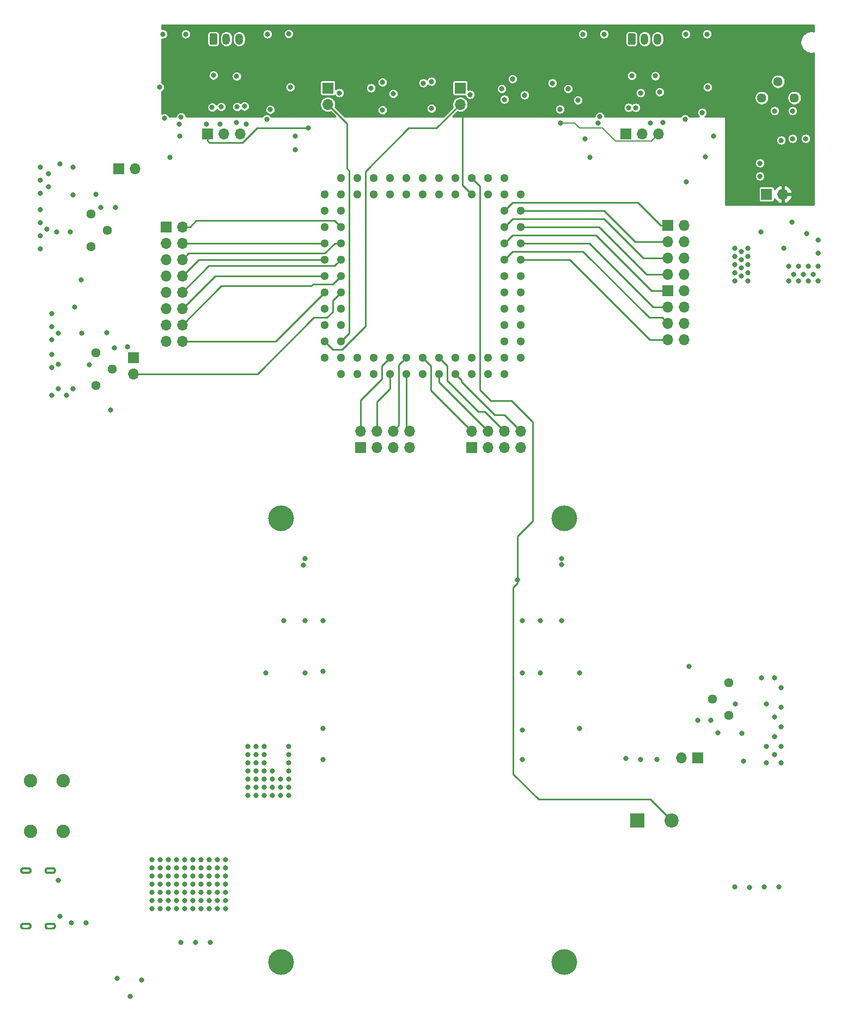
<source format=gbl>
G04 #@! TF.GenerationSoftware,KiCad,Pcbnew,(5.1.5)-3*
G04 #@! TF.CreationDate,2020-08-31T16:34:34-07:00*
G04 #@! TF.ProjectId,batty_trees_test_pcb,62617474-795f-4747-9265-65735f746573,rev?*
G04 #@! TF.SameCoordinates,Original*
G04 #@! TF.FileFunction,Copper,L4,Bot*
G04 #@! TF.FilePolarity,Positive*
%FSLAX46Y46*%
G04 Gerber Fmt 4.6, Leading zero omitted, Abs format (unit mm)*
G04 Created by KiCad (PCBNEW (5.1.5)-3) date 2020-08-31 16:34:34*
%MOMM*%
%LPD*%
G04 APERTURE LIST*
%ADD10C,0.010000*%
%ADD11C,2.200000*%
%ADD12R,2.200000X2.200000*%
%ADD13O,1.700000X1.700000*%
%ADD14R,1.700000X1.700000*%
%ADD15C,1.300000*%
%ADD16C,1.440000*%
%ADD17C,2.082800*%
%ADD18O,1.200000X1.750000*%
%ADD19C,0.100000*%
%ADD20C,4.000000*%
%ADD21C,0.800000*%
%ADD22C,0.250000*%
%ADD23C,0.177800*%
%ADD24C,0.254000*%
G04 APERTURE END LIST*
D10*
G36*
X30988000Y-157474000D02*
G01*
X31338000Y-157474000D01*
X31351084Y-157473657D01*
X31364132Y-157472630D01*
X31377109Y-157470922D01*
X31389978Y-157468537D01*
X31402705Y-157465481D01*
X31415254Y-157461764D01*
X31427592Y-157457395D01*
X31439684Y-157452386D01*
X31451498Y-157446752D01*
X31463000Y-157440506D01*
X31474160Y-157433668D01*
X31484946Y-157426254D01*
X31495330Y-157418286D01*
X31505283Y-157409786D01*
X31514777Y-157400777D01*
X31523786Y-157391283D01*
X31532286Y-157381330D01*
X31540254Y-157370946D01*
X31547668Y-157360160D01*
X31554506Y-157349000D01*
X31560752Y-157337498D01*
X31566386Y-157325684D01*
X31571395Y-157313592D01*
X31575764Y-157301254D01*
X31579481Y-157288705D01*
X31582537Y-157275978D01*
X31584922Y-157263109D01*
X31586630Y-157250132D01*
X31587657Y-157237084D01*
X31588000Y-157224000D01*
X31587657Y-157210916D01*
X31586630Y-157197868D01*
X31584922Y-157184891D01*
X31582537Y-157172022D01*
X31579481Y-157159295D01*
X31575764Y-157146746D01*
X31571395Y-157134408D01*
X31566386Y-157122316D01*
X31560752Y-157110502D01*
X31554506Y-157099000D01*
X31547668Y-157087840D01*
X31540254Y-157077054D01*
X31532286Y-157066670D01*
X31523786Y-157056717D01*
X31514777Y-157047223D01*
X31505283Y-157038214D01*
X31495330Y-157029714D01*
X31484946Y-157021746D01*
X31474160Y-157014332D01*
X31463000Y-157007494D01*
X31451498Y-157001248D01*
X31439684Y-156995614D01*
X31427592Y-156990605D01*
X31415254Y-156986236D01*
X31402705Y-156982519D01*
X31389978Y-156979463D01*
X31377109Y-156977078D01*
X31364132Y-156975370D01*
X31351084Y-156974343D01*
X31338000Y-156974000D01*
X30638000Y-156974000D01*
X30624916Y-156974343D01*
X30611868Y-156975370D01*
X30598891Y-156977078D01*
X30586022Y-156979463D01*
X30573295Y-156982519D01*
X30560746Y-156986236D01*
X30548408Y-156990605D01*
X30536316Y-156995614D01*
X30524502Y-157001248D01*
X30513000Y-157007494D01*
X30501840Y-157014332D01*
X30491054Y-157021746D01*
X30480670Y-157029714D01*
X30470717Y-157038214D01*
X30461223Y-157047223D01*
X30452214Y-157056717D01*
X30443714Y-157066670D01*
X30435746Y-157077054D01*
X30428332Y-157087840D01*
X30421494Y-157099000D01*
X30415248Y-157110502D01*
X30409614Y-157122316D01*
X30404605Y-157134408D01*
X30400236Y-157146746D01*
X30396519Y-157159295D01*
X30393463Y-157172022D01*
X30391078Y-157184891D01*
X30389370Y-157197868D01*
X30388343Y-157210916D01*
X30388000Y-157224000D01*
X30388343Y-157237084D01*
X30389370Y-157250132D01*
X30391078Y-157263109D01*
X30393463Y-157275978D01*
X30396519Y-157288705D01*
X30400236Y-157301254D01*
X30404605Y-157313592D01*
X30409614Y-157325684D01*
X30415248Y-157337498D01*
X30421494Y-157349000D01*
X30428332Y-157360160D01*
X30435746Y-157370946D01*
X30443714Y-157381330D01*
X30452214Y-157391283D01*
X30461223Y-157400777D01*
X30470717Y-157409786D01*
X30480670Y-157418286D01*
X30491054Y-157426254D01*
X30501840Y-157433668D01*
X30513000Y-157440506D01*
X30524502Y-157446752D01*
X30536316Y-157452386D01*
X30548408Y-157457395D01*
X30560746Y-157461764D01*
X30573295Y-157465481D01*
X30586022Y-157468537D01*
X30598891Y-157470922D01*
X30611868Y-157472630D01*
X30624916Y-157473657D01*
X30638000Y-157474000D01*
X30978000Y-157474000D01*
X30978000Y-157724000D01*
X30638000Y-157724000D01*
X30611832Y-157723315D01*
X30585736Y-157721261D01*
X30559783Y-157717844D01*
X30534044Y-157713074D01*
X30508590Y-157706963D01*
X30483492Y-157699528D01*
X30458816Y-157690790D01*
X30434632Y-157680773D01*
X30411005Y-157669503D01*
X30388000Y-157657013D01*
X30365680Y-157643335D01*
X30344107Y-157628508D01*
X30323340Y-157612573D01*
X30303435Y-157595572D01*
X30284447Y-157577553D01*
X30266428Y-157558565D01*
X30249427Y-157538660D01*
X30233492Y-157517893D01*
X30218665Y-157496320D01*
X30204987Y-157474000D01*
X30192497Y-157450995D01*
X30181227Y-157427368D01*
X30171210Y-157403184D01*
X30162472Y-157378508D01*
X30155037Y-157353410D01*
X30148926Y-157327956D01*
X30144156Y-157302217D01*
X30140739Y-157276264D01*
X30138685Y-157250168D01*
X30138000Y-157224000D01*
X30138685Y-157197832D01*
X30140739Y-157171736D01*
X30144156Y-157145783D01*
X30148926Y-157120044D01*
X30155037Y-157094590D01*
X30162472Y-157069492D01*
X30171210Y-157044816D01*
X30181227Y-157020632D01*
X30192497Y-156997005D01*
X30204987Y-156974000D01*
X30218665Y-156951680D01*
X30233492Y-156930107D01*
X30249427Y-156909340D01*
X30266428Y-156889435D01*
X30284447Y-156870447D01*
X30303435Y-156852428D01*
X30323340Y-156835427D01*
X30344107Y-156819492D01*
X30365680Y-156804665D01*
X30388000Y-156790987D01*
X30411005Y-156778497D01*
X30434632Y-156767227D01*
X30458816Y-156757210D01*
X30483492Y-156748472D01*
X30508590Y-156741037D01*
X30534044Y-156734926D01*
X30559783Y-156730156D01*
X30585736Y-156726739D01*
X30611832Y-156724685D01*
X30638000Y-156724000D01*
X31338000Y-156724000D01*
X31364168Y-156724685D01*
X31390264Y-156726739D01*
X31416217Y-156730156D01*
X31441956Y-156734926D01*
X31467410Y-156741037D01*
X31492508Y-156748472D01*
X31517184Y-156757210D01*
X31541368Y-156767227D01*
X31564995Y-156778497D01*
X31588000Y-156790987D01*
X31610320Y-156804665D01*
X31631893Y-156819492D01*
X31652660Y-156835427D01*
X31672565Y-156852428D01*
X31691553Y-156870447D01*
X31709572Y-156889435D01*
X31726573Y-156909340D01*
X31742508Y-156930107D01*
X31757335Y-156951680D01*
X31771013Y-156974000D01*
X31783503Y-156997005D01*
X31794773Y-157020632D01*
X31804790Y-157044816D01*
X31813528Y-157069492D01*
X31820963Y-157094590D01*
X31827074Y-157120044D01*
X31831844Y-157145783D01*
X31835261Y-157171736D01*
X31837315Y-157197832D01*
X31838000Y-157224000D01*
X31837315Y-157250168D01*
X31835261Y-157276264D01*
X31831844Y-157302217D01*
X31827074Y-157327956D01*
X31820963Y-157353410D01*
X31813528Y-157378508D01*
X31804790Y-157403184D01*
X31794773Y-157427368D01*
X31783503Y-157450995D01*
X31771013Y-157474000D01*
X31757335Y-157496320D01*
X31742508Y-157517893D01*
X31726573Y-157538660D01*
X31709572Y-157558565D01*
X31691553Y-157577553D01*
X31672565Y-157595572D01*
X31652660Y-157612573D01*
X31631893Y-157628508D01*
X31610320Y-157643335D01*
X31588000Y-157657013D01*
X31564995Y-157669503D01*
X31541368Y-157680773D01*
X31517184Y-157690790D01*
X31492508Y-157699528D01*
X31467410Y-157706963D01*
X31441956Y-157713074D01*
X31416217Y-157717844D01*
X31390264Y-157721261D01*
X31364168Y-157723315D01*
X31338000Y-157724000D01*
X30988000Y-157724000D01*
X30988000Y-157474000D01*
G37*
X30988000Y-157474000D02*
X31338000Y-157474000D01*
X31351084Y-157473657D01*
X31364132Y-157472630D01*
X31377109Y-157470922D01*
X31389978Y-157468537D01*
X31402705Y-157465481D01*
X31415254Y-157461764D01*
X31427592Y-157457395D01*
X31439684Y-157452386D01*
X31451498Y-157446752D01*
X31463000Y-157440506D01*
X31474160Y-157433668D01*
X31484946Y-157426254D01*
X31495330Y-157418286D01*
X31505283Y-157409786D01*
X31514777Y-157400777D01*
X31523786Y-157391283D01*
X31532286Y-157381330D01*
X31540254Y-157370946D01*
X31547668Y-157360160D01*
X31554506Y-157349000D01*
X31560752Y-157337498D01*
X31566386Y-157325684D01*
X31571395Y-157313592D01*
X31575764Y-157301254D01*
X31579481Y-157288705D01*
X31582537Y-157275978D01*
X31584922Y-157263109D01*
X31586630Y-157250132D01*
X31587657Y-157237084D01*
X31588000Y-157224000D01*
X31587657Y-157210916D01*
X31586630Y-157197868D01*
X31584922Y-157184891D01*
X31582537Y-157172022D01*
X31579481Y-157159295D01*
X31575764Y-157146746D01*
X31571395Y-157134408D01*
X31566386Y-157122316D01*
X31560752Y-157110502D01*
X31554506Y-157099000D01*
X31547668Y-157087840D01*
X31540254Y-157077054D01*
X31532286Y-157066670D01*
X31523786Y-157056717D01*
X31514777Y-157047223D01*
X31505283Y-157038214D01*
X31495330Y-157029714D01*
X31484946Y-157021746D01*
X31474160Y-157014332D01*
X31463000Y-157007494D01*
X31451498Y-157001248D01*
X31439684Y-156995614D01*
X31427592Y-156990605D01*
X31415254Y-156986236D01*
X31402705Y-156982519D01*
X31389978Y-156979463D01*
X31377109Y-156977078D01*
X31364132Y-156975370D01*
X31351084Y-156974343D01*
X31338000Y-156974000D01*
X30638000Y-156974000D01*
X30624916Y-156974343D01*
X30611868Y-156975370D01*
X30598891Y-156977078D01*
X30586022Y-156979463D01*
X30573295Y-156982519D01*
X30560746Y-156986236D01*
X30548408Y-156990605D01*
X30536316Y-156995614D01*
X30524502Y-157001248D01*
X30513000Y-157007494D01*
X30501840Y-157014332D01*
X30491054Y-157021746D01*
X30480670Y-157029714D01*
X30470717Y-157038214D01*
X30461223Y-157047223D01*
X30452214Y-157056717D01*
X30443714Y-157066670D01*
X30435746Y-157077054D01*
X30428332Y-157087840D01*
X30421494Y-157099000D01*
X30415248Y-157110502D01*
X30409614Y-157122316D01*
X30404605Y-157134408D01*
X30400236Y-157146746D01*
X30396519Y-157159295D01*
X30393463Y-157172022D01*
X30391078Y-157184891D01*
X30389370Y-157197868D01*
X30388343Y-157210916D01*
X30388000Y-157224000D01*
X30388343Y-157237084D01*
X30389370Y-157250132D01*
X30391078Y-157263109D01*
X30393463Y-157275978D01*
X30396519Y-157288705D01*
X30400236Y-157301254D01*
X30404605Y-157313592D01*
X30409614Y-157325684D01*
X30415248Y-157337498D01*
X30421494Y-157349000D01*
X30428332Y-157360160D01*
X30435746Y-157370946D01*
X30443714Y-157381330D01*
X30452214Y-157391283D01*
X30461223Y-157400777D01*
X30470717Y-157409786D01*
X30480670Y-157418286D01*
X30491054Y-157426254D01*
X30501840Y-157433668D01*
X30513000Y-157440506D01*
X30524502Y-157446752D01*
X30536316Y-157452386D01*
X30548408Y-157457395D01*
X30560746Y-157461764D01*
X30573295Y-157465481D01*
X30586022Y-157468537D01*
X30598891Y-157470922D01*
X30611868Y-157472630D01*
X30624916Y-157473657D01*
X30638000Y-157474000D01*
X30978000Y-157474000D01*
X30978000Y-157724000D01*
X30638000Y-157724000D01*
X30611832Y-157723315D01*
X30585736Y-157721261D01*
X30559783Y-157717844D01*
X30534044Y-157713074D01*
X30508590Y-157706963D01*
X30483492Y-157699528D01*
X30458816Y-157690790D01*
X30434632Y-157680773D01*
X30411005Y-157669503D01*
X30388000Y-157657013D01*
X30365680Y-157643335D01*
X30344107Y-157628508D01*
X30323340Y-157612573D01*
X30303435Y-157595572D01*
X30284447Y-157577553D01*
X30266428Y-157558565D01*
X30249427Y-157538660D01*
X30233492Y-157517893D01*
X30218665Y-157496320D01*
X30204987Y-157474000D01*
X30192497Y-157450995D01*
X30181227Y-157427368D01*
X30171210Y-157403184D01*
X30162472Y-157378508D01*
X30155037Y-157353410D01*
X30148926Y-157327956D01*
X30144156Y-157302217D01*
X30140739Y-157276264D01*
X30138685Y-157250168D01*
X30138000Y-157224000D01*
X30138685Y-157197832D01*
X30140739Y-157171736D01*
X30144156Y-157145783D01*
X30148926Y-157120044D01*
X30155037Y-157094590D01*
X30162472Y-157069492D01*
X30171210Y-157044816D01*
X30181227Y-157020632D01*
X30192497Y-156997005D01*
X30204987Y-156974000D01*
X30218665Y-156951680D01*
X30233492Y-156930107D01*
X30249427Y-156909340D01*
X30266428Y-156889435D01*
X30284447Y-156870447D01*
X30303435Y-156852428D01*
X30323340Y-156835427D01*
X30344107Y-156819492D01*
X30365680Y-156804665D01*
X30388000Y-156790987D01*
X30411005Y-156778497D01*
X30434632Y-156767227D01*
X30458816Y-156757210D01*
X30483492Y-156748472D01*
X30508590Y-156741037D01*
X30534044Y-156734926D01*
X30559783Y-156730156D01*
X30585736Y-156726739D01*
X30611832Y-156724685D01*
X30638000Y-156724000D01*
X31338000Y-156724000D01*
X31364168Y-156724685D01*
X31390264Y-156726739D01*
X31416217Y-156730156D01*
X31441956Y-156734926D01*
X31467410Y-156741037D01*
X31492508Y-156748472D01*
X31517184Y-156757210D01*
X31541368Y-156767227D01*
X31564995Y-156778497D01*
X31588000Y-156790987D01*
X31610320Y-156804665D01*
X31631893Y-156819492D01*
X31652660Y-156835427D01*
X31672565Y-156852428D01*
X31691553Y-156870447D01*
X31709572Y-156889435D01*
X31726573Y-156909340D01*
X31742508Y-156930107D01*
X31757335Y-156951680D01*
X31771013Y-156974000D01*
X31783503Y-156997005D01*
X31794773Y-157020632D01*
X31804790Y-157044816D01*
X31813528Y-157069492D01*
X31820963Y-157094590D01*
X31827074Y-157120044D01*
X31831844Y-157145783D01*
X31835261Y-157171736D01*
X31837315Y-157197832D01*
X31838000Y-157224000D01*
X31837315Y-157250168D01*
X31835261Y-157276264D01*
X31831844Y-157302217D01*
X31827074Y-157327956D01*
X31820963Y-157353410D01*
X31813528Y-157378508D01*
X31804790Y-157403184D01*
X31794773Y-157427368D01*
X31783503Y-157450995D01*
X31771013Y-157474000D01*
X31757335Y-157496320D01*
X31742508Y-157517893D01*
X31726573Y-157538660D01*
X31709572Y-157558565D01*
X31691553Y-157577553D01*
X31672565Y-157595572D01*
X31652660Y-157612573D01*
X31631893Y-157628508D01*
X31610320Y-157643335D01*
X31588000Y-157657013D01*
X31564995Y-157669503D01*
X31541368Y-157680773D01*
X31517184Y-157690790D01*
X31492508Y-157699528D01*
X31467410Y-157706963D01*
X31441956Y-157713074D01*
X31416217Y-157717844D01*
X31390264Y-157721261D01*
X31364168Y-157723315D01*
X31338000Y-157724000D01*
X30988000Y-157724000D01*
X30988000Y-157474000D01*
G36*
X30988000Y-166114000D02*
G01*
X31338000Y-166114000D01*
X31351084Y-166113657D01*
X31364132Y-166112630D01*
X31377109Y-166110922D01*
X31389978Y-166108537D01*
X31402705Y-166105481D01*
X31415254Y-166101764D01*
X31427592Y-166097395D01*
X31439684Y-166092386D01*
X31451498Y-166086752D01*
X31463000Y-166080506D01*
X31474160Y-166073668D01*
X31484946Y-166066254D01*
X31495330Y-166058286D01*
X31505283Y-166049786D01*
X31514777Y-166040777D01*
X31523786Y-166031283D01*
X31532286Y-166021330D01*
X31540254Y-166010946D01*
X31547668Y-166000160D01*
X31554506Y-165989000D01*
X31560752Y-165977498D01*
X31566386Y-165965684D01*
X31571395Y-165953592D01*
X31575764Y-165941254D01*
X31579481Y-165928705D01*
X31582537Y-165915978D01*
X31584922Y-165903109D01*
X31586630Y-165890132D01*
X31587657Y-165877084D01*
X31588000Y-165864000D01*
X31587657Y-165850916D01*
X31586630Y-165837868D01*
X31584922Y-165824891D01*
X31582537Y-165812022D01*
X31579481Y-165799295D01*
X31575764Y-165786746D01*
X31571395Y-165774408D01*
X31566386Y-165762316D01*
X31560752Y-165750502D01*
X31554506Y-165739000D01*
X31547668Y-165727840D01*
X31540254Y-165717054D01*
X31532286Y-165706670D01*
X31523786Y-165696717D01*
X31514777Y-165687223D01*
X31505283Y-165678214D01*
X31495330Y-165669714D01*
X31484946Y-165661746D01*
X31474160Y-165654332D01*
X31463000Y-165647494D01*
X31451498Y-165641248D01*
X31439684Y-165635614D01*
X31427592Y-165630605D01*
X31415254Y-165626236D01*
X31402705Y-165622519D01*
X31389978Y-165619463D01*
X31377109Y-165617078D01*
X31364132Y-165615370D01*
X31351084Y-165614343D01*
X31338000Y-165614000D01*
X30638000Y-165614000D01*
X30624916Y-165614343D01*
X30611868Y-165615370D01*
X30598891Y-165617078D01*
X30586022Y-165619463D01*
X30573295Y-165622519D01*
X30560746Y-165626236D01*
X30548408Y-165630605D01*
X30536316Y-165635614D01*
X30524502Y-165641248D01*
X30513000Y-165647494D01*
X30501840Y-165654332D01*
X30491054Y-165661746D01*
X30480670Y-165669714D01*
X30470717Y-165678214D01*
X30461223Y-165687223D01*
X30452214Y-165696717D01*
X30443714Y-165706670D01*
X30435746Y-165717054D01*
X30428332Y-165727840D01*
X30421494Y-165739000D01*
X30415248Y-165750502D01*
X30409614Y-165762316D01*
X30404605Y-165774408D01*
X30400236Y-165786746D01*
X30396519Y-165799295D01*
X30393463Y-165812022D01*
X30391078Y-165824891D01*
X30389370Y-165837868D01*
X30388343Y-165850916D01*
X30388000Y-165864000D01*
X30388343Y-165877084D01*
X30389370Y-165890132D01*
X30391078Y-165903109D01*
X30393463Y-165915978D01*
X30396519Y-165928705D01*
X30400236Y-165941254D01*
X30404605Y-165953592D01*
X30409614Y-165965684D01*
X30415248Y-165977498D01*
X30421494Y-165989000D01*
X30428332Y-166000160D01*
X30435746Y-166010946D01*
X30443714Y-166021330D01*
X30452214Y-166031283D01*
X30461223Y-166040777D01*
X30470717Y-166049786D01*
X30480670Y-166058286D01*
X30491054Y-166066254D01*
X30501840Y-166073668D01*
X30513000Y-166080506D01*
X30524502Y-166086752D01*
X30536316Y-166092386D01*
X30548408Y-166097395D01*
X30560746Y-166101764D01*
X30573295Y-166105481D01*
X30586022Y-166108537D01*
X30598891Y-166110922D01*
X30611868Y-166112630D01*
X30624916Y-166113657D01*
X30638000Y-166114000D01*
X30978000Y-166114000D01*
X30978000Y-166364000D01*
X30638000Y-166364000D01*
X30611832Y-166363315D01*
X30585736Y-166361261D01*
X30559783Y-166357844D01*
X30534044Y-166353074D01*
X30508590Y-166346963D01*
X30483492Y-166339528D01*
X30458816Y-166330790D01*
X30434632Y-166320773D01*
X30411005Y-166309503D01*
X30388000Y-166297013D01*
X30365680Y-166283335D01*
X30344107Y-166268508D01*
X30323340Y-166252573D01*
X30303435Y-166235572D01*
X30284447Y-166217553D01*
X30266428Y-166198565D01*
X30249427Y-166178660D01*
X30233492Y-166157893D01*
X30218665Y-166136320D01*
X30204987Y-166114000D01*
X30192497Y-166090995D01*
X30181227Y-166067368D01*
X30171210Y-166043184D01*
X30162472Y-166018508D01*
X30155037Y-165993410D01*
X30148926Y-165967956D01*
X30144156Y-165942217D01*
X30140739Y-165916264D01*
X30138685Y-165890168D01*
X30138000Y-165864000D01*
X30138685Y-165837832D01*
X30140739Y-165811736D01*
X30144156Y-165785783D01*
X30148926Y-165760044D01*
X30155037Y-165734590D01*
X30162472Y-165709492D01*
X30171210Y-165684816D01*
X30181227Y-165660632D01*
X30192497Y-165637005D01*
X30204987Y-165614000D01*
X30218665Y-165591680D01*
X30233492Y-165570107D01*
X30249427Y-165549340D01*
X30266428Y-165529435D01*
X30284447Y-165510447D01*
X30303435Y-165492428D01*
X30323340Y-165475427D01*
X30344107Y-165459492D01*
X30365680Y-165444665D01*
X30388000Y-165430987D01*
X30411005Y-165418497D01*
X30434632Y-165407227D01*
X30458816Y-165397210D01*
X30483492Y-165388472D01*
X30508590Y-165381037D01*
X30534044Y-165374926D01*
X30559783Y-165370156D01*
X30585736Y-165366739D01*
X30611832Y-165364685D01*
X30638000Y-165364000D01*
X31338000Y-165364000D01*
X31364168Y-165364685D01*
X31390264Y-165366739D01*
X31416217Y-165370156D01*
X31441956Y-165374926D01*
X31467410Y-165381037D01*
X31492508Y-165388472D01*
X31517184Y-165397210D01*
X31541368Y-165407227D01*
X31564995Y-165418497D01*
X31588000Y-165430987D01*
X31610320Y-165444665D01*
X31631893Y-165459492D01*
X31652660Y-165475427D01*
X31672565Y-165492428D01*
X31691553Y-165510447D01*
X31709572Y-165529435D01*
X31726573Y-165549340D01*
X31742508Y-165570107D01*
X31757335Y-165591680D01*
X31771013Y-165614000D01*
X31783503Y-165637005D01*
X31794773Y-165660632D01*
X31804790Y-165684816D01*
X31813528Y-165709492D01*
X31820963Y-165734590D01*
X31827074Y-165760044D01*
X31831844Y-165785783D01*
X31835261Y-165811736D01*
X31837315Y-165837832D01*
X31838000Y-165864000D01*
X31837315Y-165890168D01*
X31835261Y-165916264D01*
X31831844Y-165942217D01*
X31827074Y-165967956D01*
X31820963Y-165993410D01*
X31813528Y-166018508D01*
X31804790Y-166043184D01*
X31794773Y-166067368D01*
X31783503Y-166090995D01*
X31771013Y-166114000D01*
X31757335Y-166136320D01*
X31742508Y-166157893D01*
X31726573Y-166178660D01*
X31709572Y-166198565D01*
X31691553Y-166217553D01*
X31672565Y-166235572D01*
X31652660Y-166252573D01*
X31631893Y-166268508D01*
X31610320Y-166283335D01*
X31588000Y-166297013D01*
X31564995Y-166309503D01*
X31541368Y-166320773D01*
X31517184Y-166330790D01*
X31492508Y-166339528D01*
X31467410Y-166346963D01*
X31441956Y-166353074D01*
X31416217Y-166357844D01*
X31390264Y-166361261D01*
X31364168Y-166363315D01*
X31338000Y-166364000D01*
X30988000Y-166364000D01*
X30988000Y-166114000D01*
G37*
X30988000Y-166114000D02*
X31338000Y-166114000D01*
X31351084Y-166113657D01*
X31364132Y-166112630D01*
X31377109Y-166110922D01*
X31389978Y-166108537D01*
X31402705Y-166105481D01*
X31415254Y-166101764D01*
X31427592Y-166097395D01*
X31439684Y-166092386D01*
X31451498Y-166086752D01*
X31463000Y-166080506D01*
X31474160Y-166073668D01*
X31484946Y-166066254D01*
X31495330Y-166058286D01*
X31505283Y-166049786D01*
X31514777Y-166040777D01*
X31523786Y-166031283D01*
X31532286Y-166021330D01*
X31540254Y-166010946D01*
X31547668Y-166000160D01*
X31554506Y-165989000D01*
X31560752Y-165977498D01*
X31566386Y-165965684D01*
X31571395Y-165953592D01*
X31575764Y-165941254D01*
X31579481Y-165928705D01*
X31582537Y-165915978D01*
X31584922Y-165903109D01*
X31586630Y-165890132D01*
X31587657Y-165877084D01*
X31588000Y-165864000D01*
X31587657Y-165850916D01*
X31586630Y-165837868D01*
X31584922Y-165824891D01*
X31582537Y-165812022D01*
X31579481Y-165799295D01*
X31575764Y-165786746D01*
X31571395Y-165774408D01*
X31566386Y-165762316D01*
X31560752Y-165750502D01*
X31554506Y-165739000D01*
X31547668Y-165727840D01*
X31540254Y-165717054D01*
X31532286Y-165706670D01*
X31523786Y-165696717D01*
X31514777Y-165687223D01*
X31505283Y-165678214D01*
X31495330Y-165669714D01*
X31484946Y-165661746D01*
X31474160Y-165654332D01*
X31463000Y-165647494D01*
X31451498Y-165641248D01*
X31439684Y-165635614D01*
X31427592Y-165630605D01*
X31415254Y-165626236D01*
X31402705Y-165622519D01*
X31389978Y-165619463D01*
X31377109Y-165617078D01*
X31364132Y-165615370D01*
X31351084Y-165614343D01*
X31338000Y-165614000D01*
X30638000Y-165614000D01*
X30624916Y-165614343D01*
X30611868Y-165615370D01*
X30598891Y-165617078D01*
X30586022Y-165619463D01*
X30573295Y-165622519D01*
X30560746Y-165626236D01*
X30548408Y-165630605D01*
X30536316Y-165635614D01*
X30524502Y-165641248D01*
X30513000Y-165647494D01*
X30501840Y-165654332D01*
X30491054Y-165661746D01*
X30480670Y-165669714D01*
X30470717Y-165678214D01*
X30461223Y-165687223D01*
X30452214Y-165696717D01*
X30443714Y-165706670D01*
X30435746Y-165717054D01*
X30428332Y-165727840D01*
X30421494Y-165739000D01*
X30415248Y-165750502D01*
X30409614Y-165762316D01*
X30404605Y-165774408D01*
X30400236Y-165786746D01*
X30396519Y-165799295D01*
X30393463Y-165812022D01*
X30391078Y-165824891D01*
X30389370Y-165837868D01*
X30388343Y-165850916D01*
X30388000Y-165864000D01*
X30388343Y-165877084D01*
X30389370Y-165890132D01*
X30391078Y-165903109D01*
X30393463Y-165915978D01*
X30396519Y-165928705D01*
X30400236Y-165941254D01*
X30404605Y-165953592D01*
X30409614Y-165965684D01*
X30415248Y-165977498D01*
X30421494Y-165989000D01*
X30428332Y-166000160D01*
X30435746Y-166010946D01*
X30443714Y-166021330D01*
X30452214Y-166031283D01*
X30461223Y-166040777D01*
X30470717Y-166049786D01*
X30480670Y-166058286D01*
X30491054Y-166066254D01*
X30501840Y-166073668D01*
X30513000Y-166080506D01*
X30524502Y-166086752D01*
X30536316Y-166092386D01*
X30548408Y-166097395D01*
X30560746Y-166101764D01*
X30573295Y-166105481D01*
X30586022Y-166108537D01*
X30598891Y-166110922D01*
X30611868Y-166112630D01*
X30624916Y-166113657D01*
X30638000Y-166114000D01*
X30978000Y-166114000D01*
X30978000Y-166364000D01*
X30638000Y-166364000D01*
X30611832Y-166363315D01*
X30585736Y-166361261D01*
X30559783Y-166357844D01*
X30534044Y-166353074D01*
X30508590Y-166346963D01*
X30483492Y-166339528D01*
X30458816Y-166330790D01*
X30434632Y-166320773D01*
X30411005Y-166309503D01*
X30388000Y-166297013D01*
X30365680Y-166283335D01*
X30344107Y-166268508D01*
X30323340Y-166252573D01*
X30303435Y-166235572D01*
X30284447Y-166217553D01*
X30266428Y-166198565D01*
X30249427Y-166178660D01*
X30233492Y-166157893D01*
X30218665Y-166136320D01*
X30204987Y-166114000D01*
X30192497Y-166090995D01*
X30181227Y-166067368D01*
X30171210Y-166043184D01*
X30162472Y-166018508D01*
X30155037Y-165993410D01*
X30148926Y-165967956D01*
X30144156Y-165942217D01*
X30140739Y-165916264D01*
X30138685Y-165890168D01*
X30138000Y-165864000D01*
X30138685Y-165837832D01*
X30140739Y-165811736D01*
X30144156Y-165785783D01*
X30148926Y-165760044D01*
X30155037Y-165734590D01*
X30162472Y-165709492D01*
X30171210Y-165684816D01*
X30181227Y-165660632D01*
X30192497Y-165637005D01*
X30204987Y-165614000D01*
X30218665Y-165591680D01*
X30233492Y-165570107D01*
X30249427Y-165549340D01*
X30266428Y-165529435D01*
X30284447Y-165510447D01*
X30303435Y-165492428D01*
X30323340Y-165475427D01*
X30344107Y-165459492D01*
X30365680Y-165444665D01*
X30388000Y-165430987D01*
X30411005Y-165418497D01*
X30434632Y-165407227D01*
X30458816Y-165397210D01*
X30483492Y-165388472D01*
X30508590Y-165381037D01*
X30534044Y-165374926D01*
X30559783Y-165370156D01*
X30585736Y-165366739D01*
X30611832Y-165364685D01*
X30638000Y-165364000D01*
X31338000Y-165364000D01*
X31364168Y-165364685D01*
X31390264Y-165366739D01*
X31416217Y-165370156D01*
X31441956Y-165374926D01*
X31467410Y-165381037D01*
X31492508Y-165388472D01*
X31517184Y-165397210D01*
X31541368Y-165407227D01*
X31564995Y-165418497D01*
X31588000Y-165430987D01*
X31610320Y-165444665D01*
X31631893Y-165459492D01*
X31652660Y-165475427D01*
X31672565Y-165492428D01*
X31691553Y-165510447D01*
X31709572Y-165529435D01*
X31726573Y-165549340D01*
X31742508Y-165570107D01*
X31757335Y-165591680D01*
X31771013Y-165614000D01*
X31783503Y-165637005D01*
X31794773Y-165660632D01*
X31804790Y-165684816D01*
X31813528Y-165709492D01*
X31820963Y-165734590D01*
X31827074Y-165760044D01*
X31831844Y-165785783D01*
X31835261Y-165811736D01*
X31837315Y-165837832D01*
X31838000Y-165864000D01*
X31837315Y-165890168D01*
X31835261Y-165916264D01*
X31831844Y-165942217D01*
X31827074Y-165967956D01*
X31820963Y-165993410D01*
X31813528Y-166018508D01*
X31804790Y-166043184D01*
X31794773Y-166067368D01*
X31783503Y-166090995D01*
X31771013Y-166114000D01*
X31757335Y-166136320D01*
X31742508Y-166157893D01*
X31726573Y-166178660D01*
X31709572Y-166198565D01*
X31691553Y-166217553D01*
X31672565Y-166235572D01*
X31652660Y-166252573D01*
X31631893Y-166268508D01*
X31610320Y-166283335D01*
X31588000Y-166297013D01*
X31564995Y-166309503D01*
X31541368Y-166320773D01*
X31517184Y-166330790D01*
X31492508Y-166339528D01*
X31467410Y-166346963D01*
X31441956Y-166353074D01*
X31416217Y-166357844D01*
X31390264Y-166361261D01*
X31364168Y-166363315D01*
X31338000Y-166364000D01*
X30988000Y-166364000D01*
X30988000Y-166114000D01*
G36*
X27188000Y-157474000D02*
G01*
X27538000Y-157474000D01*
X27551084Y-157473657D01*
X27564132Y-157472630D01*
X27577109Y-157470922D01*
X27589978Y-157468537D01*
X27602705Y-157465481D01*
X27615254Y-157461764D01*
X27627592Y-157457395D01*
X27639684Y-157452386D01*
X27651498Y-157446752D01*
X27663000Y-157440506D01*
X27674160Y-157433668D01*
X27684946Y-157426254D01*
X27695330Y-157418286D01*
X27705283Y-157409786D01*
X27714777Y-157400777D01*
X27723786Y-157391283D01*
X27732286Y-157381330D01*
X27740254Y-157370946D01*
X27747668Y-157360160D01*
X27754506Y-157349000D01*
X27760752Y-157337498D01*
X27766386Y-157325684D01*
X27771395Y-157313592D01*
X27775764Y-157301254D01*
X27779481Y-157288705D01*
X27782537Y-157275978D01*
X27784922Y-157263109D01*
X27786630Y-157250132D01*
X27787657Y-157237084D01*
X27788000Y-157224000D01*
X27787657Y-157210916D01*
X27786630Y-157197868D01*
X27784922Y-157184891D01*
X27782537Y-157172022D01*
X27779481Y-157159295D01*
X27775764Y-157146746D01*
X27771395Y-157134408D01*
X27766386Y-157122316D01*
X27760752Y-157110502D01*
X27754506Y-157099000D01*
X27747668Y-157087840D01*
X27740254Y-157077054D01*
X27732286Y-157066670D01*
X27723786Y-157056717D01*
X27714777Y-157047223D01*
X27705283Y-157038214D01*
X27695330Y-157029714D01*
X27684946Y-157021746D01*
X27674160Y-157014332D01*
X27663000Y-157007494D01*
X27651498Y-157001248D01*
X27639684Y-156995614D01*
X27627592Y-156990605D01*
X27615254Y-156986236D01*
X27602705Y-156982519D01*
X27589978Y-156979463D01*
X27577109Y-156977078D01*
X27564132Y-156975370D01*
X27551084Y-156974343D01*
X27538000Y-156974000D01*
X26838000Y-156974000D01*
X26824916Y-156974343D01*
X26811868Y-156975370D01*
X26798891Y-156977078D01*
X26786022Y-156979463D01*
X26773295Y-156982519D01*
X26760746Y-156986236D01*
X26748408Y-156990605D01*
X26736316Y-156995614D01*
X26724502Y-157001248D01*
X26713000Y-157007494D01*
X26701840Y-157014332D01*
X26691054Y-157021746D01*
X26680670Y-157029714D01*
X26670717Y-157038214D01*
X26661223Y-157047223D01*
X26652214Y-157056717D01*
X26643714Y-157066670D01*
X26635746Y-157077054D01*
X26628332Y-157087840D01*
X26621494Y-157099000D01*
X26615248Y-157110502D01*
X26609614Y-157122316D01*
X26604605Y-157134408D01*
X26600236Y-157146746D01*
X26596519Y-157159295D01*
X26593463Y-157172022D01*
X26591078Y-157184891D01*
X26589370Y-157197868D01*
X26588343Y-157210916D01*
X26588000Y-157224000D01*
X26588343Y-157237084D01*
X26589370Y-157250132D01*
X26591078Y-157263109D01*
X26593463Y-157275978D01*
X26596519Y-157288705D01*
X26600236Y-157301254D01*
X26604605Y-157313592D01*
X26609614Y-157325684D01*
X26615248Y-157337498D01*
X26621494Y-157349000D01*
X26628332Y-157360160D01*
X26635746Y-157370946D01*
X26643714Y-157381330D01*
X26652214Y-157391283D01*
X26661223Y-157400777D01*
X26670717Y-157409786D01*
X26680670Y-157418286D01*
X26691054Y-157426254D01*
X26701840Y-157433668D01*
X26713000Y-157440506D01*
X26724502Y-157446752D01*
X26736316Y-157452386D01*
X26748408Y-157457395D01*
X26760746Y-157461764D01*
X26773295Y-157465481D01*
X26786022Y-157468537D01*
X26798891Y-157470922D01*
X26811868Y-157472630D01*
X26824916Y-157473657D01*
X26838000Y-157474000D01*
X27178000Y-157474000D01*
X27178000Y-157724000D01*
X26838000Y-157724000D01*
X26811832Y-157723315D01*
X26785736Y-157721261D01*
X26759783Y-157717844D01*
X26734044Y-157713074D01*
X26708590Y-157706963D01*
X26683492Y-157699528D01*
X26658816Y-157690790D01*
X26634632Y-157680773D01*
X26611005Y-157669503D01*
X26588000Y-157657013D01*
X26565680Y-157643335D01*
X26544107Y-157628508D01*
X26523340Y-157612573D01*
X26503435Y-157595572D01*
X26484447Y-157577553D01*
X26466428Y-157558565D01*
X26449427Y-157538660D01*
X26433492Y-157517893D01*
X26418665Y-157496320D01*
X26404987Y-157474000D01*
X26392497Y-157450995D01*
X26381227Y-157427368D01*
X26371210Y-157403184D01*
X26362472Y-157378508D01*
X26355037Y-157353410D01*
X26348926Y-157327956D01*
X26344156Y-157302217D01*
X26340739Y-157276264D01*
X26338685Y-157250168D01*
X26338000Y-157224000D01*
X26338685Y-157197832D01*
X26340739Y-157171736D01*
X26344156Y-157145783D01*
X26348926Y-157120044D01*
X26355037Y-157094590D01*
X26362472Y-157069492D01*
X26371210Y-157044816D01*
X26381227Y-157020632D01*
X26392497Y-156997005D01*
X26404987Y-156974000D01*
X26418665Y-156951680D01*
X26433492Y-156930107D01*
X26449427Y-156909340D01*
X26466428Y-156889435D01*
X26484447Y-156870447D01*
X26503435Y-156852428D01*
X26523340Y-156835427D01*
X26544107Y-156819492D01*
X26565680Y-156804665D01*
X26588000Y-156790987D01*
X26611005Y-156778497D01*
X26634632Y-156767227D01*
X26658816Y-156757210D01*
X26683492Y-156748472D01*
X26708590Y-156741037D01*
X26734044Y-156734926D01*
X26759783Y-156730156D01*
X26785736Y-156726739D01*
X26811832Y-156724685D01*
X26838000Y-156724000D01*
X27538000Y-156724000D01*
X27564168Y-156724685D01*
X27590264Y-156726739D01*
X27616217Y-156730156D01*
X27641956Y-156734926D01*
X27667410Y-156741037D01*
X27692508Y-156748472D01*
X27717184Y-156757210D01*
X27741368Y-156767227D01*
X27764995Y-156778497D01*
X27788000Y-156790987D01*
X27810320Y-156804665D01*
X27831893Y-156819492D01*
X27852660Y-156835427D01*
X27872565Y-156852428D01*
X27891553Y-156870447D01*
X27909572Y-156889435D01*
X27926573Y-156909340D01*
X27942508Y-156930107D01*
X27957335Y-156951680D01*
X27971013Y-156974000D01*
X27983503Y-156997005D01*
X27994773Y-157020632D01*
X28004790Y-157044816D01*
X28013528Y-157069492D01*
X28020963Y-157094590D01*
X28027074Y-157120044D01*
X28031844Y-157145783D01*
X28035261Y-157171736D01*
X28037315Y-157197832D01*
X28038000Y-157224000D01*
X28037315Y-157250168D01*
X28035261Y-157276264D01*
X28031844Y-157302217D01*
X28027074Y-157327956D01*
X28020963Y-157353410D01*
X28013528Y-157378508D01*
X28004790Y-157403184D01*
X27994773Y-157427368D01*
X27983503Y-157450995D01*
X27971013Y-157474000D01*
X27957335Y-157496320D01*
X27942508Y-157517893D01*
X27926573Y-157538660D01*
X27909572Y-157558565D01*
X27891553Y-157577553D01*
X27872565Y-157595572D01*
X27852660Y-157612573D01*
X27831893Y-157628508D01*
X27810320Y-157643335D01*
X27788000Y-157657013D01*
X27764995Y-157669503D01*
X27741368Y-157680773D01*
X27717184Y-157690790D01*
X27692508Y-157699528D01*
X27667410Y-157706963D01*
X27641956Y-157713074D01*
X27616217Y-157717844D01*
X27590264Y-157721261D01*
X27564168Y-157723315D01*
X27538000Y-157724000D01*
X27188000Y-157724000D01*
X27188000Y-157474000D01*
G37*
X27188000Y-157474000D02*
X27538000Y-157474000D01*
X27551084Y-157473657D01*
X27564132Y-157472630D01*
X27577109Y-157470922D01*
X27589978Y-157468537D01*
X27602705Y-157465481D01*
X27615254Y-157461764D01*
X27627592Y-157457395D01*
X27639684Y-157452386D01*
X27651498Y-157446752D01*
X27663000Y-157440506D01*
X27674160Y-157433668D01*
X27684946Y-157426254D01*
X27695330Y-157418286D01*
X27705283Y-157409786D01*
X27714777Y-157400777D01*
X27723786Y-157391283D01*
X27732286Y-157381330D01*
X27740254Y-157370946D01*
X27747668Y-157360160D01*
X27754506Y-157349000D01*
X27760752Y-157337498D01*
X27766386Y-157325684D01*
X27771395Y-157313592D01*
X27775764Y-157301254D01*
X27779481Y-157288705D01*
X27782537Y-157275978D01*
X27784922Y-157263109D01*
X27786630Y-157250132D01*
X27787657Y-157237084D01*
X27788000Y-157224000D01*
X27787657Y-157210916D01*
X27786630Y-157197868D01*
X27784922Y-157184891D01*
X27782537Y-157172022D01*
X27779481Y-157159295D01*
X27775764Y-157146746D01*
X27771395Y-157134408D01*
X27766386Y-157122316D01*
X27760752Y-157110502D01*
X27754506Y-157099000D01*
X27747668Y-157087840D01*
X27740254Y-157077054D01*
X27732286Y-157066670D01*
X27723786Y-157056717D01*
X27714777Y-157047223D01*
X27705283Y-157038214D01*
X27695330Y-157029714D01*
X27684946Y-157021746D01*
X27674160Y-157014332D01*
X27663000Y-157007494D01*
X27651498Y-157001248D01*
X27639684Y-156995614D01*
X27627592Y-156990605D01*
X27615254Y-156986236D01*
X27602705Y-156982519D01*
X27589978Y-156979463D01*
X27577109Y-156977078D01*
X27564132Y-156975370D01*
X27551084Y-156974343D01*
X27538000Y-156974000D01*
X26838000Y-156974000D01*
X26824916Y-156974343D01*
X26811868Y-156975370D01*
X26798891Y-156977078D01*
X26786022Y-156979463D01*
X26773295Y-156982519D01*
X26760746Y-156986236D01*
X26748408Y-156990605D01*
X26736316Y-156995614D01*
X26724502Y-157001248D01*
X26713000Y-157007494D01*
X26701840Y-157014332D01*
X26691054Y-157021746D01*
X26680670Y-157029714D01*
X26670717Y-157038214D01*
X26661223Y-157047223D01*
X26652214Y-157056717D01*
X26643714Y-157066670D01*
X26635746Y-157077054D01*
X26628332Y-157087840D01*
X26621494Y-157099000D01*
X26615248Y-157110502D01*
X26609614Y-157122316D01*
X26604605Y-157134408D01*
X26600236Y-157146746D01*
X26596519Y-157159295D01*
X26593463Y-157172022D01*
X26591078Y-157184891D01*
X26589370Y-157197868D01*
X26588343Y-157210916D01*
X26588000Y-157224000D01*
X26588343Y-157237084D01*
X26589370Y-157250132D01*
X26591078Y-157263109D01*
X26593463Y-157275978D01*
X26596519Y-157288705D01*
X26600236Y-157301254D01*
X26604605Y-157313592D01*
X26609614Y-157325684D01*
X26615248Y-157337498D01*
X26621494Y-157349000D01*
X26628332Y-157360160D01*
X26635746Y-157370946D01*
X26643714Y-157381330D01*
X26652214Y-157391283D01*
X26661223Y-157400777D01*
X26670717Y-157409786D01*
X26680670Y-157418286D01*
X26691054Y-157426254D01*
X26701840Y-157433668D01*
X26713000Y-157440506D01*
X26724502Y-157446752D01*
X26736316Y-157452386D01*
X26748408Y-157457395D01*
X26760746Y-157461764D01*
X26773295Y-157465481D01*
X26786022Y-157468537D01*
X26798891Y-157470922D01*
X26811868Y-157472630D01*
X26824916Y-157473657D01*
X26838000Y-157474000D01*
X27178000Y-157474000D01*
X27178000Y-157724000D01*
X26838000Y-157724000D01*
X26811832Y-157723315D01*
X26785736Y-157721261D01*
X26759783Y-157717844D01*
X26734044Y-157713074D01*
X26708590Y-157706963D01*
X26683492Y-157699528D01*
X26658816Y-157690790D01*
X26634632Y-157680773D01*
X26611005Y-157669503D01*
X26588000Y-157657013D01*
X26565680Y-157643335D01*
X26544107Y-157628508D01*
X26523340Y-157612573D01*
X26503435Y-157595572D01*
X26484447Y-157577553D01*
X26466428Y-157558565D01*
X26449427Y-157538660D01*
X26433492Y-157517893D01*
X26418665Y-157496320D01*
X26404987Y-157474000D01*
X26392497Y-157450995D01*
X26381227Y-157427368D01*
X26371210Y-157403184D01*
X26362472Y-157378508D01*
X26355037Y-157353410D01*
X26348926Y-157327956D01*
X26344156Y-157302217D01*
X26340739Y-157276264D01*
X26338685Y-157250168D01*
X26338000Y-157224000D01*
X26338685Y-157197832D01*
X26340739Y-157171736D01*
X26344156Y-157145783D01*
X26348926Y-157120044D01*
X26355037Y-157094590D01*
X26362472Y-157069492D01*
X26371210Y-157044816D01*
X26381227Y-157020632D01*
X26392497Y-156997005D01*
X26404987Y-156974000D01*
X26418665Y-156951680D01*
X26433492Y-156930107D01*
X26449427Y-156909340D01*
X26466428Y-156889435D01*
X26484447Y-156870447D01*
X26503435Y-156852428D01*
X26523340Y-156835427D01*
X26544107Y-156819492D01*
X26565680Y-156804665D01*
X26588000Y-156790987D01*
X26611005Y-156778497D01*
X26634632Y-156767227D01*
X26658816Y-156757210D01*
X26683492Y-156748472D01*
X26708590Y-156741037D01*
X26734044Y-156734926D01*
X26759783Y-156730156D01*
X26785736Y-156726739D01*
X26811832Y-156724685D01*
X26838000Y-156724000D01*
X27538000Y-156724000D01*
X27564168Y-156724685D01*
X27590264Y-156726739D01*
X27616217Y-156730156D01*
X27641956Y-156734926D01*
X27667410Y-156741037D01*
X27692508Y-156748472D01*
X27717184Y-156757210D01*
X27741368Y-156767227D01*
X27764995Y-156778497D01*
X27788000Y-156790987D01*
X27810320Y-156804665D01*
X27831893Y-156819492D01*
X27852660Y-156835427D01*
X27872565Y-156852428D01*
X27891553Y-156870447D01*
X27909572Y-156889435D01*
X27926573Y-156909340D01*
X27942508Y-156930107D01*
X27957335Y-156951680D01*
X27971013Y-156974000D01*
X27983503Y-156997005D01*
X27994773Y-157020632D01*
X28004790Y-157044816D01*
X28013528Y-157069492D01*
X28020963Y-157094590D01*
X28027074Y-157120044D01*
X28031844Y-157145783D01*
X28035261Y-157171736D01*
X28037315Y-157197832D01*
X28038000Y-157224000D01*
X28037315Y-157250168D01*
X28035261Y-157276264D01*
X28031844Y-157302217D01*
X28027074Y-157327956D01*
X28020963Y-157353410D01*
X28013528Y-157378508D01*
X28004790Y-157403184D01*
X27994773Y-157427368D01*
X27983503Y-157450995D01*
X27971013Y-157474000D01*
X27957335Y-157496320D01*
X27942508Y-157517893D01*
X27926573Y-157538660D01*
X27909572Y-157558565D01*
X27891553Y-157577553D01*
X27872565Y-157595572D01*
X27852660Y-157612573D01*
X27831893Y-157628508D01*
X27810320Y-157643335D01*
X27788000Y-157657013D01*
X27764995Y-157669503D01*
X27741368Y-157680773D01*
X27717184Y-157690790D01*
X27692508Y-157699528D01*
X27667410Y-157706963D01*
X27641956Y-157713074D01*
X27616217Y-157717844D01*
X27590264Y-157721261D01*
X27564168Y-157723315D01*
X27538000Y-157724000D01*
X27188000Y-157724000D01*
X27188000Y-157474000D01*
G36*
X27188000Y-166114000D02*
G01*
X27538000Y-166114000D01*
X27551084Y-166113657D01*
X27564132Y-166112630D01*
X27577109Y-166110922D01*
X27589978Y-166108537D01*
X27602705Y-166105481D01*
X27615254Y-166101764D01*
X27627592Y-166097395D01*
X27639684Y-166092386D01*
X27651498Y-166086752D01*
X27663000Y-166080506D01*
X27674160Y-166073668D01*
X27684946Y-166066254D01*
X27695330Y-166058286D01*
X27705283Y-166049786D01*
X27714777Y-166040777D01*
X27723786Y-166031283D01*
X27732286Y-166021330D01*
X27740254Y-166010946D01*
X27747668Y-166000160D01*
X27754506Y-165989000D01*
X27760752Y-165977498D01*
X27766386Y-165965684D01*
X27771395Y-165953592D01*
X27775764Y-165941254D01*
X27779481Y-165928705D01*
X27782537Y-165915978D01*
X27784922Y-165903109D01*
X27786630Y-165890132D01*
X27787657Y-165877084D01*
X27788000Y-165864000D01*
X27787657Y-165850916D01*
X27786630Y-165837868D01*
X27784922Y-165824891D01*
X27782537Y-165812022D01*
X27779481Y-165799295D01*
X27775764Y-165786746D01*
X27771395Y-165774408D01*
X27766386Y-165762316D01*
X27760752Y-165750502D01*
X27754506Y-165739000D01*
X27747668Y-165727840D01*
X27740254Y-165717054D01*
X27732286Y-165706670D01*
X27723786Y-165696717D01*
X27714777Y-165687223D01*
X27705283Y-165678214D01*
X27695330Y-165669714D01*
X27684946Y-165661746D01*
X27674160Y-165654332D01*
X27663000Y-165647494D01*
X27651498Y-165641248D01*
X27639684Y-165635614D01*
X27627592Y-165630605D01*
X27615254Y-165626236D01*
X27602705Y-165622519D01*
X27589978Y-165619463D01*
X27577109Y-165617078D01*
X27564132Y-165615370D01*
X27551084Y-165614343D01*
X27538000Y-165614000D01*
X26838000Y-165614000D01*
X26824916Y-165614343D01*
X26811868Y-165615370D01*
X26798891Y-165617078D01*
X26786022Y-165619463D01*
X26773295Y-165622519D01*
X26760746Y-165626236D01*
X26748408Y-165630605D01*
X26736316Y-165635614D01*
X26724502Y-165641248D01*
X26713000Y-165647494D01*
X26701840Y-165654332D01*
X26691054Y-165661746D01*
X26680670Y-165669714D01*
X26670717Y-165678214D01*
X26661223Y-165687223D01*
X26652214Y-165696717D01*
X26643714Y-165706670D01*
X26635746Y-165717054D01*
X26628332Y-165727840D01*
X26621494Y-165739000D01*
X26615248Y-165750502D01*
X26609614Y-165762316D01*
X26604605Y-165774408D01*
X26600236Y-165786746D01*
X26596519Y-165799295D01*
X26593463Y-165812022D01*
X26591078Y-165824891D01*
X26589370Y-165837868D01*
X26588343Y-165850916D01*
X26588000Y-165864000D01*
X26588343Y-165877084D01*
X26589370Y-165890132D01*
X26591078Y-165903109D01*
X26593463Y-165915978D01*
X26596519Y-165928705D01*
X26600236Y-165941254D01*
X26604605Y-165953592D01*
X26609614Y-165965684D01*
X26615248Y-165977498D01*
X26621494Y-165989000D01*
X26628332Y-166000160D01*
X26635746Y-166010946D01*
X26643714Y-166021330D01*
X26652214Y-166031283D01*
X26661223Y-166040777D01*
X26670717Y-166049786D01*
X26680670Y-166058286D01*
X26691054Y-166066254D01*
X26701840Y-166073668D01*
X26713000Y-166080506D01*
X26724502Y-166086752D01*
X26736316Y-166092386D01*
X26748408Y-166097395D01*
X26760746Y-166101764D01*
X26773295Y-166105481D01*
X26786022Y-166108537D01*
X26798891Y-166110922D01*
X26811868Y-166112630D01*
X26824916Y-166113657D01*
X26838000Y-166114000D01*
X27178000Y-166114000D01*
X27178000Y-166364000D01*
X26838000Y-166364000D01*
X26811832Y-166363315D01*
X26785736Y-166361261D01*
X26759783Y-166357844D01*
X26734044Y-166353074D01*
X26708590Y-166346963D01*
X26683492Y-166339528D01*
X26658816Y-166330790D01*
X26634632Y-166320773D01*
X26611005Y-166309503D01*
X26588000Y-166297013D01*
X26565680Y-166283335D01*
X26544107Y-166268508D01*
X26523340Y-166252573D01*
X26503435Y-166235572D01*
X26484447Y-166217553D01*
X26466428Y-166198565D01*
X26449427Y-166178660D01*
X26433492Y-166157893D01*
X26418665Y-166136320D01*
X26404987Y-166114000D01*
X26392497Y-166090995D01*
X26381227Y-166067368D01*
X26371210Y-166043184D01*
X26362472Y-166018508D01*
X26355037Y-165993410D01*
X26348926Y-165967956D01*
X26344156Y-165942217D01*
X26340739Y-165916264D01*
X26338685Y-165890168D01*
X26338000Y-165864000D01*
X26338685Y-165837832D01*
X26340739Y-165811736D01*
X26344156Y-165785783D01*
X26348926Y-165760044D01*
X26355037Y-165734590D01*
X26362472Y-165709492D01*
X26371210Y-165684816D01*
X26381227Y-165660632D01*
X26392497Y-165637005D01*
X26404987Y-165614000D01*
X26418665Y-165591680D01*
X26433492Y-165570107D01*
X26449427Y-165549340D01*
X26466428Y-165529435D01*
X26484447Y-165510447D01*
X26503435Y-165492428D01*
X26523340Y-165475427D01*
X26544107Y-165459492D01*
X26565680Y-165444665D01*
X26588000Y-165430987D01*
X26611005Y-165418497D01*
X26634632Y-165407227D01*
X26658816Y-165397210D01*
X26683492Y-165388472D01*
X26708590Y-165381037D01*
X26734044Y-165374926D01*
X26759783Y-165370156D01*
X26785736Y-165366739D01*
X26811832Y-165364685D01*
X26838000Y-165364000D01*
X27538000Y-165364000D01*
X27564168Y-165364685D01*
X27590264Y-165366739D01*
X27616217Y-165370156D01*
X27641956Y-165374926D01*
X27667410Y-165381037D01*
X27692508Y-165388472D01*
X27717184Y-165397210D01*
X27741368Y-165407227D01*
X27764995Y-165418497D01*
X27788000Y-165430987D01*
X27810320Y-165444665D01*
X27831893Y-165459492D01*
X27852660Y-165475427D01*
X27872565Y-165492428D01*
X27891553Y-165510447D01*
X27909572Y-165529435D01*
X27926573Y-165549340D01*
X27942508Y-165570107D01*
X27957335Y-165591680D01*
X27971013Y-165614000D01*
X27983503Y-165637005D01*
X27994773Y-165660632D01*
X28004790Y-165684816D01*
X28013528Y-165709492D01*
X28020963Y-165734590D01*
X28027074Y-165760044D01*
X28031844Y-165785783D01*
X28035261Y-165811736D01*
X28037315Y-165837832D01*
X28038000Y-165864000D01*
X28037315Y-165890168D01*
X28035261Y-165916264D01*
X28031844Y-165942217D01*
X28027074Y-165967956D01*
X28020963Y-165993410D01*
X28013528Y-166018508D01*
X28004790Y-166043184D01*
X27994773Y-166067368D01*
X27983503Y-166090995D01*
X27971013Y-166114000D01*
X27957335Y-166136320D01*
X27942508Y-166157893D01*
X27926573Y-166178660D01*
X27909572Y-166198565D01*
X27891553Y-166217553D01*
X27872565Y-166235572D01*
X27852660Y-166252573D01*
X27831893Y-166268508D01*
X27810320Y-166283335D01*
X27788000Y-166297013D01*
X27764995Y-166309503D01*
X27741368Y-166320773D01*
X27717184Y-166330790D01*
X27692508Y-166339528D01*
X27667410Y-166346963D01*
X27641956Y-166353074D01*
X27616217Y-166357844D01*
X27590264Y-166361261D01*
X27564168Y-166363315D01*
X27538000Y-166364000D01*
X27188000Y-166364000D01*
X27188000Y-166114000D01*
G37*
X27188000Y-166114000D02*
X27538000Y-166114000D01*
X27551084Y-166113657D01*
X27564132Y-166112630D01*
X27577109Y-166110922D01*
X27589978Y-166108537D01*
X27602705Y-166105481D01*
X27615254Y-166101764D01*
X27627592Y-166097395D01*
X27639684Y-166092386D01*
X27651498Y-166086752D01*
X27663000Y-166080506D01*
X27674160Y-166073668D01*
X27684946Y-166066254D01*
X27695330Y-166058286D01*
X27705283Y-166049786D01*
X27714777Y-166040777D01*
X27723786Y-166031283D01*
X27732286Y-166021330D01*
X27740254Y-166010946D01*
X27747668Y-166000160D01*
X27754506Y-165989000D01*
X27760752Y-165977498D01*
X27766386Y-165965684D01*
X27771395Y-165953592D01*
X27775764Y-165941254D01*
X27779481Y-165928705D01*
X27782537Y-165915978D01*
X27784922Y-165903109D01*
X27786630Y-165890132D01*
X27787657Y-165877084D01*
X27788000Y-165864000D01*
X27787657Y-165850916D01*
X27786630Y-165837868D01*
X27784922Y-165824891D01*
X27782537Y-165812022D01*
X27779481Y-165799295D01*
X27775764Y-165786746D01*
X27771395Y-165774408D01*
X27766386Y-165762316D01*
X27760752Y-165750502D01*
X27754506Y-165739000D01*
X27747668Y-165727840D01*
X27740254Y-165717054D01*
X27732286Y-165706670D01*
X27723786Y-165696717D01*
X27714777Y-165687223D01*
X27705283Y-165678214D01*
X27695330Y-165669714D01*
X27684946Y-165661746D01*
X27674160Y-165654332D01*
X27663000Y-165647494D01*
X27651498Y-165641248D01*
X27639684Y-165635614D01*
X27627592Y-165630605D01*
X27615254Y-165626236D01*
X27602705Y-165622519D01*
X27589978Y-165619463D01*
X27577109Y-165617078D01*
X27564132Y-165615370D01*
X27551084Y-165614343D01*
X27538000Y-165614000D01*
X26838000Y-165614000D01*
X26824916Y-165614343D01*
X26811868Y-165615370D01*
X26798891Y-165617078D01*
X26786022Y-165619463D01*
X26773295Y-165622519D01*
X26760746Y-165626236D01*
X26748408Y-165630605D01*
X26736316Y-165635614D01*
X26724502Y-165641248D01*
X26713000Y-165647494D01*
X26701840Y-165654332D01*
X26691054Y-165661746D01*
X26680670Y-165669714D01*
X26670717Y-165678214D01*
X26661223Y-165687223D01*
X26652214Y-165696717D01*
X26643714Y-165706670D01*
X26635746Y-165717054D01*
X26628332Y-165727840D01*
X26621494Y-165739000D01*
X26615248Y-165750502D01*
X26609614Y-165762316D01*
X26604605Y-165774408D01*
X26600236Y-165786746D01*
X26596519Y-165799295D01*
X26593463Y-165812022D01*
X26591078Y-165824891D01*
X26589370Y-165837868D01*
X26588343Y-165850916D01*
X26588000Y-165864000D01*
X26588343Y-165877084D01*
X26589370Y-165890132D01*
X26591078Y-165903109D01*
X26593463Y-165915978D01*
X26596519Y-165928705D01*
X26600236Y-165941254D01*
X26604605Y-165953592D01*
X26609614Y-165965684D01*
X26615248Y-165977498D01*
X26621494Y-165989000D01*
X26628332Y-166000160D01*
X26635746Y-166010946D01*
X26643714Y-166021330D01*
X26652214Y-166031283D01*
X26661223Y-166040777D01*
X26670717Y-166049786D01*
X26680670Y-166058286D01*
X26691054Y-166066254D01*
X26701840Y-166073668D01*
X26713000Y-166080506D01*
X26724502Y-166086752D01*
X26736316Y-166092386D01*
X26748408Y-166097395D01*
X26760746Y-166101764D01*
X26773295Y-166105481D01*
X26786022Y-166108537D01*
X26798891Y-166110922D01*
X26811868Y-166112630D01*
X26824916Y-166113657D01*
X26838000Y-166114000D01*
X27178000Y-166114000D01*
X27178000Y-166364000D01*
X26838000Y-166364000D01*
X26811832Y-166363315D01*
X26785736Y-166361261D01*
X26759783Y-166357844D01*
X26734044Y-166353074D01*
X26708590Y-166346963D01*
X26683492Y-166339528D01*
X26658816Y-166330790D01*
X26634632Y-166320773D01*
X26611005Y-166309503D01*
X26588000Y-166297013D01*
X26565680Y-166283335D01*
X26544107Y-166268508D01*
X26523340Y-166252573D01*
X26503435Y-166235572D01*
X26484447Y-166217553D01*
X26466428Y-166198565D01*
X26449427Y-166178660D01*
X26433492Y-166157893D01*
X26418665Y-166136320D01*
X26404987Y-166114000D01*
X26392497Y-166090995D01*
X26381227Y-166067368D01*
X26371210Y-166043184D01*
X26362472Y-166018508D01*
X26355037Y-165993410D01*
X26348926Y-165967956D01*
X26344156Y-165942217D01*
X26340739Y-165916264D01*
X26338685Y-165890168D01*
X26338000Y-165864000D01*
X26338685Y-165837832D01*
X26340739Y-165811736D01*
X26344156Y-165785783D01*
X26348926Y-165760044D01*
X26355037Y-165734590D01*
X26362472Y-165709492D01*
X26371210Y-165684816D01*
X26381227Y-165660632D01*
X26392497Y-165637005D01*
X26404987Y-165614000D01*
X26418665Y-165591680D01*
X26433492Y-165570107D01*
X26449427Y-165549340D01*
X26466428Y-165529435D01*
X26484447Y-165510447D01*
X26503435Y-165492428D01*
X26523340Y-165475427D01*
X26544107Y-165459492D01*
X26565680Y-165444665D01*
X26588000Y-165430987D01*
X26611005Y-165418497D01*
X26634632Y-165407227D01*
X26658816Y-165397210D01*
X26683492Y-165388472D01*
X26708590Y-165381037D01*
X26734044Y-165374926D01*
X26759783Y-165370156D01*
X26785736Y-165366739D01*
X26811832Y-165364685D01*
X26838000Y-165364000D01*
X27538000Y-165364000D01*
X27564168Y-165364685D01*
X27590264Y-165366739D01*
X27616217Y-165370156D01*
X27641956Y-165374926D01*
X27667410Y-165381037D01*
X27692508Y-165388472D01*
X27717184Y-165397210D01*
X27741368Y-165407227D01*
X27764995Y-165418497D01*
X27788000Y-165430987D01*
X27810320Y-165444665D01*
X27831893Y-165459492D01*
X27852660Y-165475427D01*
X27872565Y-165492428D01*
X27891553Y-165510447D01*
X27909572Y-165529435D01*
X27926573Y-165549340D01*
X27942508Y-165570107D01*
X27957335Y-165591680D01*
X27971013Y-165614000D01*
X27983503Y-165637005D01*
X27994773Y-165660632D01*
X28004790Y-165684816D01*
X28013528Y-165709492D01*
X28020963Y-165734590D01*
X28027074Y-165760044D01*
X28031844Y-165785783D01*
X28035261Y-165811736D01*
X28037315Y-165837832D01*
X28038000Y-165864000D01*
X28037315Y-165890168D01*
X28035261Y-165916264D01*
X28031844Y-165942217D01*
X28027074Y-165967956D01*
X28020963Y-165993410D01*
X28013528Y-166018508D01*
X28004790Y-166043184D01*
X27994773Y-166067368D01*
X27983503Y-166090995D01*
X27971013Y-166114000D01*
X27957335Y-166136320D01*
X27942508Y-166157893D01*
X27926573Y-166178660D01*
X27909572Y-166198565D01*
X27891553Y-166217553D01*
X27872565Y-166235572D01*
X27852660Y-166252573D01*
X27831893Y-166268508D01*
X27810320Y-166283335D01*
X27788000Y-166297013D01*
X27764995Y-166309503D01*
X27741368Y-166320773D01*
X27717184Y-166330790D01*
X27692508Y-166339528D01*
X27667410Y-166346963D01*
X27641956Y-166353074D01*
X27616217Y-166357844D01*
X27590264Y-166361261D01*
X27564168Y-166363315D01*
X27538000Y-166364000D01*
X27188000Y-166364000D01*
X27188000Y-166114000D01*
D11*
X127601000Y-149479000D03*
D12*
X122301000Y-149479000D03*
D13*
X51562000Y-74930000D03*
X49022000Y-74930000D03*
X51562000Y-72390000D03*
X49022000Y-72390000D03*
X51562000Y-69850000D03*
X49022000Y-69850000D03*
X51562000Y-67310000D03*
X49022000Y-67310000D03*
X51562000Y-64770000D03*
X49022000Y-64770000D03*
X51562000Y-62230000D03*
X49022000Y-62230000D03*
X51562000Y-59690000D03*
X49022000Y-59690000D03*
X51562000Y-57150000D03*
D14*
X49022000Y-57150000D03*
D13*
X129540000Y-64516000D03*
X127000000Y-64516000D03*
X129540000Y-61976000D03*
X127000000Y-61976000D03*
X129540000Y-59436000D03*
X127000000Y-59436000D03*
X129540000Y-56896000D03*
D14*
X127000000Y-56896000D03*
D13*
X129540000Y-74676000D03*
X127000000Y-74676000D03*
X129540000Y-72136000D03*
X127000000Y-72136000D03*
X129540000Y-69596000D03*
X127000000Y-69596000D03*
X129540000Y-67056000D03*
D14*
X127000000Y-67056000D03*
D13*
X86868000Y-88900000D03*
X86868000Y-91440000D03*
X84328000Y-88900000D03*
X84328000Y-91440000D03*
X81788000Y-88900000D03*
X81788000Y-91440000D03*
X79248000Y-88900000D03*
D14*
X79248000Y-91440000D03*
D13*
X104140000Y-88900000D03*
X104140000Y-91440000D03*
X101600000Y-88900000D03*
X101600000Y-91440000D03*
X99060000Y-88900000D03*
X99060000Y-91440000D03*
X96520000Y-88900000D03*
D14*
X96520000Y-91440000D03*
D15*
X101600000Y-67310000D03*
X104140000Y-67310000D03*
X104140000Y-69850000D03*
X101600000Y-69850000D03*
X101600000Y-72390000D03*
X104140000Y-72390000D03*
X101600000Y-74930000D03*
X104140000Y-74930000D03*
X101600000Y-77470000D03*
X78740000Y-80010000D03*
X76200000Y-77470000D03*
X73660000Y-54610000D03*
X76200000Y-52070000D03*
X73660000Y-52070000D03*
X76200000Y-49530000D03*
X99060000Y-49530000D03*
X99060000Y-49530000D03*
X101600000Y-52070000D03*
X104140000Y-64770000D03*
X101600000Y-64770000D03*
X104140000Y-62230000D03*
X101600000Y-62230000D03*
X104140000Y-59690000D03*
X101600000Y-59690000D03*
X104140000Y-57150000D03*
X101600000Y-57150000D03*
X104140000Y-54610000D03*
X101600000Y-54610000D03*
X104140000Y-52070000D03*
X101600000Y-49530000D03*
X99060000Y-52070000D03*
X96520000Y-49530000D03*
X96520000Y-52070000D03*
X93980000Y-49530000D03*
X93980000Y-52070000D03*
X91440000Y-49530000D03*
X91440000Y-52070000D03*
X88900000Y-49530000D03*
X88900000Y-52070000D03*
X86360000Y-49530000D03*
X86360000Y-52070000D03*
X83820000Y-49530000D03*
X83820000Y-52070000D03*
X81280000Y-49530000D03*
X81280000Y-52070000D03*
X78740000Y-49530000D03*
X78740000Y-52070000D03*
X76200000Y-54610000D03*
X73660000Y-57150000D03*
X76200000Y-57150000D03*
X73660000Y-59690000D03*
X76200000Y-59690000D03*
X73660000Y-62230000D03*
X76200000Y-62230000D03*
X73660000Y-64770000D03*
X76200000Y-64770000D03*
X73660000Y-67310000D03*
X76200000Y-67310000D03*
X73660000Y-69850000D03*
X76200000Y-69850000D03*
X73660000Y-72390000D03*
X76200000Y-72390000D03*
X73660000Y-74930000D03*
X76200000Y-74930000D03*
X73660000Y-77470000D03*
X76200000Y-80010000D03*
X78740000Y-77470000D03*
X81280000Y-80010000D03*
X81280000Y-77470000D03*
X83820000Y-80010000D03*
X83820000Y-77470000D03*
X86360000Y-80010000D03*
X86360000Y-77470000D03*
X88900000Y-80010000D03*
X88900000Y-77470000D03*
X91440000Y-80010000D03*
X91440000Y-77470000D03*
X93980000Y-80010000D03*
X93980000Y-77470000D03*
X96520000Y-80010000D03*
X96520000Y-77470000D03*
X99060000Y-80010000D03*
X99060000Y-77470000D03*
X101600000Y-80010000D03*
X104140000Y-77470000D03*
D16*
X146685000Y-37084000D03*
X144145000Y-34544000D03*
X141605000Y-37084000D03*
X37338000Y-60198000D03*
X39878000Y-57658000D03*
X37338000Y-55118000D03*
X136525000Y-128016000D03*
X133985000Y-130556000D03*
X136525000Y-133096000D03*
X38100000Y-81788000D03*
X40640000Y-79248000D03*
X38100000Y-76708000D03*
D13*
X144907000Y-52070000D03*
D14*
X142367000Y-52070000D03*
D13*
X43942000Y-80010000D03*
D14*
X43942000Y-77470000D03*
D13*
X129159000Y-139700000D03*
D14*
X131699000Y-139700000D03*
D13*
X44196000Y-48133000D03*
D14*
X41656000Y-48133000D03*
D13*
X94742000Y-38100000D03*
D14*
X94742000Y-35560000D03*
D13*
X74168000Y-38100000D03*
D14*
X74168000Y-35560000D03*
D17*
X33020000Y-151130000D03*
X27940000Y-151130000D03*
X33020000Y-143256000D03*
X27940000Y-143256000D03*
D13*
X125603000Y-42672000D03*
X123063000Y-42672000D03*
D14*
X120523000Y-42672000D03*
D13*
X60579000Y-42672000D03*
X58039000Y-42672000D03*
D14*
X55499000Y-42672000D03*
D18*
X125412000Y-27940000D03*
X123412000Y-27940000D03*
G04 #@! TA.AperFunction,ComponentPad*
D19*
G36*
X121786505Y-27066204D02*
G01*
X121810773Y-27069804D01*
X121834572Y-27075765D01*
X121857671Y-27084030D01*
X121879850Y-27094520D01*
X121900893Y-27107132D01*
X121920599Y-27121747D01*
X121938777Y-27138223D01*
X121955253Y-27156401D01*
X121969868Y-27176107D01*
X121982480Y-27197150D01*
X121992970Y-27219329D01*
X122001235Y-27242428D01*
X122007196Y-27266227D01*
X122010796Y-27290495D01*
X122012000Y-27314999D01*
X122012000Y-28565001D01*
X122010796Y-28589505D01*
X122007196Y-28613773D01*
X122001235Y-28637572D01*
X121992970Y-28660671D01*
X121982480Y-28682850D01*
X121969868Y-28703893D01*
X121955253Y-28723599D01*
X121938777Y-28741777D01*
X121920599Y-28758253D01*
X121900893Y-28772868D01*
X121879850Y-28785480D01*
X121857671Y-28795970D01*
X121834572Y-28804235D01*
X121810773Y-28810196D01*
X121786505Y-28813796D01*
X121762001Y-28815000D01*
X121061999Y-28815000D01*
X121037495Y-28813796D01*
X121013227Y-28810196D01*
X120989428Y-28804235D01*
X120966329Y-28795970D01*
X120944150Y-28785480D01*
X120923107Y-28772868D01*
X120903401Y-28758253D01*
X120885223Y-28741777D01*
X120868747Y-28723599D01*
X120854132Y-28703893D01*
X120841520Y-28682850D01*
X120831030Y-28660671D01*
X120822765Y-28637572D01*
X120816804Y-28613773D01*
X120813204Y-28589505D01*
X120812000Y-28565001D01*
X120812000Y-27314999D01*
X120813204Y-27290495D01*
X120816804Y-27266227D01*
X120822765Y-27242428D01*
X120831030Y-27219329D01*
X120841520Y-27197150D01*
X120854132Y-27176107D01*
X120868747Y-27156401D01*
X120885223Y-27138223D01*
X120903401Y-27121747D01*
X120923107Y-27107132D01*
X120944150Y-27094520D01*
X120966329Y-27084030D01*
X120989428Y-27075765D01*
X121013227Y-27069804D01*
X121037495Y-27066204D01*
X121061999Y-27065000D01*
X121762001Y-27065000D01*
X121786505Y-27066204D01*
G37*
G04 #@! TD.AperFunction*
D18*
X60388000Y-27940000D03*
X58388000Y-27940000D03*
G04 #@! TA.AperFunction,ComponentPad*
D19*
G36*
X56762505Y-27066204D02*
G01*
X56786773Y-27069804D01*
X56810572Y-27075765D01*
X56833671Y-27084030D01*
X56855850Y-27094520D01*
X56876893Y-27107132D01*
X56896599Y-27121747D01*
X56914777Y-27138223D01*
X56931253Y-27156401D01*
X56945868Y-27176107D01*
X56958480Y-27197150D01*
X56968970Y-27219329D01*
X56977235Y-27242428D01*
X56983196Y-27266227D01*
X56986796Y-27290495D01*
X56988000Y-27314999D01*
X56988000Y-28565001D01*
X56986796Y-28589505D01*
X56983196Y-28613773D01*
X56977235Y-28637572D01*
X56968970Y-28660671D01*
X56958480Y-28682850D01*
X56945868Y-28703893D01*
X56931253Y-28723599D01*
X56914777Y-28741777D01*
X56896599Y-28758253D01*
X56876893Y-28772868D01*
X56855850Y-28785480D01*
X56833671Y-28795970D01*
X56810572Y-28804235D01*
X56786773Y-28810196D01*
X56762505Y-28813796D01*
X56738001Y-28815000D01*
X56037999Y-28815000D01*
X56013495Y-28813796D01*
X55989227Y-28810196D01*
X55965428Y-28804235D01*
X55942329Y-28795970D01*
X55920150Y-28785480D01*
X55899107Y-28772868D01*
X55879401Y-28758253D01*
X55861223Y-28741777D01*
X55844747Y-28723599D01*
X55830132Y-28703893D01*
X55817520Y-28682850D01*
X55807030Y-28660671D01*
X55798765Y-28637572D01*
X55792804Y-28613773D01*
X55789204Y-28589505D01*
X55788000Y-28565001D01*
X55788000Y-27314999D01*
X55789204Y-27290495D01*
X55792804Y-27266227D01*
X55798765Y-27242428D01*
X55807030Y-27219329D01*
X55817520Y-27197150D01*
X55830132Y-27176107D01*
X55844747Y-27156401D01*
X55861223Y-27138223D01*
X55879401Y-27121747D01*
X55899107Y-27107132D01*
X55920150Y-27094520D01*
X55942329Y-27084030D01*
X55965428Y-27075765D01*
X55989227Y-27069804D01*
X56013495Y-27066204D01*
X56037999Y-27065000D01*
X56738001Y-27065000D01*
X56762505Y-27066204D01*
G37*
G04 #@! TD.AperFunction*
D20*
X66900000Y-102460000D03*
X110900000Y-102460000D03*
X110900000Y-171460000D03*
X66900000Y-171460000D03*
D21*
X150431500Y-65532000D03*
X148907500Y-65532000D03*
X147383500Y-65532000D03*
X145859500Y-65532000D03*
X149669500Y-64516000D03*
X148145500Y-64516000D03*
X146621500Y-64516000D03*
X150431500Y-63246000D03*
X148907500Y-63246000D03*
X147383500Y-63246000D03*
X145859500Y-63246000D03*
X150431500Y-61214000D03*
X150431500Y-59182000D03*
X29464000Y-60579000D03*
X29464000Y-58547000D03*
X29464000Y-56515000D03*
X29464000Y-54483000D03*
X29464000Y-51943000D03*
X29464000Y-49911000D03*
X30734000Y-48895000D03*
X30734000Y-50927000D03*
X29464000Y-47879000D03*
X30480000Y-57531000D03*
X32512000Y-47371000D03*
X31242000Y-70612000D03*
X31242000Y-72644000D03*
X31242000Y-74676000D03*
X31242000Y-76962000D03*
X31242000Y-78994000D03*
X31242000Y-83312000D03*
X32258000Y-82296000D03*
X32258000Y-73660000D03*
X33528000Y-83312000D03*
X34544000Y-82296000D03*
X144653000Y-140462000D03*
X143637000Y-139192000D03*
X144653000Y-137922000D03*
X143637000Y-136398000D03*
X144653000Y-134874000D03*
X143637000Y-133350000D03*
X144653000Y-128778000D03*
X143637000Y-127254000D03*
X144653000Y-131826000D03*
X142367000Y-140462000D03*
X142367000Y-137922000D03*
X141605000Y-127254000D03*
X61722000Y-145542000D03*
X62992000Y-145542000D03*
X64262000Y-145542000D03*
X65532000Y-145542000D03*
X66802000Y-145542000D03*
X68072000Y-145542000D03*
X61722000Y-144272000D03*
X62992000Y-144272000D03*
X64262000Y-144272000D03*
X65532000Y-144272000D03*
X66802000Y-144272000D03*
X68072000Y-144272000D03*
X61722000Y-143002000D03*
X62992000Y-143002000D03*
X64262000Y-143002000D03*
X65532000Y-143002000D03*
X66802000Y-143002000D03*
X68072000Y-143002000D03*
X61722000Y-141732000D03*
X62992000Y-141732000D03*
X64262000Y-141732000D03*
X65532000Y-141732000D03*
X68072000Y-141732000D03*
X61722000Y-140462000D03*
X61722000Y-139192000D03*
X61722000Y-137922000D03*
X62992000Y-137922000D03*
X62992000Y-139192000D03*
X62992000Y-140462000D03*
X68072000Y-140462000D03*
X68072000Y-139192000D03*
X68072000Y-137922000D03*
X64262000Y-140462000D03*
X64262000Y-139192000D03*
X64262000Y-137922000D03*
X46863000Y-155575000D03*
X48133000Y-155575000D03*
X49403000Y-155575000D03*
X50673000Y-155575000D03*
X51943000Y-155575000D03*
X53213000Y-155575000D03*
X54483000Y-155575000D03*
X55753000Y-155575000D03*
X57023000Y-155575000D03*
X58293000Y-155575000D03*
X46863000Y-156845000D03*
X48133000Y-156845000D03*
X49403000Y-156845000D03*
X50673000Y-156845000D03*
X51943000Y-156845000D03*
X53213000Y-156845000D03*
X54483000Y-156845000D03*
X55753000Y-156845000D03*
X57023000Y-156845000D03*
X58293000Y-156845000D03*
X46863000Y-158115000D03*
X48133000Y-158115000D03*
X49403000Y-158115000D03*
X50673000Y-158115000D03*
X51943000Y-158115000D03*
X53213000Y-158115000D03*
X54483000Y-158115000D03*
X55753000Y-158115000D03*
X57023000Y-158115000D03*
X58293000Y-158115000D03*
X46863000Y-159385000D03*
X48133000Y-159385000D03*
X49403000Y-159385000D03*
X50673000Y-159385000D03*
X51943000Y-159385000D03*
X53213000Y-159385000D03*
X54483000Y-159385000D03*
X55753000Y-159385000D03*
X57023000Y-159385000D03*
X58293000Y-159385000D03*
X46863000Y-160655000D03*
X48133000Y-160655000D03*
X49403000Y-160655000D03*
X50673000Y-160655000D03*
X51943000Y-160655000D03*
X53213000Y-160655000D03*
X54483000Y-160655000D03*
X55753000Y-160655000D03*
X57023000Y-160655000D03*
X58293000Y-160655000D03*
X46863000Y-161925000D03*
X48133000Y-161925000D03*
X49403000Y-161925000D03*
X50673000Y-161925000D03*
X51943000Y-161925000D03*
X53213000Y-161925000D03*
X54483000Y-161925000D03*
X55753000Y-161925000D03*
X57023000Y-161925000D03*
X58293000Y-161925000D03*
X46863000Y-163195000D03*
X48133000Y-163195000D03*
X49403000Y-163195000D03*
X50673000Y-163195000D03*
X51943000Y-163195000D03*
X53213000Y-163195000D03*
X54483000Y-163195000D03*
X55753000Y-163195000D03*
X57023000Y-163195000D03*
X58293000Y-163195000D03*
X67310000Y-118364000D03*
X70612000Y-108712000D03*
X70358000Y-109728000D03*
X73406000Y-139954000D03*
X73406000Y-135128000D03*
X64516000Y-126492000D03*
X104394000Y-139954000D03*
X104394000Y-135382000D03*
X113284000Y-135128000D03*
X113284000Y-126492000D03*
X110490000Y-108712000D03*
X110490000Y-118364000D03*
X40386000Y-85598000D03*
X34290000Y-165354000D03*
X36576000Y-165354000D03*
X32512000Y-164338000D03*
X32258000Y-158750000D03*
X34163000Y-57912000D03*
X32004000Y-57912000D03*
X38862000Y-54102000D03*
X38100000Y-52070000D03*
X41148000Y-54102000D03*
X146367500Y-56388000D03*
X148653500Y-58166000D03*
X145097500Y-60452000D03*
X141541500Y-57912000D03*
X34544000Y-52197000D03*
X34544000Y-47879000D03*
X37084000Y-78613000D03*
X35941000Y-73660000D03*
X39783688Y-73649477D03*
X41021000Y-75946000D03*
X43053000Y-75819000D03*
X34798000Y-69596000D03*
X137541000Y-131318000D03*
X142367000Y-131318000D03*
X133731000Y-133858000D03*
X131699000Y-133858000D03*
X138557000Y-135890000D03*
X138811000Y-140208000D03*
X134842366Y-135878237D03*
X130302000Y-125476000D03*
X35814000Y-65405000D03*
X41402000Y-173990000D03*
X43434000Y-176784000D03*
X45212000Y-174244000D03*
X51308000Y-168402000D03*
X53594000Y-168402000D03*
X55880000Y-168402000D03*
X141351000Y-47244000D03*
X141351000Y-49276000D03*
X143637000Y-39116000D03*
X146431000Y-39116000D03*
X148463000Y-43434000D03*
X32258000Y-78486000D03*
X48514000Y-27178000D03*
X68072000Y-27114500D03*
X48006000Y-35433000D03*
X49657000Y-46355000D03*
X51371500Y-40068500D03*
X55308500Y-41148000D03*
X61468000Y-41148000D03*
X56388000Y-33591500D03*
X60007500Y-33718500D03*
X68326000Y-35433000D03*
X69151500Y-45148500D03*
X64673989Y-40396650D03*
X133096000Y-27178000D03*
X113792000Y-27178000D03*
X120904000Y-38608000D03*
X121412000Y-33655000D03*
X125062745Y-33687255D03*
X116459000Y-40005000D03*
X113030000Y-37465000D03*
X114935000Y-46355000D03*
X126238000Y-40894000D03*
X129697996Y-40396643D03*
X132842000Y-46228000D03*
X133223000Y-35433000D03*
X82677000Y-38989000D03*
X84328000Y-36449000D03*
X90297000Y-38735000D03*
X101600000Y-37338000D03*
X104754396Y-36660068D03*
X110236000Y-38862000D03*
X75946000Y-36322000D03*
X96266000Y-36576000D03*
X122809000Y-139954000D03*
X125349000Y-139954000D03*
X137414000Y-159766000D03*
X139700000Y-159893000D03*
X144272000Y-159766000D03*
X141986000Y-159766000D03*
X110490000Y-109697990D03*
X137477500Y-65532000D03*
X137477500Y-64262000D03*
X137477500Y-62992000D03*
X137477500Y-60452000D03*
X138493500Y-60960000D03*
X138493500Y-62230000D03*
X138493500Y-63500000D03*
X138493500Y-64770000D03*
X139509500Y-65532000D03*
X139509500Y-64262000D03*
X139509500Y-62992000D03*
X139509500Y-61722000D03*
X139509500Y-60452000D03*
X144653000Y-43688000D03*
X146431000Y-43434000D03*
X52070000Y-27178000D03*
X64770000Y-27178000D03*
X48768000Y-40259000D03*
X51117500Y-41211500D03*
X57404000Y-41148000D03*
X60007500Y-40957500D03*
X60071000Y-38481000D03*
X61214000Y-38417500D03*
X56197500Y-38544500D03*
X57594500Y-38481000D03*
X69151500Y-43053000D03*
X65214500Y-38925500D03*
X137414000Y-61722000D03*
X129794000Y-27178000D03*
X117094000Y-27178000D03*
X51181000Y-43053000D03*
X122809000Y-36322000D03*
X122047000Y-38608000D03*
X125730000Y-36195000D03*
X116205000Y-41021000D03*
X124333000Y-41021000D03*
X132334000Y-39370000D03*
X134112000Y-43053000D03*
X80899000Y-35560000D03*
X82677000Y-34671000D03*
X89027000Y-34798000D03*
X90297000Y-34544000D03*
X101219000Y-35687000D03*
X102870000Y-34163000D03*
X109093000Y-34798000D03*
X111506000Y-35687000D03*
X114154575Y-43502923D03*
X71120000Y-41783000D03*
X110363000Y-41021000D03*
X70612000Y-126492000D03*
X73406000Y-126238000D03*
X70612000Y-118364000D03*
X73406000Y-118364000D03*
X104394000Y-126492000D03*
X107188000Y-126492000D03*
X104394000Y-118364000D03*
X107188000Y-118364000D03*
X129921000Y-50165000D03*
X120523000Y-139827000D03*
X50546000Y-36576000D03*
X75946000Y-37592000D03*
X84328000Y-37592000D03*
X96393000Y-38227000D03*
X104775000Y-38227000D03*
X116332000Y-38735000D03*
X130175000Y-38608000D03*
X65913000Y-36576000D03*
X103632000Y-112014000D03*
D22*
X63207002Y-41783000D02*
X60921002Y-44069000D01*
X71120000Y-41783000D02*
X63207002Y-41783000D01*
X55499000Y-43772000D02*
X55499000Y-42672000D01*
X55796000Y-44069000D02*
X55499000Y-43772000D01*
X60921002Y-44069000D02*
X55796000Y-44069000D01*
D23*
X110363000Y-41021000D02*
X112522000Y-41021000D01*
X113284000Y-41783000D02*
X116840000Y-41783000D01*
X112522000Y-41021000D02*
X113284000Y-41783000D01*
X124753001Y-43521999D02*
X125603000Y-42672000D01*
X124464099Y-43810901D02*
X124753001Y-43521999D01*
X118867901Y-43810901D02*
X124464099Y-43810901D01*
X116840000Y-41783000D02*
X118867901Y-43810901D01*
D22*
X77175001Y-41107001D02*
X77175001Y-48092001D01*
X74168000Y-38100000D02*
X77175001Y-41107001D01*
X77175001Y-48092001D02*
X77470000Y-48387000D01*
X77470000Y-73660000D02*
X76200000Y-74930000D01*
X77470000Y-48387000D02*
X77470000Y-73660000D01*
X91059000Y-41783000D02*
X94742000Y-38100000D01*
X73660000Y-74930000D02*
X74930000Y-76200000D01*
X74930000Y-76200000D02*
X76373002Y-76200000D01*
X76373002Y-76200000D02*
X80010000Y-72563002D01*
X86741000Y-41783000D02*
X91059000Y-41783000D01*
X80010000Y-72563002D02*
X80010000Y-48514000D01*
X80010000Y-48514000D02*
X86741000Y-41783000D01*
X96520000Y-52070000D02*
X95123000Y-50673000D01*
X95123000Y-39497000D02*
X96393000Y-38227000D01*
X95123000Y-50673000D02*
X95123000Y-39497000D01*
X43942000Y-80010000D02*
X63246000Y-80010000D01*
X63246000Y-80010000D02*
X72009000Y-71247000D01*
X72009000Y-71247000D02*
X74041000Y-71247000D01*
X74041000Y-71247000D02*
X74930000Y-70358000D01*
X74930000Y-68580000D02*
X76200000Y-67310000D01*
X74930000Y-70358000D02*
X74930000Y-68580000D01*
X124206000Y-74676000D02*
X127000000Y-74676000D01*
X104140000Y-62230000D02*
X111760000Y-62230000D01*
X111760000Y-62230000D02*
X124206000Y-74676000D01*
X126150001Y-71286001D02*
X124118001Y-71286001D01*
X127000000Y-72136000D02*
X126150001Y-71286001D01*
X124118001Y-71286001D02*
X113792000Y-60960000D01*
X102870000Y-60960000D02*
X101600000Y-62230000D01*
X113792000Y-60960000D02*
X102870000Y-60960000D01*
X124714000Y-69596000D02*
X127000000Y-69596000D01*
X104140000Y-59690000D02*
X114808000Y-59690000D01*
X114808000Y-59690000D02*
X124714000Y-69596000D01*
X127000000Y-67056000D02*
X124460000Y-67056000D01*
X124460000Y-67056000D02*
X115824000Y-58420000D01*
X115824000Y-58420000D02*
X102870000Y-58420000D01*
X102870000Y-58420000D02*
X101600000Y-59690000D01*
X123698000Y-64516000D02*
X127000000Y-64516000D01*
X104140000Y-57150000D02*
X116332000Y-57150000D01*
X116332000Y-57150000D02*
X123698000Y-64516000D01*
X102870000Y-55880000D02*
X101600000Y-57150000D01*
X117094000Y-55880000D02*
X102870000Y-55880000D01*
X127000000Y-61976000D02*
X123190000Y-61976000D01*
X123190000Y-61976000D02*
X117094000Y-55880000D01*
X127000000Y-59436000D02*
X121920000Y-59436000D01*
X117094000Y-54610000D02*
X104140000Y-54610000D01*
X121920000Y-59436000D02*
X117094000Y-54610000D01*
X125900000Y-56896000D02*
X122344000Y-53340000D01*
X127000000Y-56896000D02*
X125900000Y-56896000D01*
X102870000Y-53340000D02*
X101600000Y-54610000D01*
X122344000Y-53340000D02*
X102870000Y-53340000D01*
X96520000Y-49530000D02*
X97790000Y-50800000D01*
X97790000Y-50800000D02*
X97790000Y-73406000D01*
X103632000Y-112579685D02*
X102997000Y-113214685D01*
X103632000Y-112014000D02*
X103632000Y-112579685D01*
X102997000Y-113214685D02*
X102997000Y-142240000D01*
X102997000Y-142240000D02*
X106934000Y-146177000D01*
X124299000Y-146177000D02*
X127601000Y-149479000D01*
X106934000Y-146177000D02*
X124299000Y-146177000D01*
X97790000Y-82486500D02*
X97790000Y-81089500D01*
X99504500Y-84201000D02*
X97790000Y-82486500D01*
X102743000Y-84201000D02*
X99504500Y-84201000D01*
X106034999Y-87492999D02*
X102743000Y-84201000D01*
X97790000Y-81089500D02*
X97790000Y-81153000D01*
X103632000Y-112014000D02*
X103632000Y-105283000D01*
X106034999Y-102880001D02*
X106034999Y-87492999D01*
X97790000Y-73406000D02*
X97790000Y-81089500D01*
X103632000Y-105283000D02*
X106034999Y-102880001D01*
X75550001Y-56500001D02*
X76200000Y-57150000D01*
X53739082Y-56174999D02*
X75224999Y-56174999D01*
X75224999Y-56174999D02*
X75550001Y-56500001D01*
X52764081Y-57150000D02*
X53739082Y-56174999D01*
X51562000Y-57150000D02*
X52764081Y-57150000D01*
X72740762Y-59690000D02*
X51562000Y-59690000D01*
X73660000Y-59690000D02*
X72740762Y-59690000D01*
X52411999Y-61380001D02*
X51562000Y-62230000D01*
X52537001Y-61254999D02*
X52411999Y-61380001D01*
X73715763Y-61254999D02*
X52537001Y-61254999D01*
X75280762Y-59690000D02*
X73715763Y-61254999D01*
X76200000Y-59690000D02*
X75280762Y-59690000D01*
X54102000Y-62230000D02*
X73660000Y-62230000D01*
X51562000Y-64770000D02*
X54102000Y-62230000D01*
X75224999Y-63205001D02*
X75550001Y-62879999D01*
X55666999Y-63205001D02*
X75224999Y-63205001D01*
X75550001Y-62879999D02*
X76200000Y-62230000D01*
X51562000Y-67310000D02*
X55666999Y-63205001D01*
X56642000Y-64770000D02*
X73660000Y-64770000D01*
X51562000Y-69850000D02*
X56642000Y-64770000D01*
X57617001Y-66334999D02*
X71587001Y-66334999D01*
X51562000Y-72390000D02*
X57617001Y-66334999D01*
X71587001Y-66334999D02*
X71882000Y-66040000D01*
X74930000Y-66040000D02*
X76200000Y-64770000D01*
X71882000Y-66040000D02*
X74930000Y-66040000D01*
X66040000Y-74930000D02*
X73660000Y-67310000D01*
X51562000Y-74930000D02*
X66040000Y-74930000D01*
X81788000Y-88900000D02*
X81788000Y-84328000D01*
X83820000Y-82296000D02*
X83820000Y-80010000D01*
X81788000Y-84328000D02*
X83820000Y-82296000D01*
X82550000Y-78740000D02*
X83820000Y-77470000D01*
X82550000Y-80772000D02*
X82550000Y-78740000D01*
X79248000Y-88900000D02*
X79248000Y-84074000D01*
X79248000Y-84074000D02*
X82550000Y-80772000D01*
X86360000Y-88392000D02*
X86868000Y-88900000D01*
X86360000Y-80010000D02*
X86360000Y-88392000D01*
X85710001Y-78119999D02*
X86360000Y-77470000D01*
X85177999Y-78652001D02*
X85710001Y-78119999D01*
X85177999Y-88050001D02*
X85177999Y-78652001D01*
X84328000Y-88900000D02*
X85177999Y-88050001D01*
X88900000Y-77470000D02*
X90170000Y-78740000D01*
X90170000Y-82550000D02*
X96520000Y-88900000D01*
X90170000Y-78740000D02*
X90170000Y-82550000D01*
X91440000Y-81280000D02*
X99060000Y-88900000D01*
X91440000Y-80010000D02*
X91440000Y-81280000D01*
X91440000Y-77470000D02*
X92710000Y-78740000D01*
X92710000Y-78740000D02*
X92710000Y-81026000D01*
X92710000Y-81026000D02*
X97536000Y-85852000D01*
X98552000Y-85852000D02*
X101600000Y-88900000D01*
X97536000Y-85852000D02*
X98552000Y-85852000D01*
X94955001Y-80985001D02*
X94955001Y-81239001D01*
X93980000Y-80010000D02*
X94955001Y-80985001D01*
X94955001Y-81239001D02*
X100076000Y-86360000D01*
X101600000Y-86360000D02*
X104140000Y-88900000D01*
X100076000Y-86360000D02*
X101600000Y-86360000D01*
D24*
G36*
X149733000Y-26758873D02*
G01*
X149522489Y-26717000D01*
X149181511Y-26717000D01*
X148847086Y-26783521D01*
X148532064Y-26914007D01*
X148248552Y-27103444D01*
X148007444Y-27344552D01*
X147818007Y-27628064D01*
X147687521Y-27943086D01*
X147621000Y-28277511D01*
X147621000Y-28618489D01*
X147687521Y-28952914D01*
X147818007Y-29267936D01*
X148007444Y-29551448D01*
X148248552Y-29792556D01*
X148532064Y-29981993D01*
X148847086Y-30112479D01*
X149181511Y-30179000D01*
X149522489Y-30179000D01*
X149733000Y-30137127D01*
X149733000Y-53721000D01*
X136017000Y-53721000D01*
X136017000Y-51220000D01*
X141134157Y-51220000D01*
X141134157Y-52920000D01*
X141141513Y-52994689D01*
X141163299Y-53066508D01*
X141198678Y-53132696D01*
X141246289Y-53190711D01*
X141304304Y-53238322D01*
X141370492Y-53273701D01*
X141442311Y-53295487D01*
X141517000Y-53302843D01*
X143217000Y-53302843D01*
X143291689Y-53295487D01*
X143363508Y-53273701D01*
X143429696Y-53238322D01*
X143487711Y-53190711D01*
X143535322Y-53132696D01*
X143570701Y-53066508D01*
X143592487Y-52994689D01*
X143599843Y-52920000D01*
X143599843Y-52763367D01*
X143711822Y-52951355D01*
X143906731Y-53167588D01*
X144140080Y-53341641D01*
X144402901Y-53466825D01*
X144550110Y-53511476D01*
X144780000Y-53390155D01*
X144780000Y-52197000D01*
X145034000Y-52197000D01*
X145034000Y-53390155D01*
X145263890Y-53511476D01*
X145411099Y-53466825D01*
X145673920Y-53341641D01*
X145907269Y-53167588D01*
X146102178Y-52951355D01*
X146251157Y-52701252D01*
X146348481Y-52426891D01*
X146227814Y-52197000D01*
X145034000Y-52197000D01*
X144780000Y-52197000D01*
X144760000Y-52197000D01*
X144760000Y-51943000D01*
X144780000Y-51943000D01*
X144780000Y-50749845D01*
X145034000Y-50749845D01*
X145034000Y-51943000D01*
X146227814Y-51943000D01*
X146348481Y-51713109D01*
X146251157Y-51438748D01*
X146102178Y-51188645D01*
X145907269Y-50972412D01*
X145673920Y-50798359D01*
X145411099Y-50673175D01*
X145263890Y-50628524D01*
X145034000Y-50749845D01*
X144780000Y-50749845D01*
X144550110Y-50628524D01*
X144402901Y-50673175D01*
X144140080Y-50798359D01*
X143906731Y-50972412D01*
X143711822Y-51188645D01*
X143599843Y-51376633D01*
X143599843Y-51220000D01*
X143592487Y-51145311D01*
X143570701Y-51073492D01*
X143535322Y-51007304D01*
X143487711Y-50949289D01*
X143429696Y-50901678D01*
X143363508Y-50866299D01*
X143291689Y-50844513D01*
X143217000Y-50837157D01*
X141517000Y-50837157D01*
X141442311Y-50844513D01*
X141370492Y-50866299D01*
X141304304Y-50901678D01*
X141246289Y-50949289D01*
X141198678Y-51007304D01*
X141163299Y-51073492D01*
X141141513Y-51145311D01*
X141134157Y-51220000D01*
X136017000Y-51220000D01*
X136017000Y-49199078D01*
X140570000Y-49199078D01*
X140570000Y-49352922D01*
X140600013Y-49503809D01*
X140658887Y-49645942D01*
X140744358Y-49773859D01*
X140853141Y-49882642D01*
X140981058Y-49968113D01*
X141123191Y-50026987D01*
X141274078Y-50057000D01*
X141427922Y-50057000D01*
X141578809Y-50026987D01*
X141720942Y-49968113D01*
X141848859Y-49882642D01*
X141957642Y-49773859D01*
X142043113Y-49645942D01*
X142101987Y-49503809D01*
X142132000Y-49352922D01*
X142132000Y-49199078D01*
X142101987Y-49048191D01*
X142043113Y-48906058D01*
X141957642Y-48778141D01*
X141848859Y-48669358D01*
X141720942Y-48583887D01*
X141578809Y-48525013D01*
X141427922Y-48495000D01*
X141274078Y-48495000D01*
X141123191Y-48525013D01*
X140981058Y-48583887D01*
X140853141Y-48669358D01*
X140744358Y-48778141D01*
X140658887Y-48906058D01*
X140600013Y-49048191D01*
X140570000Y-49199078D01*
X136017000Y-49199078D01*
X136017000Y-47167078D01*
X140570000Y-47167078D01*
X140570000Y-47320922D01*
X140600013Y-47471809D01*
X140658887Y-47613942D01*
X140744358Y-47741859D01*
X140853141Y-47850642D01*
X140981058Y-47936113D01*
X141123191Y-47994987D01*
X141274078Y-48025000D01*
X141427922Y-48025000D01*
X141578809Y-47994987D01*
X141720942Y-47936113D01*
X141848859Y-47850642D01*
X141957642Y-47741859D01*
X142043113Y-47613942D01*
X142101987Y-47471809D01*
X142132000Y-47320922D01*
X142132000Y-47167078D01*
X142101987Y-47016191D01*
X142043113Y-46874058D01*
X141957642Y-46746141D01*
X141848859Y-46637358D01*
X141720942Y-46551887D01*
X141578809Y-46493013D01*
X141427922Y-46463000D01*
X141274078Y-46463000D01*
X141123191Y-46493013D01*
X140981058Y-46551887D01*
X140853141Y-46637358D01*
X140744358Y-46746141D01*
X140658887Y-46874058D01*
X140600013Y-47016191D01*
X140570000Y-47167078D01*
X136017000Y-47167078D01*
X136017000Y-43611078D01*
X143872000Y-43611078D01*
X143872000Y-43764922D01*
X143902013Y-43915809D01*
X143960887Y-44057942D01*
X144046358Y-44185859D01*
X144155141Y-44294642D01*
X144283058Y-44380113D01*
X144425191Y-44438987D01*
X144576078Y-44469000D01*
X144729922Y-44469000D01*
X144880809Y-44438987D01*
X145022942Y-44380113D01*
X145150859Y-44294642D01*
X145259642Y-44185859D01*
X145345113Y-44057942D01*
X145403987Y-43915809D01*
X145434000Y-43764922D01*
X145434000Y-43611078D01*
X145403987Y-43460191D01*
X145361276Y-43357078D01*
X145650000Y-43357078D01*
X145650000Y-43510922D01*
X145680013Y-43661809D01*
X145738887Y-43803942D01*
X145824358Y-43931859D01*
X145933141Y-44040642D01*
X146061058Y-44126113D01*
X146203191Y-44184987D01*
X146354078Y-44215000D01*
X146507922Y-44215000D01*
X146658809Y-44184987D01*
X146800942Y-44126113D01*
X146928859Y-44040642D01*
X147037642Y-43931859D01*
X147123113Y-43803942D01*
X147181987Y-43661809D01*
X147212000Y-43510922D01*
X147212000Y-43357078D01*
X147682000Y-43357078D01*
X147682000Y-43510922D01*
X147712013Y-43661809D01*
X147770887Y-43803942D01*
X147856358Y-43931859D01*
X147965141Y-44040642D01*
X148093058Y-44126113D01*
X148235191Y-44184987D01*
X148386078Y-44215000D01*
X148539922Y-44215000D01*
X148690809Y-44184987D01*
X148832942Y-44126113D01*
X148960859Y-44040642D01*
X149069642Y-43931859D01*
X149155113Y-43803942D01*
X149213987Y-43661809D01*
X149244000Y-43510922D01*
X149244000Y-43357078D01*
X149213987Y-43206191D01*
X149155113Y-43064058D01*
X149069642Y-42936141D01*
X148960859Y-42827358D01*
X148832942Y-42741887D01*
X148690809Y-42683013D01*
X148539922Y-42653000D01*
X148386078Y-42653000D01*
X148235191Y-42683013D01*
X148093058Y-42741887D01*
X147965141Y-42827358D01*
X147856358Y-42936141D01*
X147770887Y-43064058D01*
X147712013Y-43206191D01*
X147682000Y-43357078D01*
X147212000Y-43357078D01*
X147181987Y-43206191D01*
X147123113Y-43064058D01*
X147037642Y-42936141D01*
X146928859Y-42827358D01*
X146800942Y-42741887D01*
X146658809Y-42683013D01*
X146507922Y-42653000D01*
X146354078Y-42653000D01*
X146203191Y-42683013D01*
X146061058Y-42741887D01*
X145933141Y-42827358D01*
X145824358Y-42936141D01*
X145738887Y-43064058D01*
X145680013Y-43206191D01*
X145650000Y-43357078D01*
X145361276Y-43357078D01*
X145345113Y-43318058D01*
X145259642Y-43190141D01*
X145150859Y-43081358D01*
X145022942Y-42995887D01*
X144880809Y-42937013D01*
X144729922Y-42907000D01*
X144576078Y-42907000D01*
X144425191Y-42937013D01*
X144283058Y-42995887D01*
X144155141Y-43081358D01*
X144046358Y-43190141D01*
X143960887Y-43318058D01*
X143902013Y-43460191D01*
X143872000Y-43611078D01*
X136017000Y-43611078D01*
X136017000Y-40132000D01*
X136014560Y-40107224D01*
X136007333Y-40083399D01*
X135995597Y-40061443D01*
X135979803Y-40042197D01*
X135960557Y-40026403D01*
X135938601Y-40014667D01*
X135914776Y-40007440D01*
X135890000Y-40005000D01*
X132789418Y-40005000D01*
X132831859Y-39976642D01*
X132940642Y-39867859D01*
X133026113Y-39739942D01*
X133084987Y-39597809D01*
X133115000Y-39446922D01*
X133115000Y-39293078D01*
X133084987Y-39142191D01*
X133042276Y-39039078D01*
X142856000Y-39039078D01*
X142856000Y-39192922D01*
X142886013Y-39343809D01*
X142944887Y-39485942D01*
X143030358Y-39613859D01*
X143139141Y-39722642D01*
X143267058Y-39808113D01*
X143409191Y-39866987D01*
X143560078Y-39897000D01*
X143713922Y-39897000D01*
X143864809Y-39866987D01*
X144006942Y-39808113D01*
X144134859Y-39722642D01*
X144243642Y-39613859D01*
X144329113Y-39485942D01*
X144387987Y-39343809D01*
X144418000Y-39192922D01*
X144418000Y-39039078D01*
X145650000Y-39039078D01*
X145650000Y-39192922D01*
X145680013Y-39343809D01*
X145738887Y-39485942D01*
X145824358Y-39613859D01*
X145933141Y-39722642D01*
X146061058Y-39808113D01*
X146203191Y-39866987D01*
X146354078Y-39897000D01*
X146507922Y-39897000D01*
X146658809Y-39866987D01*
X146800942Y-39808113D01*
X146928859Y-39722642D01*
X147037642Y-39613859D01*
X147123113Y-39485942D01*
X147181987Y-39343809D01*
X147212000Y-39192922D01*
X147212000Y-39039078D01*
X147181987Y-38888191D01*
X147123113Y-38746058D01*
X147037642Y-38618141D01*
X146928859Y-38509358D01*
X146800942Y-38423887D01*
X146658809Y-38365013D01*
X146507922Y-38335000D01*
X146354078Y-38335000D01*
X146203191Y-38365013D01*
X146061058Y-38423887D01*
X145933141Y-38509358D01*
X145824358Y-38618141D01*
X145738887Y-38746058D01*
X145680013Y-38888191D01*
X145650000Y-39039078D01*
X144418000Y-39039078D01*
X144387987Y-38888191D01*
X144329113Y-38746058D01*
X144243642Y-38618141D01*
X144134859Y-38509358D01*
X144006942Y-38423887D01*
X143864809Y-38365013D01*
X143713922Y-38335000D01*
X143560078Y-38335000D01*
X143409191Y-38365013D01*
X143267058Y-38423887D01*
X143139141Y-38509358D01*
X143030358Y-38618141D01*
X142944887Y-38746058D01*
X142886013Y-38888191D01*
X142856000Y-39039078D01*
X133042276Y-39039078D01*
X133026113Y-39000058D01*
X132940642Y-38872141D01*
X132831859Y-38763358D01*
X132703942Y-38677887D01*
X132561809Y-38619013D01*
X132410922Y-38589000D01*
X132257078Y-38589000D01*
X132106191Y-38619013D01*
X131964058Y-38677887D01*
X131836141Y-38763358D01*
X131727358Y-38872141D01*
X131641887Y-39000058D01*
X131583013Y-39142191D01*
X131553000Y-39293078D01*
X131553000Y-39446922D01*
X131583013Y-39597809D01*
X131641887Y-39739942D01*
X131727358Y-39867859D01*
X131836141Y-39976642D01*
X131878582Y-40005000D01*
X130375609Y-40005000D01*
X130304638Y-39898784D01*
X130195855Y-39790001D01*
X130067938Y-39704530D01*
X129925805Y-39645656D01*
X129774918Y-39615643D01*
X129621074Y-39615643D01*
X129470187Y-39645656D01*
X129328054Y-39704530D01*
X129200137Y-39790001D01*
X129091354Y-39898784D01*
X129020383Y-40005000D01*
X117240000Y-40005000D01*
X117240000Y-39928078D01*
X117209987Y-39777191D01*
X117151113Y-39635058D01*
X117065642Y-39507141D01*
X116956859Y-39398358D01*
X116828942Y-39312887D01*
X116686809Y-39254013D01*
X116535922Y-39224000D01*
X116382078Y-39224000D01*
X116231191Y-39254013D01*
X116089058Y-39312887D01*
X115961141Y-39398358D01*
X115852358Y-39507141D01*
X115766887Y-39635058D01*
X115708013Y-39777191D01*
X115678000Y-39928078D01*
X115678000Y-40005000D01*
X93552591Y-40005000D01*
X94305833Y-39251758D01*
X94382931Y-39283693D01*
X94620757Y-39331000D01*
X94863243Y-39331000D01*
X95101069Y-39283693D01*
X95325097Y-39190898D01*
X95526717Y-39056180D01*
X95698180Y-38884717D01*
X95764756Y-38785078D01*
X109455000Y-38785078D01*
X109455000Y-38938922D01*
X109485013Y-39089809D01*
X109543887Y-39231942D01*
X109629358Y-39359859D01*
X109738141Y-39468642D01*
X109866058Y-39554113D01*
X110008191Y-39612987D01*
X110159078Y-39643000D01*
X110312922Y-39643000D01*
X110463809Y-39612987D01*
X110605942Y-39554113D01*
X110733859Y-39468642D01*
X110842642Y-39359859D01*
X110928113Y-39231942D01*
X110986987Y-39089809D01*
X111017000Y-38938922D01*
X111017000Y-38785078D01*
X110986987Y-38634191D01*
X110944276Y-38531078D01*
X120123000Y-38531078D01*
X120123000Y-38684922D01*
X120153013Y-38835809D01*
X120211887Y-38977942D01*
X120297358Y-39105859D01*
X120406141Y-39214642D01*
X120534058Y-39300113D01*
X120676191Y-39358987D01*
X120827078Y-39389000D01*
X120980922Y-39389000D01*
X121131809Y-39358987D01*
X121273942Y-39300113D01*
X121401859Y-39214642D01*
X121475500Y-39141001D01*
X121549141Y-39214642D01*
X121677058Y-39300113D01*
X121819191Y-39358987D01*
X121970078Y-39389000D01*
X122123922Y-39389000D01*
X122274809Y-39358987D01*
X122416942Y-39300113D01*
X122544859Y-39214642D01*
X122653642Y-39105859D01*
X122739113Y-38977942D01*
X122797987Y-38835809D01*
X122828000Y-38684922D01*
X122828000Y-38531078D01*
X122797987Y-38380191D01*
X122739113Y-38238058D01*
X122653642Y-38110141D01*
X122544859Y-38001358D01*
X122416942Y-37915887D01*
X122274809Y-37857013D01*
X122123922Y-37827000D01*
X121970078Y-37827000D01*
X121819191Y-37857013D01*
X121677058Y-37915887D01*
X121549141Y-38001358D01*
X121475500Y-38074999D01*
X121401859Y-38001358D01*
X121273942Y-37915887D01*
X121131809Y-37857013D01*
X120980922Y-37827000D01*
X120827078Y-37827000D01*
X120676191Y-37857013D01*
X120534058Y-37915887D01*
X120406141Y-38001358D01*
X120297358Y-38110141D01*
X120211887Y-38238058D01*
X120153013Y-38380191D01*
X120123000Y-38531078D01*
X110944276Y-38531078D01*
X110928113Y-38492058D01*
X110842642Y-38364141D01*
X110733859Y-38255358D01*
X110605942Y-38169887D01*
X110463809Y-38111013D01*
X110312922Y-38081000D01*
X110159078Y-38081000D01*
X110008191Y-38111013D01*
X109866058Y-38169887D01*
X109738141Y-38255358D01*
X109629358Y-38364141D01*
X109543887Y-38492058D01*
X109485013Y-38634191D01*
X109455000Y-38785078D01*
X95764756Y-38785078D01*
X95832898Y-38683097D01*
X95925693Y-38459069D01*
X95973000Y-38221243D01*
X95973000Y-37978757D01*
X95925693Y-37740931D01*
X95832898Y-37516903D01*
X95698180Y-37315283D01*
X95526717Y-37143820D01*
X95325097Y-37009102D01*
X95101069Y-36916307D01*
X94863243Y-36869000D01*
X94620757Y-36869000D01*
X94382931Y-36916307D01*
X94158903Y-37009102D01*
X93957283Y-37143820D01*
X93785820Y-37315283D01*
X93651102Y-37516903D01*
X93558307Y-37740931D01*
X93511000Y-37978757D01*
X93511000Y-38221243D01*
X93558307Y-38459069D01*
X93590242Y-38536167D01*
X92121409Y-40005000D01*
X76788592Y-40005000D01*
X75695670Y-38912078D01*
X81896000Y-38912078D01*
X81896000Y-39065922D01*
X81926013Y-39216809D01*
X81984887Y-39358942D01*
X82070358Y-39486859D01*
X82179141Y-39595642D01*
X82307058Y-39681113D01*
X82449191Y-39739987D01*
X82600078Y-39770000D01*
X82753922Y-39770000D01*
X82904809Y-39739987D01*
X83046942Y-39681113D01*
X83174859Y-39595642D01*
X83283642Y-39486859D01*
X83369113Y-39358942D01*
X83427987Y-39216809D01*
X83458000Y-39065922D01*
X83458000Y-38912078D01*
X83427987Y-38761191D01*
X83385276Y-38658078D01*
X89516000Y-38658078D01*
X89516000Y-38811922D01*
X89546013Y-38962809D01*
X89604887Y-39104942D01*
X89690358Y-39232859D01*
X89799141Y-39341642D01*
X89927058Y-39427113D01*
X90069191Y-39485987D01*
X90220078Y-39516000D01*
X90373922Y-39516000D01*
X90524809Y-39485987D01*
X90666942Y-39427113D01*
X90794859Y-39341642D01*
X90903642Y-39232859D01*
X90989113Y-39104942D01*
X91047987Y-38962809D01*
X91078000Y-38811922D01*
X91078000Y-38658078D01*
X91047987Y-38507191D01*
X90989113Y-38365058D01*
X90903642Y-38237141D01*
X90794859Y-38128358D01*
X90666942Y-38042887D01*
X90524809Y-37984013D01*
X90373922Y-37954000D01*
X90220078Y-37954000D01*
X90069191Y-37984013D01*
X89927058Y-38042887D01*
X89799141Y-38128358D01*
X89690358Y-38237141D01*
X89604887Y-38365058D01*
X89546013Y-38507191D01*
X89516000Y-38658078D01*
X83385276Y-38658078D01*
X83369113Y-38619058D01*
X83283642Y-38491141D01*
X83174859Y-38382358D01*
X83046942Y-38296887D01*
X82904809Y-38238013D01*
X82753922Y-38208000D01*
X82600078Y-38208000D01*
X82449191Y-38238013D01*
X82307058Y-38296887D01*
X82179141Y-38382358D01*
X82070358Y-38491141D01*
X81984887Y-38619058D01*
X81926013Y-38761191D01*
X81896000Y-38912078D01*
X75695670Y-38912078D01*
X75319758Y-38536167D01*
X75351693Y-38459069D01*
X75399000Y-38221243D01*
X75399000Y-37978757D01*
X75351693Y-37740931D01*
X75258898Y-37516903D01*
X75124180Y-37315283D01*
X74952717Y-37143820D01*
X74751097Y-37009102D01*
X74527069Y-36916307D01*
X74289243Y-36869000D01*
X74046757Y-36869000D01*
X73808931Y-36916307D01*
X73584903Y-37009102D01*
X73383283Y-37143820D01*
X73211820Y-37315283D01*
X73077102Y-37516903D01*
X72984307Y-37740931D01*
X72937000Y-37978757D01*
X72937000Y-38221243D01*
X72984307Y-38459069D01*
X73077102Y-38683097D01*
X73211820Y-38884717D01*
X73383283Y-39056180D01*
X73584903Y-39190898D01*
X73808931Y-39283693D01*
X74046757Y-39331000D01*
X74289243Y-39331000D01*
X74527069Y-39283693D01*
X74604167Y-39251758D01*
X75357409Y-40005000D01*
X65351597Y-40005000D01*
X65280631Y-39898791D01*
X65171848Y-39790008D01*
X65043931Y-39704537D01*
X64901798Y-39645663D01*
X64750911Y-39615650D01*
X64597067Y-39615650D01*
X64446180Y-39645663D01*
X64304047Y-39704537D01*
X64176130Y-39790008D01*
X64067347Y-39898791D01*
X63996381Y-40005000D01*
X52152500Y-40005000D01*
X52152500Y-39991578D01*
X52122487Y-39840691D01*
X52063613Y-39698558D01*
X51978142Y-39570641D01*
X51869359Y-39461858D01*
X51741442Y-39376387D01*
X51599309Y-39317513D01*
X51448422Y-39287500D01*
X51294578Y-39287500D01*
X51143691Y-39317513D01*
X51001558Y-39376387D01*
X50873641Y-39461858D01*
X50764858Y-39570641D01*
X50679387Y-39698558D01*
X50620513Y-39840691D01*
X50590500Y-39991578D01*
X50590500Y-40005000D01*
X49508138Y-40005000D01*
X49460113Y-39889058D01*
X49374642Y-39761141D01*
X49265859Y-39652358D01*
X49137942Y-39566887D01*
X48995809Y-39508013D01*
X48844922Y-39478000D01*
X48691078Y-39478000D01*
X48540191Y-39508013D01*
X48398058Y-39566887D01*
X48387000Y-39574276D01*
X48387000Y-38467578D01*
X55416500Y-38467578D01*
X55416500Y-38621422D01*
X55446513Y-38772309D01*
X55505387Y-38914442D01*
X55590858Y-39042359D01*
X55699641Y-39151142D01*
X55827558Y-39236613D01*
X55969691Y-39295487D01*
X56120578Y-39325500D01*
X56274422Y-39325500D01*
X56425309Y-39295487D01*
X56567442Y-39236613D01*
X56695359Y-39151142D01*
X56804142Y-39042359D01*
X56889613Y-38914442D01*
X56910739Y-38863441D01*
X56987858Y-38978859D01*
X57096641Y-39087642D01*
X57224558Y-39173113D01*
X57366691Y-39231987D01*
X57517578Y-39262000D01*
X57671422Y-39262000D01*
X57822309Y-39231987D01*
X57964442Y-39173113D01*
X58092359Y-39087642D01*
X58201142Y-38978859D01*
X58286613Y-38850942D01*
X58345487Y-38708809D01*
X58375500Y-38557922D01*
X58375500Y-38404078D01*
X59290000Y-38404078D01*
X59290000Y-38557922D01*
X59320013Y-38708809D01*
X59378887Y-38850942D01*
X59464358Y-38978859D01*
X59573141Y-39087642D01*
X59701058Y-39173113D01*
X59843191Y-39231987D01*
X59994078Y-39262000D01*
X60147922Y-39262000D01*
X60298809Y-39231987D01*
X60440942Y-39173113D01*
X60568859Y-39087642D01*
X60674250Y-38982251D01*
X60716141Y-39024142D01*
X60844058Y-39109613D01*
X60986191Y-39168487D01*
X61137078Y-39198500D01*
X61290922Y-39198500D01*
X61441809Y-39168487D01*
X61583942Y-39109613D01*
X61711859Y-39024142D01*
X61820642Y-38915359D01*
X61865263Y-38848578D01*
X64433500Y-38848578D01*
X64433500Y-39002422D01*
X64463513Y-39153309D01*
X64522387Y-39295442D01*
X64607858Y-39423359D01*
X64716641Y-39532142D01*
X64844558Y-39617613D01*
X64986691Y-39676487D01*
X65137578Y-39706500D01*
X65291422Y-39706500D01*
X65442309Y-39676487D01*
X65584442Y-39617613D01*
X65712359Y-39532142D01*
X65821142Y-39423359D01*
X65906613Y-39295442D01*
X65965487Y-39153309D01*
X65995500Y-39002422D01*
X65995500Y-38848578D01*
X65965487Y-38697691D01*
X65906613Y-38555558D01*
X65821142Y-38427641D01*
X65712359Y-38318858D01*
X65584442Y-38233387D01*
X65442309Y-38174513D01*
X65291422Y-38144500D01*
X65137578Y-38144500D01*
X64986691Y-38174513D01*
X64844558Y-38233387D01*
X64716641Y-38318858D01*
X64607858Y-38427641D01*
X64522387Y-38555558D01*
X64463513Y-38697691D01*
X64433500Y-38848578D01*
X61865263Y-38848578D01*
X61906113Y-38787442D01*
X61964987Y-38645309D01*
X61995000Y-38494422D01*
X61995000Y-38340578D01*
X61964987Y-38189691D01*
X61906113Y-38047558D01*
X61820642Y-37919641D01*
X61711859Y-37810858D01*
X61583942Y-37725387D01*
X61441809Y-37666513D01*
X61290922Y-37636500D01*
X61137078Y-37636500D01*
X60986191Y-37666513D01*
X60844058Y-37725387D01*
X60716141Y-37810858D01*
X60610750Y-37916249D01*
X60568859Y-37874358D01*
X60440942Y-37788887D01*
X60298809Y-37730013D01*
X60147922Y-37700000D01*
X59994078Y-37700000D01*
X59843191Y-37730013D01*
X59701058Y-37788887D01*
X59573141Y-37874358D01*
X59464358Y-37983141D01*
X59378887Y-38111058D01*
X59320013Y-38253191D01*
X59290000Y-38404078D01*
X58375500Y-38404078D01*
X58345487Y-38253191D01*
X58286613Y-38111058D01*
X58201142Y-37983141D01*
X58092359Y-37874358D01*
X57964442Y-37788887D01*
X57822309Y-37730013D01*
X57671422Y-37700000D01*
X57517578Y-37700000D01*
X57366691Y-37730013D01*
X57224558Y-37788887D01*
X57096641Y-37874358D01*
X56987858Y-37983141D01*
X56902387Y-38111058D01*
X56881261Y-38162059D01*
X56804142Y-38046641D01*
X56695359Y-37937858D01*
X56567442Y-37852387D01*
X56425309Y-37793513D01*
X56274422Y-37763500D01*
X56120578Y-37763500D01*
X55969691Y-37793513D01*
X55827558Y-37852387D01*
X55699641Y-37937858D01*
X55590858Y-38046641D01*
X55505387Y-38174558D01*
X55446513Y-38316691D01*
X55416500Y-38467578D01*
X48387000Y-38467578D01*
X48387000Y-36117724D01*
X48503859Y-36039642D01*
X48612642Y-35930859D01*
X48698113Y-35802942D01*
X48756987Y-35660809D01*
X48787000Y-35509922D01*
X48787000Y-35356078D01*
X67545000Y-35356078D01*
X67545000Y-35509922D01*
X67575013Y-35660809D01*
X67633887Y-35802942D01*
X67719358Y-35930859D01*
X67828141Y-36039642D01*
X67956058Y-36125113D01*
X68098191Y-36183987D01*
X68249078Y-36214000D01*
X68402922Y-36214000D01*
X68553809Y-36183987D01*
X68695942Y-36125113D01*
X68823859Y-36039642D01*
X68932642Y-35930859D01*
X69018113Y-35802942D01*
X69076987Y-35660809D01*
X69107000Y-35509922D01*
X69107000Y-35356078D01*
X69076987Y-35205191D01*
X69018113Y-35063058D01*
X68932642Y-34935141D01*
X68823859Y-34826358D01*
X68695942Y-34740887D01*
X68621375Y-34710000D01*
X72935157Y-34710000D01*
X72935157Y-36410000D01*
X72942513Y-36484689D01*
X72964299Y-36556508D01*
X72999678Y-36622696D01*
X73047289Y-36680711D01*
X73105304Y-36728322D01*
X73171492Y-36763701D01*
X73243311Y-36785487D01*
X73318000Y-36792843D01*
X75018000Y-36792843D01*
X75092689Y-36785487D01*
X75164508Y-36763701D01*
X75230696Y-36728322D01*
X75261373Y-36703146D01*
X75339358Y-36819859D01*
X75448141Y-36928642D01*
X75576058Y-37014113D01*
X75718191Y-37072987D01*
X75869078Y-37103000D01*
X76022922Y-37103000D01*
X76173809Y-37072987D01*
X76315942Y-37014113D01*
X76443859Y-36928642D01*
X76552642Y-36819859D01*
X76638113Y-36691942D01*
X76696987Y-36549809D01*
X76727000Y-36398922D01*
X76727000Y-36372078D01*
X83547000Y-36372078D01*
X83547000Y-36525922D01*
X83577013Y-36676809D01*
X83635887Y-36818942D01*
X83721358Y-36946859D01*
X83830141Y-37055642D01*
X83958058Y-37141113D01*
X84100191Y-37199987D01*
X84251078Y-37230000D01*
X84404922Y-37230000D01*
X84555809Y-37199987D01*
X84697942Y-37141113D01*
X84825859Y-37055642D01*
X84934642Y-36946859D01*
X85020113Y-36818942D01*
X85078987Y-36676809D01*
X85109000Y-36525922D01*
X85109000Y-36372078D01*
X85078987Y-36221191D01*
X85020113Y-36079058D01*
X84934642Y-35951141D01*
X84825859Y-35842358D01*
X84697942Y-35756887D01*
X84555809Y-35698013D01*
X84404922Y-35668000D01*
X84251078Y-35668000D01*
X84100191Y-35698013D01*
X83958058Y-35756887D01*
X83830141Y-35842358D01*
X83721358Y-35951141D01*
X83635887Y-36079058D01*
X83577013Y-36221191D01*
X83547000Y-36372078D01*
X76727000Y-36372078D01*
X76727000Y-36245078D01*
X76696987Y-36094191D01*
X76638113Y-35952058D01*
X76552642Y-35824141D01*
X76443859Y-35715358D01*
X76315942Y-35629887D01*
X76173809Y-35571013D01*
X76022922Y-35541000D01*
X75869078Y-35541000D01*
X75718191Y-35571013D01*
X75576058Y-35629887D01*
X75448141Y-35715358D01*
X75400843Y-35762656D01*
X75400843Y-35483078D01*
X80118000Y-35483078D01*
X80118000Y-35636922D01*
X80148013Y-35787809D01*
X80206887Y-35929942D01*
X80292358Y-36057859D01*
X80401141Y-36166642D01*
X80529058Y-36252113D01*
X80671191Y-36310987D01*
X80822078Y-36341000D01*
X80975922Y-36341000D01*
X81126809Y-36310987D01*
X81268942Y-36252113D01*
X81396859Y-36166642D01*
X81505642Y-36057859D01*
X81591113Y-35929942D01*
X81649987Y-35787809D01*
X81680000Y-35636922D01*
X81680000Y-35483078D01*
X81649987Y-35332191D01*
X81591113Y-35190058D01*
X81505642Y-35062141D01*
X81396859Y-34953358D01*
X81268942Y-34867887D01*
X81126809Y-34809013D01*
X80975922Y-34779000D01*
X80822078Y-34779000D01*
X80671191Y-34809013D01*
X80529058Y-34867887D01*
X80401141Y-34953358D01*
X80292358Y-35062141D01*
X80206887Y-35190058D01*
X80148013Y-35332191D01*
X80118000Y-35483078D01*
X75400843Y-35483078D01*
X75400843Y-34710000D01*
X75393487Y-34635311D01*
X75380980Y-34594078D01*
X81896000Y-34594078D01*
X81896000Y-34747922D01*
X81926013Y-34898809D01*
X81984887Y-35040942D01*
X82070358Y-35168859D01*
X82179141Y-35277642D01*
X82307058Y-35363113D01*
X82449191Y-35421987D01*
X82600078Y-35452000D01*
X82753922Y-35452000D01*
X82904809Y-35421987D01*
X83046942Y-35363113D01*
X83174859Y-35277642D01*
X83283642Y-35168859D01*
X83369113Y-35040942D01*
X83427987Y-34898809D01*
X83458000Y-34747922D01*
X83458000Y-34721078D01*
X88246000Y-34721078D01*
X88246000Y-34874922D01*
X88276013Y-35025809D01*
X88334887Y-35167942D01*
X88420358Y-35295859D01*
X88529141Y-35404642D01*
X88657058Y-35490113D01*
X88799191Y-35548987D01*
X88950078Y-35579000D01*
X89103922Y-35579000D01*
X89254809Y-35548987D01*
X89396942Y-35490113D01*
X89524859Y-35404642D01*
X89633642Y-35295859D01*
X89719113Y-35167942D01*
X89747620Y-35099121D01*
X89799141Y-35150642D01*
X89927058Y-35236113D01*
X90069191Y-35294987D01*
X90220078Y-35325000D01*
X90373922Y-35325000D01*
X90524809Y-35294987D01*
X90666942Y-35236113D01*
X90794859Y-35150642D01*
X90903642Y-35041859D01*
X90989113Y-34913942D01*
X91047987Y-34771809D01*
X91060281Y-34710000D01*
X93509157Y-34710000D01*
X93509157Y-36410000D01*
X93516513Y-36484689D01*
X93538299Y-36556508D01*
X93573678Y-36622696D01*
X93621289Y-36680711D01*
X93679304Y-36728322D01*
X93745492Y-36763701D01*
X93817311Y-36785487D01*
X93892000Y-36792843D01*
X95512832Y-36792843D01*
X95515013Y-36803809D01*
X95573887Y-36945942D01*
X95659358Y-37073859D01*
X95768141Y-37182642D01*
X95896058Y-37268113D01*
X96038191Y-37326987D01*
X96189078Y-37357000D01*
X96342922Y-37357000D01*
X96493809Y-37326987D01*
X96635942Y-37268113D01*
X96646470Y-37261078D01*
X100819000Y-37261078D01*
X100819000Y-37414922D01*
X100849013Y-37565809D01*
X100907887Y-37707942D01*
X100993358Y-37835859D01*
X101102141Y-37944642D01*
X101230058Y-38030113D01*
X101372191Y-38088987D01*
X101523078Y-38119000D01*
X101676922Y-38119000D01*
X101827809Y-38088987D01*
X101969942Y-38030113D01*
X102097859Y-37944642D01*
X102206642Y-37835859D01*
X102292113Y-37707942D01*
X102350987Y-37565809D01*
X102381000Y-37414922D01*
X102381000Y-37261078D01*
X102350987Y-37110191D01*
X102292113Y-36968058D01*
X102206642Y-36840141D01*
X102097859Y-36731358D01*
X101969942Y-36645887D01*
X101827809Y-36587013D01*
X101808369Y-36583146D01*
X103973396Y-36583146D01*
X103973396Y-36736990D01*
X104003409Y-36887877D01*
X104062283Y-37030010D01*
X104147754Y-37157927D01*
X104256537Y-37266710D01*
X104384454Y-37352181D01*
X104526587Y-37411055D01*
X104677474Y-37441068D01*
X104831318Y-37441068D01*
X104982205Y-37411055D01*
X105037675Y-37388078D01*
X112249000Y-37388078D01*
X112249000Y-37541922D01*
X112279013Y-37692809D01*
X112337887Y-37834942D01*
X112423358Y-37962859D01*
X112532141Y-38071642D01*
X112660058Y-38157113D01*
X112802191Y-38215987D01*
X112953078Y-38246000D01*
X113106922Y-38246000D01*
X113257809Y-38215987D01*
X113399942Y-38157113D01*
X113527859Y-38071642D01*
X113636642Y-37962859D01*
X113722113Y-37834942D01*
X113780987Y-37692809D01*
X113811000Y-37541922D01*
X113811000Y-37388078D01*
X113780987Y-37237191D01*
X113722113Y-37095058D01*
X113636642Y-36967141D01*
X113527859Y-36858358D01*
X113399942Y-36772887D01*
X113257809Y-36714013D01*
X113106922Y-36684000D01*
X112953078Y-36684000D01*
X112802191Y-36714013D01*
X112660058Y-36772887D01*
X112532141Y-36858358D01*
X112423358Y-36967141D01*
X112337887Y-37095058D01*
X112279013Y-37237191D01*
X112249000Y-37388078D01*
X105037675Y-37388078D01*
X105124338Y-37352181D01*
X105252255Y-37266710D01*
X105361038Y-37157927D01*
X105446509Y-37030010D01*
X105505383Y-36887877D01*
X105535396Y-36736990D01*
X105535396Y-36583146D01*
X105505383Y-36432259D01*
X105446509Y-36290126D01*
X105361038Y-36162209D01*
X105252255Y-36053426D01*
X105124338Y-35967955D01*
X104982205Y-35909081D01*
X104831318Y-35879068D01*
X104677474Y-35879068D01*
X104526587Y-35909081D01*
X104384454Y-35967955D01*
X104256537Y-36053426D01*
X104147754Y-36162209D01*
X104062283Y-36290126D01*
X104003409Y-36432259D01*
X103973396Y-36583146D01*
X101808369Y-36583146D01*
X101676922Y-36557000D01*
X101523078Y-36557000D01*
X101372191Y-36587013D01*
X101230058Y-36645887D01*
X101102141Y-36731358D01*
X100993358Y-36840141D01*
X100907887Y-36968058D01*
X100849013Y-37110191D01*
X100819000Y-37261078D01*
X96646470Y-37261078D01*
X96763859Y-37182642D01*
X96872642Y-37073859D01*
X96958113Y-36945942D01*
X97016987Y-36803809D01*
X97047000Y-36652922D01*
X97047000Y-36499078D01*
X97016987Y-36348191D01*
X96958113Y-36206058D01*
X96872642Y-36078141D01*
X96763859Y-35969358D01*
X96635942Y-35883887D01*
X96493809Y-35825013D01*
X96342922Y-35795000D01*
X96189078Y-35795000D01*
X96038191Y-35825013D01*
X95974843Y-35851253D01*
X95974843Y-35610078D01*
X100438000Y-35610078D01*
X100438000Y-35763922D01*
X100468013Y-35914809D01*
X100526887Y-36056942D01*
X100612358Y-36184859D01*
X100721141Y-36293642D01*
X100849058Y-36379113D01*
X100991191Y-36437987D01*
X101142078Y-36468000D01*
X101295922Y-36468000D01*
X101446809Y-36437987D01*
X101588942Y-36379113D01*
X101716859Y-36293642D01*
X101825642Y-36184859D01*
X101911113Y-36056942D01*
X101969987Y-35914809D01*
X102000000Y-35763922D01*
X102000000Y-35610078D01*
X110725000Y-35610078D01*
X110725000Y-35763922D01*
X110755013Y-35914809D01*
X110813887Y-36056942D01*
X110899358Y-36184859D01*
X111008141Y-36293642D01*
X111136058Y-36379113D01*
X111278191Y-36437987D01*
X111429078Y-36468000D01*
X111582922Y-36468000D01*
X111733809Y-36437987D01*
X111875942Y-36379113D01*
X112003859Y-36293642D01*
X112052423Y-36245078D01*
X122028000Y-36245078D01*
X122028000Y-36398922D01*
X122058013Y-36549809D01*
X122116887Y-36691942D01*
X122202358Y-36819859D01*
X122311141Y-36928642D01*
X122439058Y-37014113D01*
X122581191Y-37072987D01*
X122732078Y-37103000D01*
X122885922Y-37103000D01*
X123036809Y-37072987D01*
X123178942Y-37014113D01*
X123306859Y-36928642D01*
X123415642Y-36819859D01*
X123501113Y-36691942D01*
X123559987Y-36549809D01*
X123590000Y-36398922D01*
X123590000Y-36245078D01*
X123564739Y-36118078D01*
X124949000Y-36118078D01*
X124949000Y-36271922D01*
X124979013Y-36422809D01*
X125037887Y-36564942D01*
X125123358Y-36692859D01*
X125232141Y-36801642D01*
X125360058Y-36887113D01*
X125502191Y-36945987D01*
X125653078Y-36976000D01*
X125806922Y-36976000D01*
X125809129Y-36975561D01*
X140504000Y-36975561D01*
X140504000Y-37192439D01*
X140546311Y-37405150D01*
X140629307Y-37605519D01*
X140749798Y-37785846D01*
X140903154Y-37939202D01*
X141083481Y-38059693D01*
X141283850Y-38142689D01*
X141496561Y-38185000D01*
X141713439Y-38185000D01*
X141926150Y-38142689D01*
X142126519Y-38059693D01*
X142306846Y-37939202D01*
X142460202Y-37785846D01*
X142580693Y-37605519D01*
X142663689Y-37405150D01*
X142706000Y-37192439D01*
X142706000Y-36975561D01*
X145584000Y-36975561D01*
X145584000Y-37192439D01*
X145626311Y-37405150D01*
X145709307Y-37605519D01*
X145829798Y-37785846D01*
X145983154Y-37939202D01*
X146163481Y-38059693D01*
X146363850Y-38142689D01*
X146576561Y-38185000D01*
X146793439Y-38185000D01*
X147006150Y-38142689D01*
X147206519Y-38059693D01*
X147386846Y-37939202D01*
X147540202Y-37785846D01*
X147660693Y-37605519D01*
X147743689Y-37405150D01*
X147786000Y-37192439D01*
X147786000Y-36975561D01*
X147743689Y-36762850D01*
X147660693Y-36562481D01*
X147540202Y-36382154D01*
X147386846Y-36228798D01*
X147206519Y-36108307D01*
X147006150Y-36025311D01*
X146793439Y-35983000D01*
X146576561Y-35983000D01*
X146363850Y-36025311D01*
X146163481Y-36108307D01*
X145983154Y-36228798D01*
X145829798Y-36382154D01*
X145709307Y-36562481D01*
X145626311Y-36762850D01*
X145584000Y-36975561D01*
X142706000Y-36975561D01*
X142663689Y-36762850D01*
X142580693Y-36562481D01*
X142460202Y-36382154D01*
X142306846Y-36228798D01*
X142126519Y-36108307D01*
X141926150Y-36025311D01*
X141713439Y-35983000D01*
X141496561Y-35983000D01*
X141283850Y-36025311D01*
X141083481Y-36108307D01*
X140903154Y-36228798D01*
X140749798Y-36382154D01*
X140629307Y-36562481D01*
X140546311Y-36762850D01*
X140504000Y-36975561D01*
X125809129Y-36975561D01*
X125957809Y-36945987D01*
X126099942Y-36887113D01*
X126227859Y-36801642D01*
X126336642Y-36692859D01*
X126422113Y-36564942D01*
X126480987Y-36422809D01*
X126511000Y-36271922D01*
X126511000Y-36118078D01*
X126480987Y-35967191D01*
X126422113Y-35825058D01*
X126336642Y-35697141D01*
X126227859Y-35588358D01*
X126099942Y-35502887D01*
X125957809Y-35444013D01*
X125806922Y-35414000D01*
X125653078Y-35414000D01*
X125502191Y-35444013D01*
X125360058Y-35502887D01*
X125232141Y-35588358D01*
X125123358Y-35697141D01*
X125037887Y-35825058D01*
X124979013Y-35967191D01*
X124949000Y-36118078D01*
X123564739Y-36118078D01*
X123559987Y-36094191D01*
X123501113Y-35952058D01*
X123415642Y-35824141D01*
X123306859Y-35715358D01*
X123178942Y-35629887D01*
X123036809Y-35571013D01*
X122885922Y-35541000D01*
X122732078Y-35541000D01*
X122581191Y-35571013D01*
X122439058Y-35629887D01*
X122311141Y-35715358D01*
X122202358Y-35824141D01*
X122116887Y-35952058D01*
X122058013Y-36094191D01*
X122028000Y-36245078D01*
X112052423Y-36245078D01*
X112112642Y-36184859D01*
X112198113Y-36056942D01*
X112256987Y-35914809D01*
X112287000Y-35763922D01*
X112287000Y-35610078D01*
X112256987Y-35459191D01*
X112214276Y-35356078D01*
X132442000Y-35356078D01*
X132442000Y-35509922D01*
X132472013Y-35660809D01*
X132530887Y-35802942D01*
X132616358Y-35930859D01*
X132725141Y-36039642D01*
X132853058Y-36125113D01*
X132995191Y-36183987D01*
X133146078Y-36214000D01*
X133299922Y-36214000D01*
X133450809Y-36183987D01*
X133592942Y-36125113D01*
X133720859Y-36039642D01*
X133829642Y-35930859D01*
X133915113Y-35802942D01*
X133973987Y-35660809D01*
X134004000Y-35509922D01*
X134004000Y-35356078D01*
X133973987Y-35205191D01*
X133915113Y-35063058D01*
X133829642Y-34935141D01*
X133720859Y-34826358D01*
X133592942Y-34740887D01*
X133450809Y-34682013D01*
X133299922Y-34652000D01*
X133146078Y-34652000D01*
X132995191Y-34682013D01*
X132853058Y-34740887D01*
X132725141Y-34826358D01*
X132616358Y-34935141D01*
X132530887Y-35063058D01*
X132472013Y-35205191D01*
X132442000Y-35356078D01*
X112214276Y-35356078D01*
X112198113Y-35317058D01*
X112112642Y-35189141D01*
X112003859Y-35080358D01*
X111875942Y-34994887D01*
X111733809Y-34936013D01*
X111582922Y-34906000D01*
X111429078Y-34906000D01*
X111278191Y-34936013D01*
X111136058Y-34994887D01*
X111008141Y-35080358D01*
X110899358Y-35189141D01*
X110813887Y-35317058D01*
X110755013Y-35459191D01*
X110725000Y-35610078D01*
X102000000Y-35610078D01*
X101969987Y-35459191D01*
X101911113Y-35317058D01*
X101825642Y-35189141D01*
X101716859Y-35080358D01*
X101588942Y-34994887D01*
X101446809Y-34936013D01*
X101295922Y-34906000D01*
X101142078Y-34906000D01*
X100991191Y-34936013D01*
X100849058Y-34994887D01*
X100721141Y-35080358D01*
X100612358Y-35189141D01*
X100526887Y-35317058D01*
X100468013Y-35459191D01*
X100438000Y-35610078D01*
X95974843Y-35610078D01*
X95974843Y-34710000D01*
X95967487Y-34635311D01*
X95945701Y-34563492D01*
X95910322Y-34497304D01*
X95862711Y-34439289D01*
X95804696Y-34391678D01*
X95738508Y-34356299D01*
X95666689Y-34334513D01*
X95592000Y-34327157D01*
X93892000Y-34327157D01*
X93817311Y-34334513D01*
X93745492Y-34356299D01*
X93679304Y-34391678D01*
X93621289Y-34439289D01*
X93573678Y-34497304D01*
X93538299Y-34563492D01*
X93516513Y-34635311D01*
X93509157Y-34710000D01*
X91060281Y-34710000D01*
X91078000Y-34620922D01*
X91078000Y-34467078D01*
X91047987Y-34316191D01*
X90989113Y-34174058D01*
X90930327Y-34086078D01*
X102089000Y-34086078D01*
X102089000Y-34239922D01*
X102119013Y-34390809D01*
X102177887Y-34532942D01*
X102263358Y-34660859D01*
X102372141Y-34769642D01*
X102500058Y-34855113D01*
X102642191Y-34913987D01*
X102793078Y-34944000D01*
X102946922Y-34944000D01*
X103097809Y-34913987D01*
X103239942Y-34855113D01*
X103367859Y-34769642D01*
X103416423Y-34721078D01*
X108312000Y-34721078D01*
X108312000Y-34874922D01*
X108342013Y-35025809D01*
X108400887Y-35167942D01*
X108486358Y-35295859D01*
X108595141Y-35404642D01*
X108723058Y-35490113D01*
X108865191Y-35548987D01*
X109016078Y-35579000D01*
X109169922Y-35579000D01*
X109320809Y-35548987D01*
X109462942Y-35490113D01*
X109590859Y-35404642D01*
X109699642Y-35295859D01*
X109785113Y-35167942D01*
X109843987Y-35025809D01*
X109874000Y-34874922D01*
X109874000Y-34721078D01*
X109843987Y-34570191D01*
X109785113Y-34428058D01*
X109699642Y-34300141D01*
X109590859Y-34191358D01*
X109462942Y-34105887D01*
X109320809Y-34047013D01*
X109169922Y-34017000D01*
X109016078Y-34017000D01*
X108865191Y-34047013D01*
X108723058Y-34105887D01*
X108595141Y-34191358D01*
X108486358Y-34300141D01*
X108400887Y-34428058D01*
X108342013Y-34570191D01*
X108312000Y-34721078D01*
X103416423Y-34721078D01*
X103476642Y-34660859D01*
X103562113Y-34532942D01*
X103620987Y-34390809D01*
X103651000Y-34239922D01*
X103651000Y-34086078D01*
X103620987Y-33935191D01*
X103562113Y-33793058D01*
X103476642Y-33665141D01*
X103389579Y-33578078D01*
X120631000Y-33578078D01*
X120631000Y-33731922D01*
X120661013Y-33882809D01*
X120719887Y-34024942D01*
X120805358Y-34152859D01*
X120914141Y-34261642D01*
X121042058Y-34347113D01*
X121184191Y-34405987D01*
X121335078Y-34436000D01*
X121488922Y-34436000D01*
X121639809Y-34405987D01*
X121781942Y-34347113D01*
X121909859Y-34261642D01*
X122018642Y-34152859D01*
X122104113Y-34024942D01*
X122162987Y-33882809D01*
X122193000Y-33731922D01*
X122193000Y-33610333D01*
X124281745Y-33610333D01*
X124281745Y-33764177D01*
X124311758Y-33915064D01*
X124370632Y-34057197D01*
X124456103Y-34185114D01*
X124564886Y-34293897D01*
X124692803Y-34379368D01*
X124834936Y-34438242D01*
X124985823Y-34468255D01*
X125139667Y-34468255D01*
X125290554Y-34438242D01*
X125297026Y-34435561D01*
X143044000Y-34435561D01*
X143044000Y-34652439D01*
X143086311Y-34865150D01*
X143169307Y-35065519D01*
X143289798Y-35245846D01*
X143443154Y-35399202D01*
X143623481Y-35519693D01*
X143823850Y-35602689D01*
X144036561Y-35645000D01*
X144253439Y-35645000D01*
X144466150Y-35602689D01*
X144666519Y-35519693D01*
X144846846Y-35399202D01*
X145000202Y-35245846D01*
X145120693Y-35065519D01*
X145203689Y-34865150D01*
X145246000Y-34652439D01*
X145246000Y-34435561D01*
X145203689Y-34222850D01*
X145120693Y-34022481D01*
X145000202Y-33842154D01*
X144846846Y-33688798D01*
X144666519Y-33568307D01*
X144466150Y-33485311D01*
X144253439Y-33443000D01*
X144036561Y-33443000D01*
X143823850Y-33485311D01*
X143623481Y-33568307D01*
X143443154Y-33688798D01*
X143289798Y-33842154D01*
X143169307Y-34022481D01*
X143086311Y-34222850D01*
X143044000Y-34435561D01*
X125297026Y-34435561D01*
X125432687Y-34379368D01*
X125560604Y-34293897D01*
X125669387Y-34185114D01*
X125754858Y-34057197D01*
X125813732Y-33915064D01*
X125843745Y-33764177D01*
X125843745Y-33610333D01*
X125813732Y-33459446D01*
X125754858Y-33317313D01*
X125669387Y-33189396D01*
X125560604Y-33080613D01*
X125432687Y-32995142D01*
X125290554Y-32936268D01*
X125139667Y-32906255D01*
X124985823Y-32906255D01*
X124834936Y-32936268D01*
X124692803Y-32995142D01*
X124564886Y-33080613D01*
X124456103Y-33189396D01*
X124370632Y-33317313D01*
X124311758Y-33459446D01*
X124281745Y-33610333D01*
X122193000Y-33610333D01*
X122193000Y-33578078D01*
X122162987Y-33427191D01*
X122104113Y-33285058D01*
X122018642Y-33157141D01*
X121909859Y-33048358D01*
X121781942Y-32962887D01*
X121639809Y-32904013D01*
X121488922Y-32874000D01*
X121335078Y-32874000D01*
X121184191Y-32904013D01*
X121042058Y-32962887D01*
X120914141Y-33048358D01*
X120805358Y-33157141D01*
X120719887Y-33285058D01*
X120661013Y-33427191D01*
X120631000Y-33578078D01*
X103389579Y-33578078D01*
X103367859Y-33556358D01*
X103239942Y-33470887D01*
X103097809Y-33412013D01*
X102946922Y-33382000D01*
X102793078Y-33382000D01*
X102642191Y-33412013D01*
X102500058Y-33470887D01*
X102372141Y-33556358D01*
X102263358Y-33665141D01*
X102177887Y-33793058D01*
X102119013Y-33935191D01*
X102089000Y-34086078D01*
X90930327Y-34086078D01*
X90903642Y-34046141D01*
X90794859Y-33937358D01*
X90666942Y-33851887D01*
X90524809Y-33793013D01*
X90373922Y-33763000D01*
X90220078Y-33763000D01*
X90069191Y-33793013D01*
X89927058Y-33851887D01*
X89799141Y-33937358D01*
X89690358Y-34046141D01*
X89604887Y-34174058D01*
X89576380Y-34242879D01*
X89524859Y-34191358D01*
X89396942Y-34105887D01*
X89254809Y-34047013D01*
X89103922Y-34017000D01*
X88950078Y-34017000D01*
X88799191Y-34047013D01*
X88657058Y-34105887D01*
X88529141Y-34191358D01*
X88420358Y-34300141D01*
X88334887Y-34428058D01*
X88276013Y-34570191D01*
X88246000Y-34721078D01*
X83458000Y-34721078D01*
X83458000Y-34594078D01*
X83427987Y-34443191D01*
X83369113Y-34301058D01*
X83283642Y-34173141D01*
X83174859Y-34064358D01*
X83046942Y-33978887D01*
X82904809Y-33920013D01*
X82753922Y-33890000D01*
X82600078Y-33890000D01*
X82449191Y-33920013D01*
X82307058Y-33978887D01*
X82179141Y-34064358D01*
X82070358Y-34173141D01*
X81984887Y-34301058D01*
X81926013Y-34443191D01*
X81896000Y-34594078D01*
X75380980Y-34594078D01*
X75371701Y-34563492D01*
X75336322Y-34497304D01*
X75288711Y-34439289D01*
X75230696Y-34391678D01*
X75164508Y-34356299D01*
X75092689Y-34334513D01*
X75018000Y-34327157D01*
X73318000Y-34327157D01*
X73243311Y-34334513D01*
X73171492Y-34356299D01*
X73105304Y-34391678D01*
X73047289Y-34439289D01*
X72999678Y-34497304D01*
X72964299Y-34563492D01*
X72942513Y-34635311D01*
X72935157Y-34710000D01*
X68621375Y-34710000D01*
X68553809Y-34682013D01*
X68402922Y-34652000D01*
X68249078Y-34652000D01*
X68098191Y-34682013D01*
X67956058Y-34740887D01*
X67828141Y-34826358D01*
X67719358Y-34935141D01*
X67633887Y-35063058D01*
X67575013Y-35205191D01*
X67545000Y-35356078D01*
X48787000Y-35356078D01*
X48756987Y-35205191D01*
X48698113Y-35063058D01*
X48612642Y-34935141D01*
X48503859Y-34826358D01*
X48387000Y-34748276D01*
X48387000Y-33514578D01*
X55607000Y-33514578D01*
X55607000Y-33668422D01*
X55637013Y-33819309D01*
X55695887Y-33961442D01*
X55781358Y-34089359D01*
X55890141Y-34198142D01*
X56018058Y-34283613D01*
X56160191Y-34342487D01*
X56311078Y-34372500D01*
X56464922Y-34372500D01*
X56615809Y-34342487D01*
X56757942Y-34283613D01*
X56885859Y-34198142D01*
X56994642Y-34089359D01*
X57080113Y-33961442D01*
X57138987Y-33819309D01*
X57169000Y-33668422D01*
X57169000Y-33641578D01*
X59226500Y-33641578D01*
X59226500Y-33795422D01*
X59256513Y-33946309D01*
X59315387Y-34088442D01*
X59400858Y-34216359D01*
X59509641Y-34325142D01*
X59637558Y-34410613D01*
X59779691Y-34469487D01*
X59930578Y-34499500D01*
X60084422Y-34499500D01*
X60235309Y-34469487D01*
X60377442Y-34410613D01*
X60505359Y-34325142D01*
X60614142Y-34216359D01*
X60699613Y-34088442D01*
X60758487Y-33946309D01*
X60788500Y-33795422D01*
X60788500Y-33641578D01*
X60758487Y-33490691D01*
X60699613Y-33348558D01*
X60614142Y-33220641D01*
X60505359Y-33111858D01*
X60377442Y-33026387D01*
X60235309Y-32967513D01*
X60084422Y-32937500D01*
X59930578Y-32937500D01*
X59779691Y-32967513D01*
X59637558Y-33026387D01*
X59509641Y-33111858D01*
X59400858Y-33220641D01*
X59315387Y-33348558D01*
X59256513Y-33490691D01*
X59226500Y-33641578D01*
X57169000Y-33641578D01*
X57169000Y-33514578D01*
X57138987Y-33363691D01*
X57080113Y-33221558D01*
X56994642Y-33093641D01*
X56885859Y-32984858D01*
X56757942Y-32899387D01*
X56615809Y-32840513D01*
X56464922Y-32810500D01*
X56311078Y-32810500D01*
X56160191Y-32840513D01*
X56018058Y-32899387D01*
X55890141Y-32984858D01*
X55781358Y-33093641D01*
X55695887Y-33221558D01*
X55637013Y-33363691D01*
X55607000Y-33514578D01*
X48387000Y-33514578D01*
X48387000Y-27949039D01*
X48437078Y-27959000D01*
X48590922Y-27959000D01*
X48741809Y-27928987D01*
X48883942Y-27870113D01*
X49011859Y-27784642D01*
X49120642Y-27675859D01*
X49206113Y-27547942D01*
X49264987Y-27405809D01*
X49295000Y-27254922D01*
X49295000Y-27101078D01*
X51289000Y-27101078D01*
X51289000Y-27254922D01*
X51319013Y-27405809D01*
X51377887Y-27547942D01*
X51463358Y-27675859D01*
X51572141Y-27784642D01*
X51700058Y-27870113D01*
X51842191Y-27928987D01*
X51993078Y-27959000D01*
X52146922Y-27959000D01*
X52297809Y-27928987D01*
X52439942Y-27870113D01*
X52567859Y-27784642D01*
X52676642Y-27675859D01*
X52762113Y-27547942D01*
X52820987Y-27405809D01*
X52839050Y-27314999D01*
X55405157Y-27314999D01*
X55405157Y-28565001D01*
X55417317Y-28688462D01*
X55453329Y-28807179D01*
X55511810Y-28916589D01*
X55590512Y-29012488D01*
X55686411Y-29091190D01*
X55795821Y-29149671D01*
X55914538Y-29185683D01*
X56037999Y-29197843D01*
X56738001Y-29197843D01*
X56861462Y-29185683D01*
X56980179Y-29149671D01*
X57089589Y-29091190D01*
X57185488Y-29012488D01*
X57264190Y-28916589D01*
X57322671Y-28807179D01*
X57358683Y-28688462D01*
X57370843Y-28565001D01*
X57370843Y-27616814D01*
X57407000Y-27616814D01*
X57407000Y-28263187D01*
X57421195Y-28407310D01*
X57477289Y-28592229D01*
X57568383Y-28762651D01*
X57690973Y-28912028D01*
X57840350Y-29034618D01*
X58010772Y-29125711D01*
X58195691Y-29181805D01*
X58388000Y-29200746D01*
X58580310Y-29181805D01*
X58765229Y-29125711D01*
X58935651Y-29034618D01*
X59085028Y-28912028D01*
X59207618Y-28762651D01*
X59298711Y-28592229D01*
X59354805Y-28407309D01*
X59369000Y-28263186D01*
X59369000Y-27616814D01*
X59407000Y-27616814D01*
X59407000Y-28263187D01*
X59421195Y-28407310D01*
X59477289Y-28592229D01*
X59568383Y-28762651D01*
X59690973Y-28912028D01*
X59840350Y-29034618D01*
X60010772Y-29125711D01*
X60195691Y-29181805D01*
X60388000Y-29200746D01*
X60580310Y-29181805D01*
X60765229Y-29125711D01*
X60935651Y-29034618D01*
X61085028Y-28912028D01*
X61207618Y-28762651D01*
X61298711Y-28592229D01*
X61354805Y-28407309D01*
X61369000Y-28263186D01*
X61369000Y-27616813D01*
X61354805Y-27472690D01*
X61298711Y-27287771D01*
X61207618Y-27117349D01*
X61194265Y-27101078D01*
X63989000Y-27101078D01*
X63989000Y-27254922D01*
X64019013Y-27405809D01*
X64077887Y-27547942D01*
X64163358Y-27675859D01*
X64272141Y-27784642D01*
X64400058Y-27870113D01*
X64542191Y-27928987D01*
X64693078Y-27959000D01*
X64846922Y-27959000D01*
X64997809Y-27928987D01*
X65139942Y-27870113D01*
X65267859Y-27784642D01*
X65376642Y-27675859D01*
X65462113Y-27547942D01*
X65520987Y-27405809D01*
X65551000Y-27254922D01*
X65551000Y-27101078D01*
X65538370Y-27037578D01*
X67291000Y-27037578D01*
X67291000Y-27191422D01*
X67321013Y-27342309D01*
X67379887Y-27484442D01*
X67465358Y-27612359D01*
X67574141Y-27721142D01*
X67702058Y-27806613D01*
X67844191Y-27865487D01*
X67995078Y-27895500D01*
X68148922Y-27895500D01*
X68299809Y-27865487D01*
X68441942Y-27806613D01*
X68569859Y-27721142D01*
X68678642Y-27612359D01*
X68764113Y-27484442D01*
X68822987Y-27342309D01*
X68853000Y-27191422D01*
X68853000Y-27101078D01*
X113011000Y-27101078D01*
X113011000Y-27254922D01*
X113041013Y-27405809D01*
X113099887Y-27547942D01*
X113185358Y-27675859D01*
X113294141Y-27784642D01*
X113422058Y-27870113D01*
X113564191Y-27928987D01*
X113715078Y-27959000D01*
X113868922Y-27959000D01*
X114019809Y-27928987D01*
X114161942Y-27870113D01*
X114289859Y-27784642D01*
X114398642Y-27675859D01*
X114484113Y-27547942D01*
X114542987Y-27405809D01*
X114573000Y-27254922D01*
X114573000Y-27101078D01*
X116313000Y-27101078D01*
X116313000Y-27254922D01*
X116343013Y-27405809D01*
X116401887Y-27547942D01*
X116487358Y-27675859D01*
X116596141Y-27784642D01*
X116724058Y-27870113D01*
X116866191Y-27928987D01*
X117017078Y-27959000D01*
X117170922Y-27959000D01*
X117321809Y-27928987D01*
X117463942Y-27870113D01*
X117591859Y-27784642D01*
X117700642Y-27675859D01*
X117786113Y-27547942D01*
X117844987Y-27405809D01*
X117863050Y-27314999D01*
X120429157Y-27314999D01*
X120429157Y-28565001D01*
X120441317Y-28688462D01*
X120477329Y-28807179D01*
X120535810Y-28916589D01*
X120614512Y-29012488D01*
X120710411Y-29091190D01*
X120819821Y-29149671D01*
X120938538Y-29185683D01*
X121061999Y-29197843D01*
X121762001Y-29197843D01*
X121885462Y-29185683D01*
X122004179Y-29149671D01*
X122113589Y-29091190D01*
X122209488Y-29012488D01*
X122288190Y-28916589D01*
X122346671Y-28807179D01*
X122382683Y-28688462D01*
X122394843Y-28565001D01*
X122394843Y-27616814D01*
X122431000Y-27616814D01*
X122431000Y-28263187D01*
X122445195Y-28407310D01*
X122501289Y-28592229D01*
X122592383Y-28762651D01*
X122714973Y-28912028D01*
X122864350Y-29034618D01*
X123034772Y-29125711D01*
X123219691Y-29181805D01*
X123412000Y-29200746D01*
X123604310Y-29181805D01*
X123789229Y-29125711D01*
X123959651Y-29034618D01*
X124109028Y-28912028D01*
X124231618Y-28762651D01*
X124322711Y-28592229D01*
X124378805Y-28407309D01*
X124393000Y-28263186D01*
X124393000Y-27616814D01*
X124431000Y-27616814D01*
X124431000Y-28263187D01*
X124445195Y-28407310D01*
X124501289Y-28592229D01*
X124592383Y-28762651D01*
X124714973Y-28912028D01*
X124864350Y-29034618D01*
X125034772Y-29125711D01*
X125219691Y-29181805D01*
X125412000Y-29200746D01*
X125604310Y-29181805D01*
X125789229Y-29125711D01*
X125959651Y-29034618D01*
X126109028Y-28912028D01*
X126231618Y-28762651D01*
X126322711Y-28592229D01*
X126378805Y-28407309D01*
X126393000Y-28263186D01*
X126393000Y-27616813D01*
X126378805Y-27472690D01*
X126322711Y-27287771D01*
X126231618Y-27117349D01*
X126218265Y-27101078D01*
X129013000Y-27101078D01*
X129013000Y-27254922D01*
X129043013Y-27405809D01*
X129101887Y-27547942D01*
X129187358Y-27675859D01*
X129296141Y-27784642D01*
X129424058Y-27870113D01*
X129566191Y-27928987D01*
X129717078Y-27959000D01*
X129870922Y-27959000D01*
X130021809Y-27928987D01*
X130163942Y-27870113D01*
X130291859Y-27784642D01*
X130400642Y-27675859D01*
X130486113Y-27547942D01*
X130544987Y-27405809D01*
X130575000Y-27254922D01*
X130575000Y-27101078D01*
X132315000Y-27101078D01*
X132315000Y-27254922D01*
X132345013Y-27405809D01*
X132403887Y-27547942D01*
X132489358Y-27675859D01*
X132598141Y-27784642D01*
X132726058Y-27870113D01*
X132868191Y-27928987D01*
X133019078Y-27959000D01*
X133172922Y-27959000D01*
X133323809Y-27928987D01*
X133465942Y-27870113D01*
X133593859Y-27784642D01*
X133702642Y-27675859D01*
X133788113Y-27547942D01*
X133846987Y-27405809D01*
X133877000Y-27254922D01*
X133877000Y-27101078D01*
X133846987Y-26950191D01*
X133788113Y-26808058D01*
X133702642Y-26680141D01*
X133593859Y-26571358D01*
X133465942Y-26485887D01*
X133323809Y-26427013D01*
X133172922Y-26397000D01*
X133019078Y-26397000D01*
X132868191Y-26427013D01*
X132726058Y-26485887D01*
X132598141Y-26571358D01*
X132489358Y-26680141D01*
X132403887Y-26808058D01*
X132345013Y-26950191D01*
X132315000Y-27101078D01*
X130575000Y-27101078D01*
X130544987Y-26950191D01*
X130486113Y-26808058D01*
X130400642Y-26680141D01*
X130291859Y-26571358D01*
X130163942Y-26485887D01*
X130021809Y-26427013D01*
X129870922Y-26397000D01*
X129717078Y-26397000D01*
X129566191Y-26427013D01*
X129424058Y-26485887D01*
X129296141Y-26571358D01*
X129187358Y-26680141D01*
X129101887Y-26808058D01*
X129043013Y-26950191D01*
X129013000Y-27101078D01*
X126218265Y-27101078D01*
X126109028Y-26967972D01*
X125959651Y-26845382D01*
X125789228Y-26754289D01*
X125604309Y-26698195D01*
X125412000Y-26679254D01*
X125219690Y-26698195D01*
X125034771Y-26754289D01*
X124864349Y-26845382D01*
X124714972Y-26967972D01*
X124592382Y-27117349D01*
X124501289Y-27287772D01*
X124445195Y-27472691D01*
X124431000Y-27616814D01*
X124393000Y-27616814D01*
X124393000Y-27616813D01*
X124378805Y-27472690D01*
X124322711Y-27287771D01*
X124231618Y-27117349D01*
X124109028Y-26967972D01*
X123959651Y-26845382D01*
X123789228Y-26754289D01*
X123604309Y-26698195D01*
X123412000Y-26679254D01*
X123219690Y-26698195D01*
X123034771Y-26754289D01*
X122864349Y-26845382D01*
X122714972Y-26967972D01*
X122592382Y-27117349D01*
X122501289Y-27287772D01*
X122445195Y-27472691D01*
X122431000Y-27616814D01*
X122394843Y-27616814D01*
X122394843Y-27314999D01*
X122382683Y-27191538D01*
X122346671Y-27072821D01*
X122288190Y-26963411D01*
X122209488Y-26867512D01*
X122113589Y-26788810D01*
X122004179Y-26730329D01*
X121885462Y-26694317D01*
X121762001Y-26682157D01*
X121061999Y-26682157D01*
X120938538Y-26694317D01*
X120819821Y-26730329D01*
X120710411Y-26788810D01*
X120614512Y-26867512D01*
X120535810Y-26963411D01*
X120477329Y-27072821D01*
X120441317Y-27191538D01*
X120429157Y-27314999D01*
X117863050Y-27314999D01*
X117875000Y-27254922D01*
X117875000Y-27101078D01*
X117844987Y-26950191D01*
X117786113Y-26808058D01*
X117700642Y-26680141D01*
X117591859Y-26571358D01*
X117463942Y-26485887D01*
X117321809Y-26427013D01*
X117170922Y-26397000D01*
X117017078Y-26397000D01*
X116866191Y-26427013D01*
X116724058Y-26485887D01*
X116596141Y-26571358D01*
X116487358Y-26680141D01*
X116401887Y-26808058D01*
X116343013Y-26950191D01*
X116313000Y-27101078D01*
X114573000Y-27101078D01*
X114542987Y-26950191D01*
X114484113Y-26808058D01*
X114398642Y-26680141D01*
X114289859Y-26571358D01*
X114161942Y-26485887D01*
X114019809Y-26427013D01*
X113868922Y-26397000D01*
X113715078Y-26397000D01*
X113564191Y-26427013D01*
X113422058Y-26485887D01*
X113294141Y-26571358D01*
X113185358Y-26680141D01*
X113099887Y-26808058D01*
X113041013Y-26950191D01*
X113011000Y-27101078D01*
X68853000Y-27101078D01*
X68853000Y-27037578D01*
X68822987Y-26886691D01*
X68764113Y-26744558D01*
X68678642Y-26616641D01*
X68569859Y-26507858D01*
X68441942Y-26422387D01*
X68299809Y-26363513D01*
X68148922Y-26333500D01*
X67995078Y-26333500D01*
X67844191Y-26363513D01*
X67702058Y-26422387D01*
X67574141Y-26507858D01*
X67465358Y-26616641D01*
X67379887Y-26744558D01*
X67321013Y-26886691D01*
X67291000Y-27037578D01*
X65538370Y-27037578D01*
X65520987Y-26950191D01*
X65462113Y-26808058D01*
X65376642Y-26680141D01*
X65267859Y-26571358D01*
X65139942Y-26485887D01*
X64997809Y-26427013D01*
X64846922Y-26397000D01*
X64693078Y-26397000D01*
X64542191Y-26427013D01*
X64400058Y-26485887D01*
X64272141Y-26571358D01*
X64163358Y-26680141D01*
X64077887Y-26808058D01*
X64019013Y-26950191D01*
X63989000Y-27101078D01*
X61194265Y-27101078D01*
X61085028Y-26967972D01*
X60935651Y-26845382D01*
X60765228Y-26754289D01*
X60580309Y-26698195D01*
X60388000Y-26679254D01*
X60195690Y-26698195D01*
X60010771Y-26754289D01*
X59840349Y-26845382D01*
X59690972Y-26967972D01*
X59568382Y-27117349D01*
X59477289Y-27287772D01*
X59421195Y-27472691D01*
X59407000Y-27616814D01*
X59369000Y-27616814D01*
X59369000Y-27616813D01*
X59354805Y-27472690D01*
X59298711Y-27287771D01*
X59207618Y-27117349D01*
X59085028Y-26967972D01*
X58935651Y-26845382D01*
X58765228Y-26754289D01*
X58580309Y-26698195D01*
X58388000Y-26679254D01*
X58195690Y-26698195D01*
X58010771Y-26754289D01*
X57840349Y-26845382D01*
X57690972Y-26967972D01*
X57568382Y-27117349D01*
X57477289Y-27287772D01*
X57421195Y-27472691D01*
X57407000Y-27616814D01*
X57370843Y-27616814D01*
X57370843Y-27314999D01*
X57358683Y-27191538D01*
X57322671Y-27072821D01*
X57264190Y-26963411D01*
X57185488Y-26867512D01*
X57089589Y-26788810D01*
X56980179Y-26730329D01*
X56861462Y-26694317D01*
X56738001Y-26682157D01*
X56037999Y-26682157D01*
X55914538Y-26694317D01*
X55795821Y-26730329D01*
X55686411Y-26788810D01*
X55590512Y-26867512D01*
X55511810Y-26963411D01*
X55453329Y-27072821D01*
X55417317Y-27191538D01*
X55405157Y-27314999D01*
X52839050Y-27314999D01*
X52851000Y-27254922D01*
X52851000Y-27101078D01*
X52820987Y-26950191D01*
X52762113Y-26808058D01*
X52676642Y-26680141D01*
X52567859Y-26571358D01*
X52439942Y-26485887D01*
X52297809Y-26427013D01*
X52146922Y-26397000D01*
X51993078Y-26397000D01*
X51842191Y-26427013D01*
X51700058Y-26485887D01*
X51572141Y-26571358D01*
X51463358Y-26680141D01*
X51377887Y-26808058D01*
X51319013Y-26950191D01*
X51289000Y-27101078D01*
X49295000Y-27101078D01*
X49264987Y-26950191D01*
X49206113Y-26808058D01*
X49120642Y-26680141D01*
X49011859Y-26571358D01*
X48883942Y-26485887D01*
X48741809Y-26427013D01*
X48590922Y-26397000D01*
X48437078Y-26397000D01*
X48387000Y-26406961D01*
X48387000Y-25806000D01*
X149733000Y-25806000D01*
X149733000Y-26758873D01*
G37*
X149733000Y-26758873D02*
X149522489Y-26717000D01*
X149181511Y-26717000D01*
X148847086Y-26783521D01*
X148532064Y-26914007D01*
X148248552Y-27103444D01*
X148007444Y-27344552D01*
X147818007Y-27628064D01*
X147687521Y-27943086D01*
X147621000Y-28277511D01*
X147621000Y-28618489D01*
X147687521Y-28952914D01*
X147818007Y-29267936D01*
X148007444Y-29551448D01*
X148248552Y-29792556D01*
X148532064Y-29981993D01*
X148847086Y-30112479D01*
X149181511Y-30179000D01*
X149522489Y-30179000D01*
X149733000Y-30137127D01*
X149733000Y-53721000D01*
X136017000Y-53721000D01*
X136017000Y-51220000D01*
X141134157Y-51220000D01*
X141134157Y-52920000D01*
X141141513Y-52994689D01*
X141163299Y-53066508D01*
X141198678Y-53132696D01*
X141246289Y-53190711D01*
X141304304Y-53238322D01*
X141370492Y-53273701D01*
X141442311Y-53295487D01*
X141517000Y-53302843D01*
X143217000Y-53302843D01*
X143291689Y-53295487D01*
X143363508Y-53273701D01*
X143429696Y-53238322D01*
X143487711Y-53190711D01*
X143535322Y-53132696D01*
X143570701Y-53066508D01*
X143592487Y-52994689D01*
X143599843Y-52920000D01*
X143599843Y-52763367D01*
X143711822Y-52951355D01*
X143906731Y-53167588D01*
X144140080Y-53341641D01*
X144402901Y-53466825D01*
X144550110Y-53511476D01*
X144780000Y-53390155D01*
X144780000Y-52197000D01*
X145034000Y-52197000D01*
X145034000Y-53390155D01*
X145263890Y-53511476D01*
X145411099Y-53466825D01*
X145673920Y-53341641D01*
X145907269Y-53167588D01*
X146102178Y-52951355D01*
X146251157Y-52701252D01*
X146348481Y-52426891D01*
X146227814Y-52197000D01*
X145034000Y-52197000D01*
X144780000Y-52197000D01*
X144760000Y-52197000D01*
X144760000Y-51943000D01*
X144780000Y-51943000D01*
X144780000Y-50749845D01*
X145034000Y-50749845D01*
X145034000Y-51943000D01*
X146227814Y-51943000D01*
X146348481Y-51713109D01*
X146251157Y-51438748D01*
X146102178Y-51188645D01*
X145907269Y-50972412D01*
X145673920Y-50798359D01*
X145411099Y-50673175D01*
X145263890Y-50628524D01*
X145034000Y-50749845D01*
X144780000Y-50749845D01*
X144550110Y-50628524D01*
X144402901Y-50673175D01*
X144140080Y-50798359D01*
X143906731Y-50972412D01*
X143711822Y-51188645D01*
X143599843Y-51376633D01*
X143599843Y-51220000D01*
X143592487Y-51145311D01*
X143570701Y-51073492D01*
X143535322Y-51007304D01*
X143487711Y-50949289D01*
X143429696Y-50901678D01*
X143363508Y-50866299D01*
X143291689Y-50844513D01*
X143217000Y-50837157D01*
X141517000Y-50837157D01*
X141442311Y-50844513D01*
X141370492Y-50866299D01*
X141304304Y-50901678D01*
X141246289Y-50949289D01*
X141198678Y-51007304D01*
X141163299Y-51073492D01*
X141141513Y-51145311D01*
X141134157Y-51220000D01*
X136017000Y-51220000D01*
X136017000Y-49199078D01*
X140570000Y-49199078D01*
X140570000Y-49352922D01*
X140600013Y-49503809D01*
X140658887Y-49645942D01*
X140744358Y-49773859D01*
X140853141Y-49882642D01*
X140981058Y-49968113D01*
X141123191Y-50026987D01*
X141274078Y-50057000D01*
X141427922Y-50057000D01*
X141578809Y-50026987D01*
X141720942Y-49968113D01*
X141848859Y-49882642D01*
X141957642Y-49773859D01*
X142043113Y-49645942D01*
X142101987Y-49503809D01*
X142132000Y-49352922D01*
X142132000Y-49199078D01*
X142101987Y-49048191D01*
X142043113Y-48906058D01*
X141957642Y-48778141D01*
X141848859Y-48669358D01*
X141720942Y-48583887D01*
X141578809Y-48525013D01*
X141427922Y-48495000D01*
X141274078Y-48495000D01*
X141123191Y-48525013D01*
X140981058Y-48583887D01*
X140853141Y-48669358D01*
X140744358Y-48778141D01*
X140658887Y-48906058D01*
X140600013Y-49048191D01*
X140570000Y-49199078D01*
X136017000Y-49199078D01*
X136017000Y-47167078D01*
X140570000Y-47167078D01*
X140570000Y-47320922D01*
X140600013Y-47471809D01*
X140658887Y-47613942D01*
X140744358Y-47741859D01*
X140853141Y-47850642D01*
X140981058Y-47936113D01*
X141123191Y-47994987D01*
X141274078Y-48025000D01*
X141427922Y-48025000D01*
X141578809Y-47994987D01*
X141720942Y-47936113D01*
X141848859Y-47850642D01*
X141957642Y-47741859D01*
X142043113Y-47613942D01*
X142101987Y-47471809D01*
X142132000Y-47320922D01*
X142132000Y-47167078D01*
X142101987Y-47016191D01*
X142043113Y-46874058D01*
X141957642Y-46746141D01*
X141848859Y-46637358D01*
X141720942Y-46551887D01*
X141578809Y-46493013D01*
X141427922Y-46463000D01*
X141274078Y-46463000D01*
X141123191Y-46493013D01*
X140981058Y-46551887D01*
X140853141Y-46637358D01*
X140744358Y-46746141D01*
X140658887Y-46874058D01*
X140600013Y-47016191D01*
X140570000Y-47167078D01*
X136017000Y-47167078D01*
X136017000Y-43611078D01*
X143872000Y-43611078D01*
X143872000Y-43764922D01*
X143902013Y-43915809D01*
X143960887Y-44057942D01*
X144046358Y-44185859D01*
X144155141Y-44294642D01*
X144283058Y-44380113D01*
X144425191Y-44438987D01*
X144576078Y-44469000D01*
X144729922Y-44469000D01*
X144880809Y-44438987D01*
X145022942Y-44380113D01*
X145150859Y-44294642D01*
X145259642Y-44185859D01*
X145345113Y-44057942D01*
X145403987Y-43915809D01*
X145434000Y-43764922D01*
X145434000Y-43611078D01*
X145403987Y-43460191D01*
X145361276Y-43357078D01*
X145650000Y-43357078D01*
X145650000Y-43510922D01*
X145680013Y-43661809D01*
X145738887Y-43803942D01*
X145824358Y-43931859D01*
X145933141Y-44040642D01*
X146061058Y-44126113D01*
X146203191Y-44184987D01*
X146354078Y-44215000D01*
X146507922Y-44215000D01*
X146658809Y-44184987D01*
X146800942Y-44126113D01*
X146928859Y-44040642D01*
X147037642Y-43931859D01*
X147123113Y-43803942D01*
X147181987Y-43661809D01*
X147212000Y-43510922D01*
X147212000Y-43357078D01*
X147682000Y-43357078D01*
X147682000Y-43510922D01*
X147712013Y-43661809D01*
X147770887Y-43803942D01*
X147856358Y-43931859D01*
X147965141Y-44040642D01*
X148093058Y-44126113D01*
X148235191Y-44184987D01*
X148386078Y-44215000D01*
X148539922Y-44215000D01*
X148690809Y-44184987D01*
X148832942Y-44126113D01*
X148960859Y-44040642D01*
X149069642Y-43931859D01*
X149155113Y-43803942D01*
X149213987Y-43661809D01*
X149244000Y-43510922D01*
X149244000Y-43357078D01*
X149213987Y-43206191D01*
X149155113Y-43064058D01*
X149069642Y-42936141D01*
X148960859Y-42827358D01*
X148832942Y-42741887D01*
X148690809Y-42683013D01*
X148539922Y-42653000D01*
X148386078Y-42653000D01*
X148235191Y-42683013D01*
X148093058Y-42741887D01*
X147965141Y-42827358D01*
X147856358Y-42936141D01*
X147770887Y-43064058D01*
X147712013Y-43206191D01*
X147682000Y-43357078D01*
X147212000Y-43357078D01*
X147181987Y-43206191D01*
X147123113Y-43064058D01*
X147037642Y-42936141D01*
X146928859Y-42827358D01*
X146800942Y-42741887D01*
X146658809Y-42683013D01*
X146507922Y-42653000D01*
X146354078Y-42653000D01*
X146203191Y-42683013D01*
X146061058Y-42741887D01*
X145933141Y-42827358D01*
X145824358Y-42936141D01*
X145738887Y-43064058D01*
X145680013Y-43206191D01*
X145650000Y-43357078D01*
X145361276Y-43357078D01*
X145345113Y-43318058D01*
X145259642Y-43190141D01*
X145150859Y-43081358D01*
X145022942Y-42995887D01*
X144880809Y-42937013D01*
X144729922Y-42907000D01*
X144576078Y-42907000D01*
X144425191Y-42937013D01*
X144283058Y-42995887D01*
X144155141Y-43081358D01*
X144046358Y-43190141D01*
X143960887Y-43318058D01*
X143902013Y-43460191D01*
X143872000Y-43611078D01*
X136017000Y-43611078D01*
X136017000Y-40132000D01*
X136014560Y-40107224D01*
X136007333Y-40083399D01*
X135995597Y-40061443D01*
X135979803Y-40042197D01*
X135960557Y-40026403D01*
X135938601Y-40014667D01*
X135914776Y-40007440D01*
X135890000Y-40005000D01*
X132789418Y-40005000D01*
X132831859Y-39976642D01*
X132940642Y-39867859D01*
X133026113Y-39739942D01*
X133084987Y-39597809D01*
X133115000Y-39446922D01*
X133115000Y-39293078D01*
X133084987Y-39142191D01*
X133042276Y-39039078D01*
X142856000Y-39039078D01*
X142856000Y-39192922D01*
X142886013Y-39343809D01*
X142944887Y-39485942D01*
X143030358Y-39613859D01*
X143139141Y-39722642D01*
X143267058Y-39808113D01*
X143409191Y-39866987D01*
X143560078Y-39897000D01*
X143713922Y-39897000D01*
X143864809Y-39866987D01*
X144006942Y-39808113D01*
X144134859Y-39722642D01*
X144243642Y-39613859D01*
X144329113Y-39485942D01*
X144387987Y-39343809D01*
X144418000Y-39192922D01*
X144418000Y-39039078D01*
X145650000Y-39039078D01*
X145650000Y-39192922D01*
X145680013Y-39343809D01*
X145738887Y-39485942D01*
X145824358Y-39613859D01*
X145933141Y-39722642D01*
X146061058Y-39808113D01*
X146203191Y-39866987D01*
X146354078Y-39897000D01*
X146507922Y-39897000D01*
X146658809Y-39866987D01*
X146800942Y-39808113D01*
X146928859Y-39722642D01*
X147037642Y-39613859D01*
X147123113Y-39485942D01*
X147181987Y-39343809D01*
X147212000Y-39192922D01*
X147212000Y-39039078D01*
X147181987Y-38888191D01*
X147123113Y-38746058D01*
X147037642Y-38618141D01*
X146928859Y-38509358D01*
X146800942Y-38423887D01*
X146658809Y-38365013D01*
X146507922Y-38335000D01*
X146354078Y-38335000D01*
X146203191Y-38365013D01*
X146061058Y-38423887D01*
X145933141Y-38509358D01*
X145824358Y-38618141D01*
X145738887Y-38746058D01*
X145680013Y-38888191D01*
X145650000Y-39039078D01*
X144418000Y-39039078D01*
X144387987Y-38888191D01*
X144329113Y-38746058D01*
X144243642Y-38618141D01*
X144134859Y-38509358D01*
X144006942Y-38423887D01*
X143864809Y-38365013D01*
X143713922Y-38335000D01*
X143560078Y-38335000D01*
X143409191Y-38365013D01*
X143267058Y-38423887D01*
X143139141Y-38509358D01*
X143030358Y-38618141D01*
X142944887Y-38746058D01*
X142886013Y-38888191D01*
X142856000Y-39039078D01*
X133042276Y-39039078D01*
X133026113Y-39000058D01*
X132940642Y-38872141D01*
X132831859Y-38763358D01*
X132703942Y-38677887D01*
X132561809Y-38619013D01*
X132410922Y-38589000D01*
X132257078Y-38589000D01*
X132106191Y-38619013D01*
X131964058Y-38677887D01*
X131836141Y-38763358D01*
X131727358Y-38872141D01*
X131641887Y-39000058D01*
X131583013Y-39142191D01*
X131553000Y-39293078D01*
X131553000Y-39446922D01*
X131583013Y-39597809D01*
X131641887Y-39739942D01*
X131727358Y-39867859D01*
X131836141Y-39976642D01*
X131878582Y-40005000D01*
X130375609Y-40005000D01*
X130304638Y-39898784D01*
X130195855Y-39790001D01*
X130067938Y-39704530D01*
X129925805Y-39645656D01*
X129774918Y-39615643D01*
X129621074Y-39615643D01*
X129470187Y-39645656D01*
X129328054Y-39704530D01*
X129200137Y-39790001D01*
X129091354Y-39898784D01*
X129020383Y-40005000D01*
X117240000Y-40005000D01*
X117240000Y-39928078D01*
X117209987Y-39777191D01*
X117151113Y-39635058D01*
X117065642Y-39507141D01*
X116956859Y-39398358D01*
X116828942Y-39312887D01*
X116686809Y-39254013D01*
X116535922Y-39224000D01*
X116382078Y-39224000D01*
X116231191Y-39254013D01*
X116089058Y-39312887D01*
X115961141Y-39398358D01*
X115852358Y-39507141D01*
X115766887Y-39635058D01*
X115708013Y-39777191D01*
X115678000Y-39928078D01*
X115678000Y-40005000D01*
X93552591Y-40005000D01*
X94305833Y-39251758D01*
X94382931Y-39283693D01*
X94620757Y-39331000D01*
X94863243Y-39331000D01*
X95101069Y-39283693D01*
X95325097Y-39190898D01*
X95526717Y-39056180D01*
X95698180Y-38884717D01*
X95764756Y-38785078D01*
X109455000Y-38785078D01*
X109455000Y-38938922D01*
X109485013Y-39089809D01*
X109543887Y-39231942D01*
X109629358Y-39359859D01*
X109738141Y-39468642D01*
X109866058Y-39554113D01*
X110008191Y-39612987D01*
X110159078Y-39643000D01*
X110312922Y-39643000D01*
X110463809Y-39612987D01*
X110605942Y-39554113D01*
X110733859Y-39468642D01*
X110842642Y-39359859D01*
X110928113Y-39231942D01*
X110986987Y-39089809D01*
X111017000Y-38938922D01*
X111017000Y-38785078D01*
X110986987Y-38634191D01*
X110944276Y-38531078D01*
X120123000Y-38531078D01*
X120123000Y-38684922D01*
X120153013Y-38835809D01*
X120211887Y-38977942D01*
X120297358Y-39105859D01*
X120406141Y-39214642D01*
X120534058Y-39300113D01*
X120676191Y-39358987D01*
X120827078Y-39389000D01*
X120980922Y-39389000D01*
X121131809Y-39358987D01*
X121273942Y-39300113D01*
X121401859Y-39214642D01*
X121475500Y-39141001D01*
X121549141Y-39214642D01*
X121677058Y-39300113D01*
X121819191Y-39358987D01*
X121970078Y-39389000D01*
X122123922Y-39389000D01*
X122274809Y-39358987D01*
X122416942Y-39300113D01*
X122544859Y-39214642D01*
X122653642Y-39105859D01*
X122739113Y-38977942D01*
X122797987Y-38835809D01*
X122828000Y-38684922D01*
X122828000Y-38531078D01*
X122797987Y-38380191D01*
X122739113Y-38238058D01*
X122653642Y-38110141D01*
X122544859Y-38001358D01*
X122416942Y-37915887D01*
X122274809Y-37857013D01*
X122123922Y-37827000D01*
X121970078Y-37827000D01*
X121819191Y-37857013D01*
X121677058Y-37915887D01*
X121549141Y-38001358D01*
X121475500Y-38074999D01*
X121401859Y-38001358D01*
X121273942Y-37915887D01*
X121131809Y-37857013D01*
X120980922Y-37827000D01*
X120827078Y-37827000D01*
X120676191Y-37857013D01*
X120534058Y-37915887D01*
X120406141Y-38001358D01*
X120297358Y-38110141D01*
X120211887Y-38238058D01*
X120153013Y-38380191D01*
X120123000Y-38531078D01*
X110944276Y-38531078D01*
X110928113Y-38492058D01*
X110842642Y-38364141D01*
X110733859Y-38255358D01*
X110605942Y-38169887D01*
X110463809Y-38111013D01*
X110312922Y-38081000D01*
X110159078Y-38081000D01*
X110008191Y-38111013D01*
X109866058Y-38169887D01*
X109738141Y-38255358D01*
X109629358Y-38364141D01*
X109543887Y-38492058D01*
X109485013Y-38634191D01*
X109455000Y-38785078D01*
X95764756Y-38785078D01*
X95832898Y-38683097D01*
X95925693Y-38459069D01*
X95973000Y-38221243D01*
X95973000Y-37978757D01*
X95925693Y-37740931D01*
X95832898Y-37516903D01*
X95698180Y-37315283D01*
X95526717Y-37143820D01*
X95325097Y-37009102D01*
X95101069Y-36916307D01*
X94863243Y-36869000D01*
X94620757Y-36869000D01*
X94382931Y-36916307D01*
X94158903Y-37009102D01*
X93957283Y-37143820D01*
X93785820Y-37315283D01*
X93651102Y-37516903D01*
X93558307Y-37740931D01*
X93511000Y-37978757D01*
X93511000Y-38221243D01*
X93558307Y-38459069D01*
X93590242Y-38536167D01*
X92121409Y-40005000D01*
X76788592Y-40005000D01*
X75695670Y-38912078D01*
X81896000Y-38912078D01*
X81896000Y-39065922D01*
X81926013Y-39216809D01*
X81984887Y-39358942D01*
X82070358Y-39486859D01*
X82179141Y-39595642D01*
X82307058Y-39681113D01*
X82449191Y-39739987D01*
X82600078Y-39770000D01*
X82753922Y-39770000D01*
X82904809Y-39739987D01*
X83046942Y-39681113D01*
X83174859Y-39595642D01*
X83283642Y-39486859D01*
X83369113Y-39358942D01*
X83427987Y-39216809D01*
X83458000Y-39065922D01*
X83458000Y-38912078D01*
X83427987Y-38761191D01*
X83385276Y-38658078D01*
X89516000Y-38658078D01*
X89516000Y-38811922D01*
X89546013Y-38962809D01*
X89604887Y-39104942D01*
X89690358Y-39232859D01*
X89799141Y-39341642D01*
X89927058Y-39427113D01*
X90069191Y-39485987D01*
X90220078Y-39516000D01*
X90373922Y-39516000D01*
X90524809Y-39485987D01*
X90666942Y-39427113D01*
X90794859Y-39341642D01*
X90903642Y-39232859D01*
X90989113Y-39104942D01*
X91047987Y-38962809D01*
X91078000Y-38811922D01*
X91078000Y-38658078D01*
X91047987Y-38507191D01*
X90989113Y-38365058D01*
X90903642Y-38237141D01*
X90794859Y-38128358D01*
X90666942Y-38042887D01*
X90524809Y-37984013D01*
X90373922Y-37954000D01*
X90220078Y-37954000D01*
X90069191Y-37984013D01*
X89927058Y-38042887D01*
X89799141Y-38128358D01*
X89690358Y-38237141D01*
X89604887Y-38365058D01*
X89546013Y-38507191D01*
X89516000Y-38658078D01*
X83385276Y-38658078D01*
X83369113Y-38619058D01*
X83283642Y-38491141D01*
X83174859Y-38382358D01*
X83046942Y-38296887D01*
X82904809Y-38238013D01*
X82753922Y-38208000D01*
X82600078Y-38208000D01*
X82449191Y-38238013D01*
X82307058Y-38296887D01*
X82179141Y-38382358D01*
X82070358Y-38491141D01*
X81984887Y-38619058D01*
X81926013Y-38761191D01*
X81896000Y-38912078D01*
X75695670Y-38912078D01*
X75319758Y-38536167D01*
X75351693Y-38459069D01*
X75399000Y-38221243D01*
X75399000Y-37978757D01*
X75351693Y-37740931D01*
X75258898Y-37516903D01*
X75124180Y-37315283D01*
X74952717Y-37143820D01*
X74751097Y-37009102D01*
X74527069Y-36916307D01*
X74289243Y-36869000D01*
X74046757Y-36869000D01*
X73808931Y-36916307D01*
X73584903Y-37009102D01*
X73383283Y-37143820D01*
X73211820Y-37315283D01*
X73077102Y-37516903D01*
X72984307Y-37740931D01*
X72937000Y-37978757D01*
X72937000Y-38221243D01*
X72984307Y-38459069D01*
X73077102Y-38683097D01*
X73211820Y-38884717D01*
X73383283Y-39056180D01*
X73584903Y-39190898D01*
X73808931Y-39283693D01*
X74046757Y-39331000D01*
X74289243Y-39331000D01*
X74527069Y-39283693D01*
X74604167Y-39251758D01*
X75357409Y-40005000D01*
X65351597Y-40005000D01*
X65280631Y-39898791D01*
X65171848Y-39790008D01*
X65043931Y-39704537D01*
X64901798Y-39645663D01*
X64750911Y-39615650D01*
X64597067Y-39615650D01*
X64446180Y-39645663D01*
X64304047Y-39704537D01*
X64176130Y-39790008D01*
X64067347Y-39898791D01*
X63996381Y-40005000D01*
X52152500Y-40005000D01*
X52152500Y-39991578D01*
X52122487Y-39840691D01*
X52063613Y-39698558D01*
X51978142Y-39570641D01*
X51869359Y-39461858D01*
X51741442Y-39376387D01*
X51599309Y-39317513D01*
X51448422Y-39287500D01*
X51294578Y-39287500D01*
X51143691Y-39317513D01*
X51001558Y-39376387D01*
X50873641Y-39461858D01*
X50764858Y-39570641D01*
X50679387Y-39698558D01*
X50620513Y-39840691D01*
X50590500Y-39991578D01*
X50590500Y-40005000D01*
X49508138Y-40005000D01*
X49460113Y-39889058D01*
X49374642Y-39761141D01*
X49265859Y-39652358D01*
X49137942Y-39566887D01*
X48995809Y-39508013D01*
X48844922Y-39478000D01*
X48691078Y-39478000D01*
X48540191Y-39508013D01*
X48398058Y-39566887D01*
X48387000Y-39574276D01*
X48387000Y-38467578D01*
X55416500Y-38467578D01*
X55416500Y-38621422D01*
X55446513Y-38772309D01*
X55505387Y-38914442D01*
X55590858Y-39042359D01*
X55699641Y-39151142D01*
X55827558Y-39236613D01*
X55969691Y-39295487D01*
X56120578Y-39325500D01*
X56274422Y-39325500D01*
X56425309Y-39295487D01*
X56567442Y-39236613D01*
X56695359Y-39151142D01*
X56804142Y-39042359D01*
X56889613Y-38914442D01*
X56910739Y-38863441D01*
X56987858Y-38978859D01*
X57096641Y-39087642D01*
X57224558Y-39173113D01*
X57366691Y-39231987D01*
X57517578Y-39262000D01*
X57671422Y-39262000D01*
X57822309Y-39231987D01*
X57964442Y-39173113D01*
X58092359Y-39087642D01*
X58201142Y-38978859D01*
X58286613Y-38850942D01*
X58345487Y-38708809D01*
X58375500Y-38557922D01*
X58375500Y-38404078D01*
X59290000Y-38404078D01*
X59290000Y-38557922D01*
X59320013Y-38708809D01*
X59378887Y-38850942D01*
X59464358Y-38978859D01*
X59573141Y-39087642D01*
X59701058Y-39173113D01*
X59843191Y-39231987D01*
X59994078Y-39262000D01*
X60147922Y-39262000D01*
X60298809Y-39231987D01*
X60440942Y-39173113D01*
X60568859Y-39087642D01*
X60674250Y-38982251D01*
X60716141Y-39024142D01*
X60844058Y-39109613D01*
X60986191Y-39168487D01*
X61137078Y-39198500D01*
X61290922Y-39198500D01*
X61441809Y-39168487D01*
X61583942Y-39109613D01*
X61711859Y-39024142D01*
X61820642Y-38915359D01*
X61865263Y-38848578D01*
X64433500Y-38848578D01*
X64433500Y-39002422D01*
X64463513Y-39153309D01*
X64522387Y-39295442D01*
X64607858Y-39423359D01*
X64716641Y-39532142D01*
X64844558Y-39617613D01*
X64986691Y-39676487D01*
X65137578Y-39706500D01*
X65291422Y-39706500D01*
X65442309Y-39676487D01*
X65584442Y-39617613D01*
X65712359Y-39532142D01*
X65821142Y-39423359D01*
X65906613Y-39295442D01*
X65965487Y-39153309D01*
X65995500Y-39002422D01*
X65995500Y-38848578D01*
X65965487Y-38697691D01*
X65906613Y-38555558D01*
X65821142Y-38427641D01*
X65712359Y-38318858D01*
X65584442Y-38233387D01*
X65442309Y-38174513D01*
X65291422Y-38144500D01*
X65137578Y-38144500D01*
X64986691Y-38174513D01*
X64844558Y-38233387D01*
X64716641Y-38318858D01*
X64607858Y-38427641D01*
X64522387Y-38555558D01*
X64463513Y-38697691D01*
X64433500Y-38848578D01*
X61865263Y-38848578D01*
X61906113Y-38787442D01*
X61964987Y-38645309D01*
X61995000Y-38494422D01*
X61995000Y-38340578D01*
X61964987Y-38189691D01*
X61906113Y-38047558D01*
X61820642Y-37919641D01*
X61711859Y-37810858D01*
X61583942Y-37725387D01*
X61441809Y-37666513D01*
X61290922Y-37636500D01*
X61137078Y-37636500D01*
X60986191Y-37666513D01*
X60844058Y-37725387D01*
X60716141Y-37810858D01*
X60610750Y-37916249D01*
X60568859Y-37874358D01*
X60440942Y-37788887D01*
X60298809Y-37730013D01*
X60147922Y-37700000D01*
X59994078Y-37700000D01*
X59843191Y-37730013D01*
X59701058Y-37788887D01*
X59573141Y-37874358D01*
X59464358Y-37983141D01*
X59378887Y-38111058D01*
X59320013Y-38253191D01*
X59290000Y-38404078D01*
X58375500Y-38404078D01*
X58345487Y-38253191D01*
X58286613Y-38111058D01*
X58201142Y-37983141D01*
X58092359Y-37874358D01*
X57964442Y-37788887D01*
X57822309Y-37730013D01*
X57671422Y-37700000D01*
X57517578Y-37700000D01*
X57366691Y-37730013D01*
X57224558Y-37788887D01*
X57096641Y-37874358D01*
X56987858Y-37983141D01*
X56902387Y-38111058D01*
X56881261Y-38162059D01*
X56804142Y-38046641D01*
X56695359Y-37937858D01*
X56567442Y-37852387D01*
X56425309Y-37793513D01*
X56274422Y-37763500D01*
X56120578Y-37763500D01*
X55969691Y-37793513D01*
X55827558Y-37852387D01*
X55699641Y-37937858D01*
X55590858Y-38046641D01*
X55505387Y-38174558D01*
X55446513Y-38316691D01*
X55416500Y-38467578D01*
X48387000Y-38467578D01*
X48387000Y-36117724D01*
X48503859Y-36039642D01*
X48612642Y-35930859D01*
X48698113Y-35802942D01*
X48756987Y-35660809D01*
X48787000Y-35509922D01*
X48787000Y-35356078D01*
X67545000Y-35356078D01*
X67545000Y-35509922D01*
X67575013Y-35660809D01*
X67633887Y-35802942D01*
X67719358Y-35930859D01*
X67828141Y-36039642D01*
X67956058Y-36125113D01*
X68098191Y-36183987D01*
X68249078Y-36214000D01*
X68402922Y-36214000D01*
X68553809Y-36183987D01*
X68695942Y-36125113D01*
X68823859Y-36039642D01*
X68932642Y-35930859D01*
X69018113Y-35802942D01*
X69076987Y-35660809D01*
X69107000Y-35509922D01*
X69107000Y-35356078D01*
X69076987Y-35205191D01*
X69018113Y-35063058D01*
X68932642Y-34935141D01*
X68823859Y-34826358D01*
X68695942Y-34740887D01*
X68621375Y-34710000D01*
X72935157Y-34710000D01*
X72935157Y-36410000D01*
X72942513Y-36484689D01*
X72964299Y-36556508D01*
X72999678Y-36622696D01*
X73047289Y-36680711D01*
X73105304Y-36728322D01*
X73171492Y-36763701D01*
X73243311Y-36785487D01*
X73318000Y-36792843D01*
X75018000Y-36792843D01*
X75092689Y-36785487D01*
X75164508Y-36763701D01*
X75230696Y-36728322D01*
X75261373Y-36703146D01*
X75339358Y-36819859D01*
X75448141Y-36928642D01*
X75576058Y-37014113D01*
X75718191Y-37072987D01*
X75869078Y-37103000D01*
X76022922Y-37103000D01*
X76173809Y-37072987D01*
X76315942Y-37014113D01*
X76443859Y-36928642D01*
X76552642Y-36819859D01*
X76638113Y-36691942D01*
X76696987Y-36549809D01*
X76727000Y-36398922D01*
X76727000Y-36372078D01*
X83547000Y-36372078D01*
X83547000Y-36525922D01*
X83577013Y-36676809D01*
X83635887Y-36818942D01*
X83721358Y-36946859D01*
X83830141Y-37055642D01*
X83958058Y-37141113D01*
X84100191Y-37199987D01*
X84251078Y-37230000D01*
X84404922Y-37230000D01*
X84555809Y-37199987D01*
X84697942Y-37141113D01*
X84825859Y-37055642D01*
X84934642Y-36946859D01*
X85020113Y-36818942D01*
X85078987Y-36676809D01*
X85109000Y-36525922D01*
X85109000Y-36372078D01*
X85078987Y-36221191D01*
X85020113Y-36079058D01*
X84934642Y-35951141D01*
X84825859Y-35842358D01*
X84697942Y-35756887D01*
X84555809Y-35698013D01*
X84404922Y-35668000D01*
X84251078Y-35668000D01*
X84100191Y-35698013D01*
X83958058Y-35756887D01*
X83830141Y-35842358D01*
X83721358Y-35951141D01*
X83635887Y-36079058D01*
X83577013Y-36221191D01*
X83547000Y-36372078D01*
X76727000Y-36372078D01*
X76727000Y-36245078D01*
X76696987Y-36094191D01*
X76638113Y-35952058D01*
X76552642Y-35824141D01*
X76443859Y-35715358D01*
X76315942Y-35629887D01*
X76173809Y-35571013D01*
X76022922Y-35541000D01*
X75869078Y-35541000D01*
X75718191Y-35571013D01*
X75576058Y-35629887D01*
X75448141Y-35715358D01*
X75400843Y-35762656D01*
X75400843Y-35483078D01*
X80118000Y-35483078D01*
X80118000Y-35636922D01*
X80148013Y-35787809D01*
X80206887Y-35929942D01*
X80292358Y-36057859D01*
X80401141Y-36166642D01*
X80529058Y-36252113D01*
X80671191Y-36310987D01*
X80822078Y-36341000D01*
X80975922Y-36341000D01*
X81126809Y-36310987D01*
X81268942Y-36252113D01*
X81396859Y-36166642D01*
X81505642Y-36057859D01*
X81591113Y-35929942D01*
X81649987Y-35787809D01*
X81680000Y-35636922D01*
X81680000Y-35483078D01*
X81649987Y-35332191D01*
X81591113Y-35190058D01*
X81505642Y-35062141D01*
X81396859Y-34953358D01*
X81268942Y-34867887D01*
X81126809Y-34809013D01*
X80975922Y-34779000D01*
X80822078Y-34779000D01*
X80671191Y-34809013D01*
X80529058Y-34867887D01*
X80401141Y-34953358D01*
X80292358Y-35062141D01*
X80206887Y-35190058D01*
X80148013Y-35332191D01*
X80118000Y-35483078D01*
X75400843Y-35483078D01*
X75400843Y-34710000D01*
X75393487Y-34635311D01*
X75380980Y-34594078D01*
X81896000Y-34594078D01*
X81896000Y-34747922D01*
X81926013Y-34898809D01*
X81984887Y-35040942D01*
X82070358Y-35168859D01*
X82179141Y-35277642D01*
X82307058Y-35363113D01*
X82449191Y-35421987D01*
X82600078Y-35452000D01*
X82753922Y-35452000D01*
X82904809Y-35421987D01*
X83046942Y-35363113D01*
X83174859Y-35277642D01*
X83283642Y-35168859D01*
X83369113Y-35040942D01*
X83427987Y-34898809D01*
X83458000Y-34747922D01*
X83458000Y-34721078D01*
X88246000Y-34721078D01*
X88246000Y-34874922D01*
X88276013Y-35025809D01*
X88334887Y-35167942D01*
X88420358Y-35295859D01*
X88529141Y-35404642D01*
X88657058Y-35490113D01*
X88799191Y-35548987D01*
X88950078Y-35579000D01*
X89103922Y-35579000D01*
X89254809Y-35548987D01*
X89396942Y-35490113D01*
X89524859Y-35404642D01*
X89633642Y-35295859D01*
X89719113Y-35167942D01*
X89747620Y-35099121D01*
X89799141Y-35150642D01*
X89927058Y-35236113D01*
X90069191Y-35294987D01*
X90220078Y-35325000D01*
X90373922Y-35325000D01*
X90524809Y-35294987D01*
X90666942Y-35236113D01*
X90794859Y-35150642D01*
X90903642Y-35041859D01*
X90989113Y-34913942D01*
X91047987Y-34771809D01*
X91060281Y-34710000D01*
X93509157Y-34710000D01*
X93509157Y-36410000D01*
X93516513Y-36484689D01*
X93538299Y-36556508D01*
X93573678Y-36622696D01*
X93621289Y-36680711D01*
X93679304Y-36728322D01*
X93745492Y-36763701D01*
X93817311Y-36785487D01*
X93892000Y-36792843D01*
X95512832Y-36792843D01*
X95515013Y-36803809D01*
X95573887Y-36945942D01*
X95659358Y-37073859D01*
X95768141Y-37182642D01*
X95896058Y-37268113D01*
X96038191Y-37326987D01*
X96189078Y-37357000D01*
X96342922Y-37357000D01*
X96493809Y-37326987D01*
X96635942Y-37268113D01*
X96646470Y-37261078D01*
X100819000Y-37261078D01*
X100819000Y-37414922D01*
X100849013Y-37565809D01*
X100907887Y-37707942D01*
X100993358Y-37835859D01*
X101102141Y-37944642D01*
X101230058Y-38030113D01*
X101372191Y-38088987D01*
X101523078Y-38119000D01*
X101676922Y-38119000D01*
X101827809Y-38088987D01*
X101969942Y-38030113D01*
X102097859Y-37944642D01*
X102206642Y-37835859D01*
X102292113Y-37707942D01*
X102350987Y-37565809D01*
X102381000Y-37414922D01*
X102381000Y-37261078D01*
X102350987Y-37110191D01*
X102292113Y-36968058D01*
X102206642Y-36840141D01*
X102097859Y-36731358D01*
X101969942Y-36645887D01*
X101827809Y-36587013D01*
X101808369Y-36583146D01*
X103973396Y-36583146D01*
X103973396Y-36736990D01*
X104003409Y-36887877D01*
X104062283Y-37030010D01*
X104147754Y-37157927D01*
X104256537Y-37266710D01*
X104384454Y-37352181D01*
X104526587Y-37411055D01*
X104677474Y-37441068D01*
X104831318Y-37441068D01*
X104982205Y-37411055D01*
X105037675Y-37388078D01*
X112249000Y-37388078D01*
X112249000Y-37541922D01*
X112279013Y-37692809D01*
X112337887Y-37834942D01*
X112423358Y-37962859D01*
X112532141Y-38071642D01*
X112660058Y-38157113D01*
X112802191Y-38215987D01*
X112953078Y-38246000D01*
X113106922Y-38246000D01*
X113257809Y-38215987D01*
X113399942Y-38157113D01*
X113527859Y-38071642D01*
X113636642Y-37962859D01*
X113722113Y-37834942D01*
X113780987Y-37692809D01*
X113811000Y-37541922D01*
X113811000Y-37388078D01*
X113780987Y-37237191D01*
X113722113Y-37095058D01*
X113636642Y-36967141D01*
X113527859Y-36858358D01*
X113399942Y-36772887D01*
X113257809Y-36714013D01*
X113106922Y-36684000D01*
X112953078Y-36684000D01*
X112802191Y-36714013D01*
X112660058Y-36772887D01*
X112532141Y-36858358D01*
X112423358Y-36967141D01*
X112337887Y-37095058D01*
X112279013Y-37237191D01*
X112249000Y-37388078D01*
X105037675Y-37388078D01*
X105124338Y-37352181D01*
X105252255Y-37266710D01*
X105361038Y-37157927D01*
X105446509Y-37030010D01*
X105505383Y-36887877D01*
X105535396Y-36736990D01*
X105535396Y-36583146D01*
X105505383Y-36432259D01*
X105446509Y-36290126D01*
X105361038Y-36162209D01*
X105252255Y-36053426D01*
X105124338Y-35967955D01*
X104982205Y-35909081D01*
X104831318Y-35879068D01*
X104677474Y-35879068D01*
X104526587Y-35909081D01*
X104384454Y-35967955D01*
X104256537Y-36053426D01*
X104147754Y-36162209D01*
X104062283Y-36290126D01*
X104003409Y-36432259D01*
X103973396Y-36583146D01*
X101808369Y-36583146D01*
X101676922Y-36557000D01*
X101523078Y-36557000D01*
X101372191Y-36587013D01*
X101230058Y-36645887D01*
X101102141Y-36731358D01*
X100993358Y-36840141D01*
X100907887Y-36968058D01*
X100849013Y-37110191D01*
X100819000Y-37261078D01*
X96646470Y-37261078D01*
X96763859Y-37182642D01*
X96872642Y-37073859D01*
X96958113Y-36945942D01*
X97016987Y-36803809D01*
X97047000Y-36652922D01*
X97047000Y-36499078D01*
X97016987Y-36348191D01*
X96958113Y-36206058D01*
X96872642Y-36078141D01*
X96763859Y-35969358D01*
X96635942Y-35883887D01*
X96493809Y-35825013D01*
X96342922Y-35795000D01*
X96189078Y-35795000D01*
X96038191Y-35825013D01*
X95974843Y-35851253D01*
X95974843Y-35610078D01*
X100438000Y-35610078D01*
X100438000Y-35763922D01*
X100468013Y-35914809D01*
X100526887Y-36056942D01*
X100612358Y-36184859D01*
X100721141Y-36293642D01*
X100849058Y-36379113D01*
X100991191Y-36437987D01*
X101142078Y-36468000D01*
X101295922Y-36468000D01*
X101446809Y-36437987D01*
X101588942Y-36379113D01*
X101716859Y-36293642D01*
X101825642Y-36184859D01*
X101911113Y-36056942D01*
X101969987Y-35914809D01*
X102000000Y-35763922D01*
X102000000Y-35610078D01*
X110725000Y-35610078D01*
X110725000Y-35763922D01*
X110755013Y-35914809D01*
X110813887Y-36056942D01*
X110899358Y-36184859D01*
X111008141Y-36293642D01*
X111136058Y-36379113D01*
X111278191Y-36437987D01*
X111429078Y-36468000D01*
X111582922Y-36468000D01*
X111733809Y-36437987D01*
X111875942Y-36379113D01*
X112003859Y-36293642D01*
X112052423Y-36245078D01*
X122028000Y-36245078D01*
X122028000Y-36398922D01*
X122058013Y-36549809D01*
X122116887Y-36691942D01*
X122202358Y-36819859D01*
X122311141Y-36928642D01*
X122439058Y-37014113D01*
X122581191Y-37072987D01*
X122732078Y-37103000D01*
X122885922Y-37103000D01*
X123036809Y-37072987D01*
X123178942Y-37014113D01*
X123306859Y-36928642D01*
X123415642Y-36819859D01*
X123501113Y-36691942D01*
X123559987Y-36549809D01*
X123590000Y-36398922D01*
X123590000Y-36245078D01*
X123564739Y-36118078D01*
X124949000Y-36118078D01*
X124949000Y-36271922D01*
X124979013Y-36422809D01*
X125037887Y-36564942D01*
X125123358Y-36692859D01*
X125232141Y-36801642D01*
X125360058Y-36887113D01*
X125502191Y-36945987D01*
X125653078Y-36976000D01*
X125806922Y-36976000D01*
X125809129Y-36975561D01*
X140504000Y-36975561D01*
X140504000Y-37192439D01*
X140546311Y-37405150D01*
X140629307Y-37605519D01*
X140749798Y-37785846D01*
X140903154Y-37939202D01*
X141083481Y-38059693D01*
X141283850Y-38142689D01*
X141496561Y-38185000D01*
X141713439Y-38185000D01*
X141926150Y-38142689D01*
X142126519Y-38059693D01*
X142306846Y-37939202D01*
X142460202Y-37785846D01*
X142580693Y-37605519D01*
X142663689Y-37405150D01*
X142706000Y-37192439D01*
X142706000Y-36975561D01*
X145584000Y-36975561D01*
X145584000Y-37192439D01*
X145626311Y-37405150D01*
X145709307Y-37605519D01*
X145829798Y-37785846D01*
X145983154Y-37939202D01*
X146163481Y-38059693D01*
X146363850Y-38142689D01*
X146576561Y-38185000D01*
X146793439Y-38185000D01*
X147006150Y-38142689D01*
X147206519Y-38059693D01*
X147386846Y-37939202D01*
X147540202Y-37785846D01*
X147660693Y-37605519D01*
X147743689Y-37405150D01*
X147786000Y-37192439D01*
X147786000Y-36975561D01*
X147743689Y-36762850D01*
X147660693Y-36562481D01*
X147540202Y-36382154D01*
X147386846Y-36228798D01*
X147206519Y-36108307D01*
X147006150Y-36025311D01*
X146793439Y-35983000D01*
X146576561Y-35983000D01*
X146363850Y-36025311D01*
X146163481Y-36108307D01*
X145983154Y-36228798D01*
X145829798Y-36382154D01*
X145709307Y-36562481D01*
X145626311Y-36762850D01*
X145584000Y-36975561D01*
X142706000Y-36975561D01*
X142663689Y-36762850D01*
X142580693Y-36562481D01*
X142460202Y-36382154D01*
X142306846Y-36228798D01*
X142126519Y-36108307D01*
X141926150Y-36025311D01*
X141713439Y-35983000D01*
X141496561Y-35983000D01*
X141283850Y-36025311D01*
X141083481Y-36108307D01*
X140903154Y-36228798D01*
X140749798Y-36382154D01*
X140629307Y-36562481D01*
X140546311Y-36762850D01*
X140504000Y-36975561D01*
X125809129Y-36975561D01*
X125957809Y-36945987D01*
X126099942Y-36887113D01*
X126227859Y-36801642D01*
X126336642Y-36692859D01*
X126422113Y-36564942D01*
X126480987Y-36422809D01*
X126511000Y-36271922D01*
X126511000Y-36118078D01*
X126480987Y-35967191D01*
X126422113Y-35825058D01*
X126336642Y-35697141D01*
X126227859Y-35588358D01*
X126099942Y-35502887D01*
X125957809Y-35444013D01*
X125806922Y-35414000D01*
X125653078Y-35414000D01*
X125502191Y-35444013D01*
X125360058Y-35502887D01*
X125232141Y-35588358D01*
X125123358Y-35697141D01*
X125037887Y-35825058D01*
X124979013Y-35967191D01*
X124949000Y-36118078D01*
X123564739Y-36118078D01*
X123559987Y-36094191D01*
X123501113Y-35952058D01*
X123415642Y-35824141D01*
X123306859Y-35715358D01*
X123178942Y-35629887D01*
X123036809Y-35571013D01*
X122885922Y-35541000D01*
X122732078Y-35541000D01*
X122581191Y-35571013D01*
X122439058Y-35629887D01*
X122311141Y-35715358D01*
X122202358Y-35824141D01*
X122116887Y-35952058D01*
X122058013Y-36094191D01*
X122028000Y-36245078D01*
X112052423Y-36245078D01*
X112112642Y-36184859D01*
X112198113Y-36056942D01*
X112256987Y-35914809D01*
X112287000Y-35763922D01*
X112287000Y-35610078D01*
X112256987Y-35459191D01*
X112214276Y-35356078D01*
X132442000Y-35356078D01*
X132442000Y-35509922D01*
X132472013Y-35660809D01*
X132530887Y-35802942D01*
X132616358Y-35930859D01*
X132725141Y-36039642D01*
X132853058Y-36125113D01*
X132995191Y-36183987D01*
X133146078Y-36214000D01*
X133299922Y-36214000D01*
X133450809Y-36183987D01*
X133592942Y-36125113D01*
X133720859Y-36039642D01*
X133829642Y-35930859D01*
X133915113Y-35802942D01*
X133973987Y-35660809D01*
X134004000Y-35509922D01*
X134004000Y-35356078D01*
X133973987Y-35205191D01*
X133915113Y-35063058D01*
X133829642Y-34935141D01*
X133720859Y-34826358D01*
X133592942Y-34740887D01*
X133450809Y-34682013D01*
X133299922Y-34652000D01*
X133146078Y-34652000D01*
X132995191Y-34682013D01*
X132853058Y-34740887D01*
X132725141Y-34826358D01*
X132616358Y-34935141D01*
X132530887Y-35063058D01*
X132472013Y-35205191D01*
X132442000Y-35356078D01*
X112214276Y-35356078D01*
X112198113Y-35317058D01*
X112112642Y-35189141D01*
X112003859Y-35080358D01*
X111875942Y-34994887D01*
X111733809Y-34936013D01*
X111582922Y-34906000D01*
X111429078Y-34906000D01*
X111278191Y-34936013D01*
X111136058Y-34994887D01*
X111008141Y-35080358D01*
X110899358Y-35189141D01*
X110813887Y-35317058D01*
X110755013Y-35459191D01*
X110725000Y-35610078D01*
X102000000Y-35610078D01*
X101969987Y-35459191D01*
X101911113Y-35317058D01*
X101825642Y-35189141D01*
X101716859Y-35080358D01*
X101588942Y-34994887D01*
X101446809Y-34936013D01*
X101295922Y-34906000D01*
X101142078Y-34906000D01*
X100991191Y-34936013D01*
X100849058Y-34994887D01*
X100721141Y-35080358D01*
X100612358Y-35189141D01*
X100526887Y-35317058D01*
X100468013Y-35459191D01*
X100438000Y-35610078D01*
X95974843Y-35610078D01*
X95974843Y-34710000D01*
X95967487Y-34635311D01*
X95945701Y-34563492D01*
X95910322Y-34497304D01*
X95862711Y-34439289D01*
X95804696Y-34391678D01*
X95738508Y-34356299D01*
X95666689Y-34334513D01*
X95592000Y-34327157D01*
X93892000Y-34327157D01*
X93817311Y-34334513D01*
X93745492Y-34356299D01*
X93679304Y-34391678D01*
X93621289Y-34439289D01*
X93573678Y-34497304D01*
X93538299Y-34563492D01*
X93516513Y-34635311D01*
X93509157Y-34710000D01*
X91060281Y-34710000D01*
X91078000Y-34620922D01*
X91078000Y-34467078D01*
X91047987Y-34316191D01*
X90989113Y-34174058D01*
X90930327Y-34086078D01*
X102089000Y-34086078D01*
X102089000Y-34239922D01*
X102119013Y-34390809D01*
X102177887Y-34532942D01*
X102263358Y-34660859D01*
X102372141Y-34769642D01*
X102500058Y-34855113D01*
X102642191Y-34913987D01*
X102793078Y-34944000D01*
X102946922Y-34944000D01*
X103097809Y-34913987D01*
X103239942Y-34855113D01*
X103367859Y-34769642D01*
X103416423Y-34721078D01*
X108312000Y-34721078D01*
X108312000Y-34874922D01*
X108342013Y-35025809D01*
X108400887Y-35167942D01*
X108486358Y-35295859D01*
X108595141Y-35404642D01*
X108723058Y-35490113D01*
X108865191Y-35548987D01*
X109016078Y-35579000D01*
X109169922Y-35579000D01*
X109320809Y-35548987D01*
X109462942Y-35490113D01*
X109590859Y-35404642D01*
X109699642Y-35295859D01*
X109785113Y-35167942D01*
X109843987Y-35025809D01*
X109874000Y-34874922D01*
X109874000Y-34721078D01*
X109843987Y-34570191D01*
X109785113Y-34428058D01*
X109699642Y-34300141D01*
X109590859Y-34191358D01*
X109462942Y-34105887D01*
X109320809Y-34047013D01*
X109169922Y-34017000D01*
X109016078Y-34017000D01*
X108865191Y-34047013D01*
X108723058Y-34105887D01*
X108595141Y-34191358D01*
X108486358Y-34300141D01*
X108400887Y-34428058D01*
X108342013Y-34570191D01*
X108312000Y-34721078D01*
X103416423Y-34721078D01*
X103476642Y-34660859D01*
X103562113Y-34532942D01*
X103620987Y-34390809D01*
X103651000Y-34239922D01*
X103651000Y-34086078D01*
X103620987Y-33935191D01*
X103562113Y-33793058D01*
X103476642Y-33665141D01*
X103389579Y-33578078D01*
X120631000Y-33578078D01*
X120631000Y-33731922D01*
X120661013Y-33882809D01*
X120719887Y-34024942D01*
X120805358Y-34152859D01*
X120914141Y-34261642D01*
X121042058Y-34347113D01*
X121184191Y-34405987D01*
X121335078Y-34436000D01*
X121488922Y-34436000D01*
X121639809Y-34405987D01*
X121781942Y-34347113D01*
X121909859Y-34261642D01*
X122018642Y-34152859D01*
X122104113Y-34024942D01*
X122162987Y-33882809D01*
X122193000Y-33731922D01*
X122193000Y-33610333D01*
X124281745Y-33610333D01*
X124281745Y-33764177D01*
X124311758Y-33915064D01*
X124370632Y-34057197D01*
X124456103Y-34185114D01*
X124564886Y-34293897D01*
X124692803Y-34379368D01*
X124834936Y-34438242D01*
X124985823Y-34468255D01*
X125139667Y-34468255D01*
X125290554Y-34438242D01*
X125297026Y-34435561D01*
X143044000Y-34435561D01*
X143044000Y-34652439D01*
X143086311Y-34865150D01*
X143169307Y-35065519D01*
X143289798Y-35245846D01*
X143443154Y-35399202D01*
X143623481Y-35519693D01*
X143823850Y-35602689D01*
X144036561Y-35645000D01*
X144253439Y-35645000D01*
X144466150Y-35602689D01*
X144666519Y-35519693D01*
X144846846Y-35399202D01*
X145000202Y-35245846D01*
X145120693Y-35065519D01*
X145203689Y-34865150D01*
X145246000Y-34652439D01*
X145246000Y-34435561D01*
X145203689Y-34222850D01*
X145120693Y-34022481D01*
X145000202Y-33842154D01*
X144846846Y-33688798D01*
X144666519Y-33568307D01*
X144466150Y-33485311D01*
X144253439Y-33443000D01*
X144036561Y-33443000D01*
X143823850Y-33485311D01*
X143623481Y-33568307D01*
X143443154Y-33688798D01*
X143289798Y-33842154D01*
X143169307Y-34022481D01*
X143086311Y-34222850D01*
X143044000Y-34435561D01*
X125297026Y-34435561D01*
X125432687Y-34379368D01*
X125560604Y-34293897D01*
X125669387Y-34185114D01*
X125754858Y-34057197D01*
X125813732Y-33915064D01*
X125843745Y-33764177D01*
X125843745Y-33610333D01*
X125813732Y-33459446D01*
X125754858Y-33317313D01*
X125669387Y-33189396D01*
X125560604Y-33080613D01*
X125432687Y-32995142D01*
X125290554Y-32936268D01*
X125139667Y-32906255D01*
X124985823Y-32906255D01*
X124834936Y-32936268D01*
X124692803Y-32995142D01*
X124564886Y-33080613D01*
X124456103Y-33189396D01*
X124370632Y-33317313D01*
X124311758Y-33459446D01*
X124281745Y-33610333D01*
X122193000Y-33610333D01*
X122193000Y-33578078D01*
X122162987Y-33427191D01*
X122104113Y-33285058D01*
X122018642Y-33157141D01*
X121909859Y-33048358D01*
X121781942Y-32962887D01*
X121639809Y-32904013D01*
X121488922Y-32874000D01*
X121335078Y-32874000D01*
X121184191Y-32904013D01*
X121042058Y-32962887D01*
X120914141Y-33048358D01*
X120805358Y-33157141D01*
X120719887Y-33285058D01*
X120661013Y-33427191D01*
X120631000Y-33578078D01*
X103389579Y-33578078D01*
X103367859Y-33556358D01*
X103239942Y-33470887D01*
X103097809Y-33412013D01*
X102946922Y-33382000D01*
X102793078Y-33382000D01*
X102642191Y-33412013D01*
X102500058Y-33470887D01*
X102372141Y-33556358D01*
X102263358Y-33665141D01*
X102177887Y-33793058D01*
X102119013Y-33935191D01*
X102089000Y-34086078D01*
X90930327Y-34086078D01*
X90903642Y-34046141D01*
X90794859Y-33937358D01*
X90666942Y-33851887D01*
X90524809Y-33793013D01*
X90373922Y-33763000D01*
X90220078Y-33763000D01*
X90069191Y-33793013D01*
X89927058Y-33851887D01*
X89799141Y-33937358D01*
X89690358Y-34046141D01*
X89604887Y-34174058D01*
X89576380Y-34242879D01*
X89524859Y-34191358D01*
X89396942Y-34105887D01*
X89254809Y-34047013D01*
X89103922Y-34017000D01*
X88950078Y-34017000D01*
X88799191Y-34047013D01*
X88657058Y-34105887D01*
X88529141Y-34191358D01*
X88420358Y-34300141D01*
X88334887Y-34428058D01*
X88276013Y-34570191D01*
X88246000Y-34721078D01*
X83458000Y-34721078D01*
X83458000Y-34594078D01*
X83427987Y-34443191D01*
X83369113Y-34301058D01*
X83283642Y-34173141D01*
X83174859Y-34064358D01*
X83046942Y-33978887D01*
X82904809Y-33920013D01*
X82753922Y-33890000D01*
X82600078Y-33890000D01*
X82449191Y-33920013D01*
X82307058Y-33978887D01*
X82179141Y-34064358D01*
X82070358Y-34173141D01*
X81984887Y-34301058D01*
X81926013Y-34443191D01*
X81896000Y-34594078D01*
X75380980Y-34594078D01*
X75371701Y-34563492D01*
X75336322Y-34497304D01*
X75288711Y-34439289D01*
X75230696Y-34391678D01*
X75164508Y-34356299D01*
X75092689Y-34334513D01*
X75018000Y-34327157D01*
X73318000Y-34327157D01*
X73243311Y-34334513D01*
X73171492Y-34356299D01*
X73105304Y-34391678D01*
X73047289Y-34439289D01*
X72999678Y-34497304D01*
X72964299Y-34563492D01*
X72942513Y-34635311D01*
X72935157Y-34710000D01*
X68621375Y-34710000D01*
X68553809Y-34682013D01*
X68402922Y-34652000D01*
X68249078Y-34652000D01*
X68098191Y-34682013D01*
X67956058Y-34740887D01*
X67828141Y-34826358D01*
X67719358Y-34935141D01*
X67633887Y-35063058D01*
X67575013Y-35205191D01*
X67545000Y-35356078D01*
X48787000Y-35356078D01*
X48756987Y-35205191D01*
X48698113Y-35063058D01*
X48612642Y-34935141D01*
X48503859Y-34826358D01*
X48387000Y-34748276D01*
X48387000Y-33514578D01*
X55607000Y-33514578D01*
X55607000Y-33668422D01*
X55637013Y-33819309D01*
X55695887Y-33961442D01*
X55781358Y-34089359D01*
X55890141Y-34198142D01*
X56018058Y-34283613D01*
X56160191Y-34342487D01*
X56311078Y-34372500D01*
X56464922Y-34372500D01*
X56615809Y-34342487D01*
X56757942Y-34283613D01*
X56885859Y-34198142D01*
X56994642Y-34089359D01*
X57080113Y-33961442D01*
X57138987Y-33819309D01*
X57169000Y-33668422D01*
X57169000Y-33641578D01*
X59226500Y-33641578D01*
X59226500Y-33795422D01*
X59256513Y-33946309D01*
X59315387Y-34088442D01*
X59400858Y-34216359D01*
X59509641Y-34325142D01*
X59637558Y-34410613D01*
X59779691Y-34469487D01*
X59930578Y-34499500D01*
X60084422Y-34499500D01*
X60235309Y-34469487D01*
X60377442Y-34410613D01*
X60505359Y-34325142D01*
X60614142Y-34216359D01*
X60699613Y-34088442D01*
X60758487Y-33946309D01*
X60788500Y-33795422D01*
X60788500Y-33641578D01*
X60758487Y-33490691D01*
X60699613Y-33348558D01*
X60614142Y-33220641D01*
X60505359Y-33111858D01*
X60377442Y-33026387D01*
X60235309Y-32967513D01*
X60084422Y-32937500D01*
X59930578Y-32937500D01*
X59779691Y-32967513D01*
X59637558Y-33026387D01*
X59509641Y-33111858D01*
X59400858Y-33220641D01*
X59315387Y-33348558D01*
X59256513Y-33490691D01*
X59226500Y-33641578D01*
X57169000Y-33641578D01*
X57169000Y-33514578D01*
X57138987Y-33363691D01*
X57080113Y-33221558D01*
X56994642Y-33093641D01*
X56885859Y-32984858D01*
X56757942Y-32899387D01*
X56615809Y-32840513D01*
X56464922Y-32810500D01*
X56311078Y-32810500D01*
X56160191Y-32840513D01*
X56018058Y-32899387D01*
X55890141Y-32984858D01*
X55781358Y-33093641D01*
X55695887Y-33221558D01*
X55637013Y-33363691D01*
X55607000Y-33514578D01*
X48387000Y-33514578D01*
X48387000Y-27949039D01*
X48437078Y-27959000D01*
X48590922Y-27959000D01*
X48741809Y-27928987D01*
X48883942Y-27870113D01*
X49011859Y-27784642D01*
X49120642Y-27675859D01*
X49206113Y-27547942D01*
X49264987Y-27405809D01*
X49295000Y-27254922D01*
X49295000Y-27101078D01*
X51289000Y-27101078D01*
X51289000Y-27254922D01*
X51319013Y-27405809D01*
X51377887Y-27547942D01*
X51463358Y-27675859D01*
X51572141Y-27784642D01*
X51700058Y-27870113D01*
X51842191Y-27928987D01*
X51993078Y-27959000D01*
X52146922Y-27959000D01*
X52297809Y-27928987D01*
X52439942Y-27870113D01*
X52567859Y-27784642D01*
X52676642Y-27675859D01*
X52762113Y-27547942D01*
X52820987Y-27405809D01*
X52839050Y-27314999D01*
X55405157Y-27314999D01*
X55405157Y-28565001D01*
X55417317Y-28688462D01*
X55453329Y-28807179D01*
X55511810Y-28916589D01*
X55590512Y-29012488D01*
X55686411Y-29091190D01*
X55795821Y-29149671D01*
X55914538Y-29185683D01*
X56037999Y-29197843D01*
X56738001Y-29197843D01*
X56861462Y-29185683D01*
X56980179Y-29149671D01*
X57089589Y-29091190D01*
X57185488Y-29012488D01*
X57264190Y-28916589D01*
X57322671Y-28807179D01*
X57358683Y-28688462D01*
X57370843Y-28565001D01*
X57370843Y-27616814D01*
X57407000Y-27616814D01*
X57407000Y-28263187D01*
X57421195Y-28407310D01*
X57477289Y-28592229D01*
X57568383Y-28762651D01*
X57690973Y-28912028D01*
X57840350Y-29034618D01*
X58010772Y-29125711D01*
X58195691Y-29181805D01*
X58388000Y-29200746D01*
X58580310Y-29181805D01*
X58765229Y-29125711D01*
X58935651Y-29034618D01*
X59085028Y-28912028D01*
X59207618Y-28762651D01*
X59298711Y-28592229D01*
X59354805Y-28407309D01*
X59369000Y-28263186D01*
X59369000Y-27616814D01*
X59407000Y-27616814D01*
X59407000Y-28263187D01*
X59421195Y-28407310D01*
X59477289Y-28592229D01*
X59568383Y-28762651D01*
X59690973Y-28912028D01*
X59840350Y-29034618D01*
X60010772Y-29125711D01*
X60195691Y-29181805D01*
X60388000Y-29200746D01*
X60580310Y-29181805D01*
X60765229Y-29125711D01*
X60935651Y-29034618D01*
X61085028Y-28912028D01*
X61207618Y-28762651D01*
X61298711Y-28592229D01*
X61354805Y-28407309D01*
X61369000Y-28263186D01*
X61369000Y-27616813D01*
X61354805Y-27472690D01*
X61298711Y-27287771D01*
X61207618Y-27117349D01*
X61194265Y-27101078D01*
X63989000Y-27101078D01*
X63989000Y-27254922D01*
X64019013Y-27405809D01*
X64077887Y-27547942D01*
X64163358Y-27675859D01*
X64272141Y-27784642D01*
X64400058Y-27870113D01*
X64542191Y-27928987D01*
X64693078Y-27959000D01*
X64846922Y-27959000D01*
X64997809Y-27928987D01*
X65139942Y-27870113D01*
X65267859Y-27784642D01*
X65376642Y-27675859D01*
X65462113Y-27547942D01*
X65520987Y-27405809D01*
X65551000Y-27254922D01*
X65551000Y-27101078D01*
X65538370Y-27037578D01*
X67291000Y-27037578D01*
X67291000Y-27191422D01*
X67321013Y-27342309D01*
X67379887Y-27484442D01*
X67465358Y-27612359D01*
X67574141Y-27721142D01*
X67702058Y-27806613D01*
X67844191Y-27865487D01*
X67995078Y-27895500D01*
X68148922Y-27895500D01*
X68299809Y-27865487D01*
X68441942Y-27806613D01*
X68569859Y-27721142D01*
X68678642Y-27612359D01*
X68764113Y-27484442D01*
X68822987Y-27342309D01*
X68853000Y-27191422D01*
X68853000Y-27101078D01*
X113011000Y-27101078D01*
X113011000Y-27254922D01*
X113041013Y-27405809D01*
X113099887Y-27547942D01*
X113185358Y-27675859D01*
X113294141Y-27784642D01*
X113422058Y-27870113D01*
X113564191Y-27928987D01*
X113715078Y-27959000D01*
X113868922Y-27959000D01*
X114019809Y-27928987D01*
X114161942Y-27870113D01*
X114289859Y-27784642D01*
X114398642Y-27675859D01*
X114484113Y-27547942D01*
X114542987Y-27405809D01*
X114573000Y-27254922D01*
X114573000Y-27101078D01*
X116313000Y-27101078D01*
X116313000Y-27254922D01*
X116343013Y-27405809D01*
X116401887Y-27547942D01*
X116487358Y-27675859D01*
X116596141Y-27784642D01*
X116724058Y-27870113D01*
X116866191Y-27928987D01*
X117017078Y-27959000D01*
X117170922Y-27959000D01*
X117321809Y-27928987D01*
X117463942Y-27870113D01*
X117591859Y-27784642D01*
X117700642Y-27675859D01*
X117786113Y-27547942D01*
X117844987Y-27405809D01*
X117863050Y-27314999D01*
X120429157Y-27314999D01*
X120429157Y-28565001D01*
X120441317Y-28688462D01*
X120477329Y-28807179D01*
X120535810Y-28916589D01*
X120614512Y-29012488D01*
X120710411Y-29091190D01*
X120819821Y-29149671D01*
X120938538Y-29185683D01*
X121061999Y-29197843D01*
X121762001Y-29197843D01*
X121885462Y-29185683D01*
X122004179Y-29149671D01*
X122113589Y-29091190D01*
X122209488Y-29012488D01*
X122288190Y-28916589D01*
X122346671Y-28807179D01*
X122382683Y-28688462D01*
X122394843Y-28565001D01*
X122394843Y-27616814D01*
X122431000Y-27616814D01*
X122431000Y-28263187D01*
X122445195Y-28407310D01*
X122501289Y-28592229D01*
X122592383Y-28762651D01*
X122714973Y-28912028D01*
X122864350Y-29034618D01*
X123034772Y-29125711D01*
X123219691Y-29181805D01*
X123412000Y-29200746D01*
X123604310Y-29181805D01*
X123789229Y-29125711D01*
X123959651Y-29034618D01*
X124109028Y-28912028D01*
X124231618Y-28762651D01*
X124322711Y-28592229D01*
X124378805Y-28407309D01*
X124393000Y-28263186D01*
X124393000Y-27616814D01*
X124431000Y-27616814D01*
X124431000Y-28263187D01*
X124445195Y-28407310D01*
X124501289Y-28592229D01*
X124592383Y-28762651D01*
X124714973Y-28912028D01*
X124864350Y-29034618D01*
X125034772Y-29125711D01*
X125219691Y-29181805D01*
X125412000Y-29200746D01*
X125604310Y-29181805D01*
X125789229Y-29125711D01*
X125959651Y-29034618D01*
X126109028Y-28912028D01*
X126231618Y-28762651D01*
X126322711Y-28592229D01*
X126378805Y-28407309D01*
X126393000Y-28263186D01*
X126393000Y-27616813D01*
X126378805Y-27472690D01*
X126322711Y-27287771D01*
X126231618Y-27117349D01*
X126218265Y-27101078D01*
X129013000Y-27101078D01*
X129013000Y-27254922D01*
X129043013Y-27405809D01*
X129101887Y-27547942D01*
X129187358Y-27675859D01*
X129296141Y-27784642D01*
X129424058Y-27870113D01*
X129566191Y-27928987D01*
X129717078Y-27959000D01*
X129870922Y-27959000D01*
X130021809Y-27928987D01*
X130163942Y-27870113D01*
X130291859Y-27784642D01*
X130400642Y-27675859D01*
X130486113Y-27547942D01*
X130544987Y-27405809D01*
X130575000Y-27254922D01*
X130575000Y-27101078D01*
X132315000Y-27101078D01*
X132315000Y-27254922D01*
X132345013Y-27405809D01*
X132403887Y-27547942D01*
X132489358Y-27675859D01*
X132598141Y-27784642D01*
X132726058Y-27870113D01*
X132868191Y-27928987D01*
X133019078Y-27959000D01*
X133172922Y-27959000D01*
X133323809Y-27928987D01*
X133465942Y-27870113D01*
X133593859Y-27784642D01*
X133702642Y-27675859D01*
X133788113Y-27547942D01*
X133846987Y-27405809D01*
X133877000Y-27254922D01*
X133877000Y-27101078D01*
X133846987Y-26950191D01*
X133788113Y-26808058D01*
X133702642Y-26680141D01*
X133593859Y-26571358D01*
X133465942Y-26485887D01*
X133323809Y-26427013D01*
X133172922Y-26397000D01*
X133019078Y-26397000D01*
X132868191Y-26427013D01*
X132726058Y-26485887D01*
X132598141Y-26571358D01*
X132489358Y-26680141D01*
X132403887Y-26808058D01*
X132345013Y-26950191D01*
X132315000Y-27101078D01*
X130575000Y-27101078D01*
X130544987Y-26950191D01*
X130486113Y-26808058D01*
X130400642Y-26680141D01*
X130291859Y-26571358D01*
X130163942Y-26485887D01*
X130021809Y-26427013D01*
X129870922Y-26397000D01*
X129717078Y-26397000D01*
X129566191Y-26427013D01*
X129424058Y-26485887D01*
X129296141Y-26571358D01*
X129187358Y-26680141D01*
X129101887Y-26808058D01*
X129043013Y-26950191D01*
X129013000Y-27101078D01*
X126218265Y-27101078D01*
X126109028Y-26967972D01*
X125959651Y-26845382D01*
X125789228Y-26754289D01*
X125604309Y-26698195D01*
X125412000Y-26679254D01*
X125219690Y-26698195D01*
X125034771Y-26754289D01*
X124864349Y-26845382D01*
X124714972Y-26967972D01*
X124592382Y-27117349D01*
X124501289Y-27287772D01*
X124445195Y-27472691D01*
X124431000Y-27616814D01*
X124393000Y-27616814D01*
X124393000Y-27616813D01*
X124378805Y-27472690D01*
X124322711Y-27287771D01*
X124231618Y-27117349D01*
X124109028Y-26967972D01*
X123959651Y-26845382D01*
X123789228Y-26754289D01*
X123604309Y-26698195D01*
X123412000Y-26679254D01*
X123219690Y-26698195D01*
X123034771Y-26754289D01*
X122864349Y-26845382D01*
X122714972Y-26967972D01*
X122592382Y-27117349D01*
X122501289Y-27287772D01*
X122445195Y-27472691D01*
X122431000Y-27616814D01*
X122394843Y-27616814D01*
X122394843Y-27314999D01*
X122382683Y-27191538D01*
X122346671Y-27072821D01*
X122288190Y-26963411D01*
X122209488Y-26867512D01*
X122113589Y-26788810D01*
X122004179Y-26730329D01*
X121885462Y-26694317D01*
X121762001Y-26682157D01*
X121061999Y-26682157D01*
X120938538Y-26694317D01*
X120819821Y-26730329D01*
X120710411Y-26788810D01*
X120614512Y-26867512D01*
X120535810Y-26963411D01*
X120477329Y-27072821D01*
X120441317Y-27191538D01*
X120429157Y-27314999D01*
X117863050Y-27314999D01*
X117875000Y-27254922D01*
X117875000Y-27101078D01*
X117844987Y-26950191D01*
X117786113Y-26808058D01*
X117700642Y-26680141D01*
X117591859Y-26571358D01*
X117463942Y-26485887D01*
X117321809Y-26427013D01*
X117170922Y-26397000D01*
X117017078Y-26397000D01*
X116866191Y-26427013D01*
X116724058Y-26485887D01*
X116596141Y-26571358D01*
X116487358Y-26680141D01*
X116401887Y-26808058D01*
X116343013Y-26950191D01*
X116313000Y-27101078D01*
X114573000Y-27101078D01*
X114542987Y-26950191D01*
X114484113Y-26808058D01*
X114398642Y-26680141D01*
X114289859Y-26571358D01*
X114161942Y-26485887D01*
X114019809Y-26427013D01*
X113868922Y-26397000D01*
X113715078Y-26397000D01*
X113564191Y-26427013D01*
X113422058Y-26485887D01*
X113294141Y-26571358D01*
X113185358Y-26680141D01*
X113099887Y-26808058D01*
X113041013Y-26950191D01*
X113011000Y-27101078D01*
X68853000Y-27101078D01*
X68853000Y-27037578D01*
X68822987Y-26886691D01*
X68764113Y-26744558D01*
X68678642Y-26616641D01*
X68569859Y-26507858D01*
X68441942Y-26422387D01*
X68299809Y-26363513D01*
X68148922Y-26333500D01*
X67995078Y-26333500D01*
X67844191Y-26363513D01*
X67702058Y-26422387D01*
X67574141Y-26507858D01*
X67465358Y-26616641D01*
X67379887Y-26744558D01*
X67321013Y-26886691D01*
X67291000Y-27037578D01*
X65538370Y-27037578D01*
X65520987Y-26950191D01*
X65462113Y-26808058D01*
X65376642Y-26680141D01*
X65267859Y-26571358D01*
X65139942Y-26485887D01*
X64997809Y-26427013D01*
X64846922Y-26397000D01*
X64693078Y-26397000D01*
X64542191Y-26427013D01*
X64400058Y-26485887D01*
X64272141Y-26571358D01*
X64163358Y-26680141D01*
X64077887Y-26808058D01*
X64019013Y-26950191D01*
X63989000Y-27101078D01*
X61194265Y-27101078D01*
X61085028Y-26967972D01*
X60935651Y-26845382D01*
X60765228Y-26754289D01*
X60580309Y-26698195D01*
X60388000Y-26679254D01*
X60195690Y-26698195D01*
X60010771Y-26754289D01*
X59840349Y-26845382D01*
X59690972Y-26967972D01*
X59568382Y-27117349D01*
X59477289Y-27287772D01*
X59421195Y-27472691D01*
X59407000Y-27616814D01*
X59369000Y-27616814D01*
X59369000Y-27616813D01*
X59354805Y-27472690D01*
X59298711Y-27287771D01*
X59207618Y-27117349D01*
X59085028Y-26967972D01*
X58935651Y-26845382D01*
X58765228Y-26754289D01*
X58580309Y-26698195D01*
X58388000Y-26679254D01*
X58195690Y-26698195D01*
X58010771Y-26754289D01*
X57840349Y-26845382D01*
X57690972Y-26967972D01*
X57568382Y-27117349D01*
X57477289Y-27287772D01*
X57421195Y-27472691D01*
X57407000Y-27616814D01*
X57370843Y-27616814D01*
X57370843Y-27314999D01*
X57358683Y-27191538D01*
X57322671Y-27072821D01*
X57264190Y-26963411D01*
X57185488Y-26867512D01*
X57089589Y-26788810D01*
X56980179Y-26730329D01*
X56861462Y-26694317D01*
X56738001Y-26682157D01*
X56037999Y-26682157D01*
X55914538Y-26694317D01*
X55795821Y-26730329D01*
X55686411Y-26788810D01*
X55590512Y-26867512D01*
X55511810Y-26963411D01*
X55453329Y-27072821D01*
X55417317Y-27191538D01*
X55405157Y-27314999D01*
X52839050Y-27314999D01*
X52851000Y-27254922D01*
X52851000Y-27101078D01*
X52820987Y-26950191D01*
X52762113Y-26808058D01*
X52676642Y-26680141D01*
X52567859Y-26571358D01*
X52439942Y-26485887D01*
X52297809Y-26427013D01*
X52146922Y-26397000D01*
X51993078Y-26397000D01*
X51842191Y-26427013D01*
X51700058Y-26485887D01*
X51572141Y-26571358D01*
X51463358Y-26680141D01*
X51377887Y-26808058D01*
X51319013Y-26950191D01*
X51289000Y-27101078D01*
X49295000Y-27101078D01*
X49264987Y-26950191D01*
X49206113Y-26808058D01*
X49120642Y-26680141D01*
X49011859Y-26571358D01*
X48883942Y-26485887D01*
X48741809Y-26427013D01*
X48590922Y-26397000D01*
X48437078Y-26397000D01*
X48387000Y-26406961D01*
X48387000Y-25806000D01*
X149733000Y-25806000D01*
X149733000Y-26758873D01*
M02*

</source>
